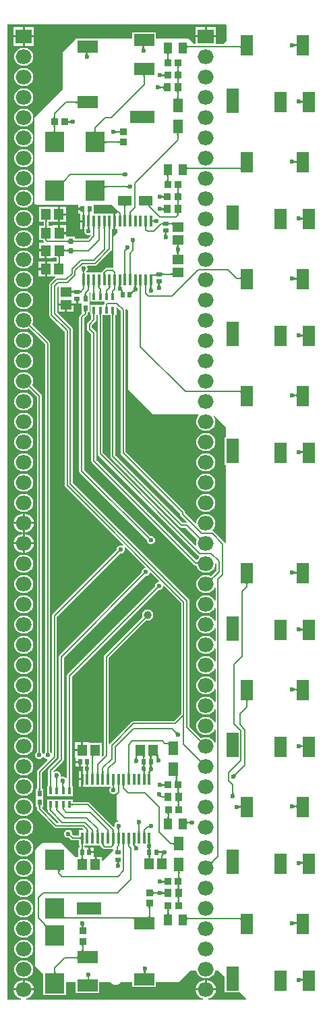
<source format=gtl>
G04*
G04 #@! TF.GenerationSoftware,Altium Limited,Altium Designer,21.8.1 (53)*
G04*
G04 Layer_Physical_Order=1*
G04 Layer_Color=255*
%FSLAX25Y25*%
%MOIN*%
G70*
G04*
G04 #@! TF.SameCoordinates,F5C5D764-6AA7-4F14-928A-87DEF657E23D*
G04*
G04*
G04 #@! TF.FilePolarity,Positive*
G04*
G01*
G75*
%ADD23R,0.06000X0.10000*%
%ADD24R,0.06000X0.12000*%
%ADD25R,0.10000X0.06000*%
%ADD26R,0.12000X0.06000*%
%ADD27R,0.03347X0.03740*%
%ADD28R,0.03543X0.03937*%
%ADD29R,0.04000X0.05500*%
%ADD30R,0.04842X0.07087*%
%ADD31R,0.09646X0.10039*%
%ADD32R,0.02520X0.02362*%
%ADD33R,0.05118X0.05512*%
%ADD34R,0.02362X0.02520*%
%ADD35R,0.02362X0.02953*%
%ADD36R,0.04724X0.05512*%
%ADD37R,0.01400X0.05800*%
%ADD38R,0.05512X0.05118*%
%ADD39R,0.07087X0.04842*%
%ADD40R,0.03740X0.03347*%
%ADD41R,0.01772X0.03543*%
%ADD65C,0.00800*%
%ADD66O,0.07874X0.07087*%
%ADD67R,0.07874X0.07087*%
%ADD68C,0.03937*%
%ADD69C,0.02362*%
G36*
X408984Y673737D02*
Y665979D01*
X407299Y664294D01*
X403751D01*
Y667573D01*
X398814D01*
X393877D01*
Y664294D01*
X393001D01*
X390648Y666648D01*
X390351Y666846D01*
X390000Y666916D01*
X374076D01*
Y670144D01*
X362476D01*
Y666916D01*
X346124D01*
Y666994D01*
X334524D01*
Y666695D01*
X334452Y666648D01*
X328352Y660548D01*
X328154Y660251D01*
X328084Y659900D01*
Y641879D01*
X314452Y628248D01*
X314254Y627951D01*
X314184Y627600D01*
Y586100D01*
X314254Y585749D01*
X314452Y585452D01*
X314749Y585254D01*
X315100Y585184D01*
X335687D01*
Y583600D01*
X336682D01*
X336691Y583624D01*
X336699Y583700D01*
Y583600D01*
X337868D01*
Y582600D01*
X336699D01*
Y582100D01*
X336691Y582176D01*
X336667Y582244D01*
X336627Y582304D01*
X336571Y582356D01*
X336499Y582400D01*
X336411Y582436D01*
X336307Y582464D01*
X336187Y582484D01*
X336086Y582493D01*
X336002Y582483D01*
X335898Y582462D01*
X335796Y582432D01*
X335697Y582393D01*
X335687Y582388D01*
Y580840D01*
X336700D01*
Y577554D01*
X336701Y577554D01*
X336797Y577507D01*
X336814Y577500D01*
X337521D01*
D01*
X337594Y577544D01*
X337651Y577596D01*
X337691Y577656D01*
X337716Y577724D01*
X337724Y577800D01*
Y577500D01*
X338400D01*
Y577000D01*
X338900D01*
Y572830D01*
X338998Y572684D01*
X338919Y572494D01*
Y571706D01*
X339220Y570978D01*
X339778Y570421D01*
X340506Y570119D01*
X341294D01*
X341776Y570319D01*
X341791Y570312D01*
X342068Y569898D01*
X340493Y568324D01*
X334081D01*
Y569240D01*
X330119D01*
X329743Y569540D01*
Y570731D01*
X329531D01*
Y570507D01*
X329377Y570503D01*
X329239Y570491D01*
X329117Y570471D01*
X329011Y570443D01*
X328922Y570407D01*
X328849Y570363D01*
X328792Y570311D01*
X328751Y570251D01*
X328727Y570183D01*
X328719Y570107D01*
Y570731D01*
X326381D01*
Y571231D01*
X325881D01*
Y574987D01*
X323019D01*
Y574987D01*
X322850Y574787D01*
X321124D01*
Y576844D01*
X322640D01*
Y576644D01*
X325699D01*
Y580400D01*
Y584156D01*
X322640D01*
Y583956D01*
X316541D01*
Y576844D01*
X318676D01*
Y574787D01*
X316526D01*
Y567675D01*
X318472D01*
X318557Y567244D01*
X318823Y566847D01*
X318882Y566787D01*
X318691Y566326D01*
X316326D01*
Y563070D01*
X316538D01*
Y563293D01*
X316692Y563297D01*
X316830Y563309D01*
X316952Y563329D01*
X317057Y563357D01*
X317147Y563393D01*
X317220Y563437D01*
X317277Y563489D01*
X317317Y563549D01*
X317341Y563617D01*
X317350Y563693D01*
Y563070D01*
X319688D01*
Y562570D01*
X320188D01*
Y558814D01*
X323050D01*
Y558814D01*
X323219Y559014D01*
X325157D01*
Y556956D01*
X323360D01*
Y557156D01*
X320301D01*
Y553400D01*
Y549644D01*
X323360D01*
Y549844D01*
X324339D01*
X324490Y549344D01*
X324372Y549265D01*
X321635Y546528D01*
X321370Y546131D01*
X321276Y545663D01*
Y530737D01*
X321370Y530269D01*
X321635Y529872D01*
X329077Y522431D01*
Y446837D01*
X329170Y446369D01*
X329435Y445972D01*
X357961Y417446D01*
X357678Y417022D01*
X357294Y417181D01*
X356506D01*
X355778Y416880D01*
X355221Y416322D01*
X354919Y415594D01*
Y414949D01*
X323135Y383165D01*
X322870Y382768D01*
X322777Y382300D01*
Y314979D01*
X322755Y314965D01*
X322276Y314825D01*
X321923Y315178D01*
Y516581D01*
X321830Y517049D01*
X321565Y517446D01*
X313038Y525973D01*
X313439Y526940D01*
X313588Y528074D01*
X313439Y529207D01*
X313001Y530264D01*
X312305Y531171D01*
X311398Y531867D01*
X310341Y532305D01*
X309207Y532454D01*
X308420D01*
X307286Y532305D01*
X306229Y531867D01*
X305322Y531171D01*
X304626Y530264D01*
X304188Y529207D01*
X304039Y528074D01*
X304188Y526940D01*
X304626Y525883D01*
X305322Y524976D01*
X306229Y524280D01*
X307286Y523842D01*
X308420Y523693D01*
X309207D01*
X310341Y523842D01*
X311308Y524242D01*
X319477Y516074D01*
Y315178D01*
X319021Y314722D01*
X318891Y314410D01*
X318350D01*
X318179Y314822D01*
X317723Y315278D01*
Y490781D01*
X317630Y491249D01*
X317365Y491646D01*
X313038Y495973D01*
X313439Y496940D01*
X313588Y498073D01*
X313439Y499207D01*
X313001Y500264D01*
X312305Y501171D01*
X311398Y501867D01*
X310341Y502305D01*
X309207Y502454D01*
X308420D01*
X307286Y502305D01*
X306229Y501867D01*
X305322Y501171D01*
X304626Y500264D01*
X304188Y499207D01*
X304039Y498073D01*
X304188Y496940D01*
X304626Y495883D01*
X305322Y494976D01*
X306229Y494280D01*
X307286Y493842D01*
X308420Y493693D01*
X309207D01*
X310341Y493842D01*
X311308Y494242D01*
X315277Y490274D01*
Y315278D01*
X314821Y314822D01*
X314519Y314094D01*
Y313306D01*
X314821Y312578D01*
X315378Y312020D01*
X316106Y311719D01*
X316894D01*
X317622Y312020D01*
X318179Y312578D01*
X318309Y312890D01*
X318850D01*
X319021Y312478D01*
X319578Y311920D01*
X320306Y311619D01*
X320335D01*
X320527Y311157D01*
X315735Y306365D01*
X315470Y305968D01*
X315376Y305500D01*
Y297140D01*
X314619D01*
Y292587D01*
Y288060D01*
X315376D01*
Y287100D01*
X315470Y286632D01*
X315735Y286235D01*
X323935Y278035D01*
X324332Y277770D01*
X324800Y277677D01*
X337893D01*
X338508Y277062D01*
X338316Y276600D01*
X336200D01*
Y274024D01*
X333507D01*
X332881Y274649D01*
Y275294D01*
X332579Y276022D01*
X332022Y276579D01*
X331294Y276881D01*
X330506D01*
X329778Y276579D01*
X329221Y276022D01*
X328919Y275294D01*
Y274506D01*
X329221Y273778D01*
X329778Y273220D01*
X330506Y272919D01*
X331151D01*
X332135Y271935D01*
X332532Y271670D01*
X333000Y271576D01*
X336200D01*
Y270030D01*
X336196Y270012D01*
X336200Y269994D01*
Y269200D01*
X336476D01*
Y267960D01*
X335719D01*
Y263840D01*
X335719D01*
X335681Y263356D01*
X334540D01*
X327748Y270148D01*
X327451Y270346D01*
X327100Y270416D01*
X318400D01*
X318049Y270346D01*
X317752Y270148D01*
X314852Y267248D01*
X314654Y266951D01*
X314584Y266600D01*
Y209900D01*
X314654Y209549D01*
X314852Y209252D01*
X318577Y205527D01*
Y195261D01*
X329823D01*
Y201784D01*
X334524D01*
Y196256D01*
X346124D01*
Y201784D01*
X351596D01*
X352120Y201259D01*
X352930Y200792D01*
X353833Y200550D01*
X354767D01*
X355670Y200792D01*
X356480Y201259D01*
X357004Y201784D01*
X362476D01*
Y199406D01*
X374076D01*
Y201784D01*
X385200D01*
X385551Y201854D01*
X385848Y202052D01*
X391079Y207284D01*
X394143D01*
X394188Y206940D01*
X394626Y205883D01*
X395322Y204976D01*
X396230Y204280D01*
X397286Y203842D01*
X398420Y203693D01*
X399207D01*
X400341Y203842D01*
X401398Y204280D01*
X402305Y204976D01*
X403001Y205883D01*
X403439Y206940D01*
X403484Y207284D01*
X405121D01*
X408200Y204205D01*
Y196608D01*
X415797D01*
X418843Y193562D01*
X418651Y193100D01*
X400068D01*
X400035Y193600D01*
X400393Y193647D01*
X401499Y194105D01*
X402448Y194833D01*
X403176Y195782D01*
X403634Y196887D01*
X403724Y197573D01*
X398814D01*
X393903D01*
X393993Y196887D01*
X394451Y195782D01*
X395180Y194833D01*
X396129Y194105D01*
X397234Y193647D01*
X397592Y193600D01*
X397559Y193100D01*
X310068D01*
X310035Y193600D01*
X310393Y193647D01*
X311499Y194105D01*
X312448Y194833D01*
X313176Y195782D01*
X313634Y196887D01*
X313724Y197573D01*
X308814D01*
X303903D01*
X303994Y196887D01*
X304451Y195782D01*
X305180Y194833D01*
X306129Y194105D01*
X307234Y193647D01*
X307592Y193600D01*
X307559Y193100D01*
X300900D01*
Y674007D01*
X300925Y674068D01*
X408630Y674090D01*
X408984Y673737D01*
D02*
G37*
G36*
X442451Y664646D02*
X442538Y664573D01*
X442629Y664509D01*
X442723Y664454D01*
X442819Y664407D01*
X442918Y664368D01*
X443020Y664338D01*
X443124Y664317D01*
X443170Y664312D01*
X443221Y664316D01*
X443343Y664336D01*
X443448Y664364D01*
X443538Y664400D01*
X443611Y664444D01*
X443668Y664496D01*
X443708Y664556D01*
X443732Y664624D01*
X443741Y664700D01*
Y663100D01*
X443732Y663176D01*
X443708Y663244D01*
X443668Y663304D01*
X443611Y663356D01*
X443538Y663400D01*
X443448Y663436D01*
X443343Y663464D01*
X443221Y663484D01*
X443170Y663488D01*
X443124Y663483D01*
X443020Y663462D01*
X442918Y663432D01*
X442819Y663393D01*
X442723Y663346D01*
X442629Y663291D01*
X442538Y663227D01*
X442451Y663154D01*
X442366Y663073D01*
Y664727D01*
X442451Y664646D01*
D02*
G37*
G36*
X416182Y662271D02*
X416173Y662347D01*
X416149Y662415D01*
X416108Y662475D01*
X416052Y662527D01*
X415978Y662571D01*
X415889Y662607D01*
X415784Y662635D01*
X415662Y662655D01*
X415524Y662667D01*
X415370Y662671D01*
Y663471D01*
X415524Y663475D01*
X415662Y663487D01*
X415784Y663507D01*
X415889Y663535D01*
X415978Y663571D01*
X416052Y663615D01*
X416108Y663667D01*
X416149Y663727D01*
X416173Y663795D01*
X416182Y663871D01*
Y662271D01*
D02*
G37*
G36*
X389484Y663795D02*
X389509Y663727D01*
X389549Y663667D01*
X389606Y663615D01*
X389679Y663571D01*
X389768Y663535D01*
X389874Y663507D01*
X389996Y663487D01*
X390134Y663475D01*
X390288Y663471D01*
Y662671D01*
X390134Y662667D01*
X389996Y662655D01*
X389874Y662635D01*
X389768Y662607D01*
X389679Y662571D01*
X389606Y662527D01*
X389549Y662475D01*
X389509Y662415D01*
X389484Y662347D01*
X389476Y662271D01*
Y663871D01*
X389484Y663795D01*
D02*
G37*
G36*
X368724Y663360D02*
X368656Y663336D01*
X368596Y663295D01*
X368544Y663238D01*
X368500Y663165D01*
X368464Y663076D01*
X368436Y662970D01*
X368416Y662848D01*
X368404Y662712D01*
X368404Y662710D01*
X368417Y662602D01*
X368438Y662498D01*
X368468Y662396D01*
X368507Y662297D01*
X368554Y662200D01*
X368609Y662107D01*
X368673Y662016D01*
X368746Y661929D01*
X368827Y661843D01*
X367173D01*
X367254Y661929D01*
X367327Y662016D01*
X367391Y662107D01*
X367446Y662200D01*
X367493Y662297D01*
X367532Y662396D01*
X367562Y662498D01*
X367583Y662602D01*
X367596Y662710D01*
X367596Y662712D01*
X367584Y662848D01*
X367564Y662970D01*
X367536Y663076D01*
X367500Y663165D01*
X367456Y663238D01*
X367404Y663295D01*
X367344Y663336D01*
X367276Y663360D01*
X367200Y663368D01*
X368800D01*
X368724Y663360D01*
D02*
G37*
G36*
X380824Y659754D02*
X380756Y659730D01*
X380696Y659690D01*
X380644Y659634D01*
X380600Y659562D01*
X380564Y659474D01*
X380536Y659370D01*
X380516Y659250D01*
X380504Y659114D01*
X380500Y658962D01*
X379700D01*
X379696Y659114D01*
X379684Y659250D01*
X379664Y659370D01*
X379636Y659474D01*
X379600Y659562D01*
X379556Y659634D01*
X379504Y659690D01*
X379444Y659730D01*
X379376Y659754D01*
X379300Y659762D01*
X380900D01*
X380824Y659754D01*
D02*
G37*
G36*
X340724Y660210D02*
X340656Y660186D01*
X340596Y660145D01*
X340544Y660089D01*
X340500Y660015D01*
X340464Y659926D01*
X340436Y659821D01*
X340416Y659699D01*
X340412Y659648D01*
X340417Y659602D01*
X340438Y659498D01*
X340468Y659396D01*
X340507Y659297D01*
X340554Y659200D01*
X340609Y659107D01*
X340673Y659016D01*
X340746Y658928D01*
X340827Y658844D01*
X339173D01*
X339254Y658928D01*
X339327Y659016D01*
X339391Y659107D01*
X339446Y659200D01*
X339493Y659297D01*
X339532Y659396D01*
X339562Y659498D01*
X339583Y659602D01*
X339588Y659648D01*
X339584Y659699D01*
X339564Y659821D01*
X339536Y659926D01*
X339500Y660015D01*
X339456Y660089D01*
X339404Y660145D01*
X339344Y660186D01*
X339276Y660210D01*
X339200Y660218D01*
X340800D01*
X340724Y660210D01*
D02*
G37*
G36*
X380504Y657504D02*
X380516Y657366D01*
X380536Y657244D01*
X380564Y657138D01*
X380600Y657049D01*
X380644Y656976D01*
X380696Y656919D01*
X380756Y656879D01*
X380824Y656854D01*
X380900Y656846D01*
X379300D01*
X379376Y656854D01*
X379444Y656879D01*
X379504Y656919D01*
X379556Y656976D01*
X379600Y657049D01*
X379636Y657138D01*
X379664Y657244D01*
X379684Y657366D01*
X379696Y657504D01*
X379700Y657658D01*
X380500D01*
X380504Y657504D01*
D02*
G37*
G36*
X385842Y653146D02*
X385774Y653121D01*
X385714Y653081D01*
X385662Y653024D01*
X385618Y652951D01*
X385582Y652862D01*
X385554Y652756D01*
X385534Y652634D01*
X385522Y652496D01*
X385518Y652342D01*
X384718D01*
X384714Y652496D01*
X384702Y652634D01*
X384682Y652756D01*
X384654Y652862D01*
X384618Y652951D01*
X384574Y653024D01*
X384522Y653081D01*
X384462Y653121D01*
X384394Y653146D01*
X384318Y653154D01*
X385918D01*
X385842Y653146D01*
D02*
G37*
G36*
X385522Y651504D02*
X385534Y651366D01*
X385554Y651244D01*
X385582Y651138D01*
X385618Y651049D01*
X385662Y650976D01*
X385714Y650919D01*
X385774Y650879D01*
X385842Y650854D01*
X385918Y650846D01*
X384318D01*
X384394Y650854D01*
X384462Y650879D01*
X384522Y650919D01*
X384574Y650976D01*
X384618Y651049D01*
X384654Y651138D01*
X384682Y651244D01*
X384702Y651366D01*
X384714Y651504D01*
X384718Y651658D01*
X385518D01*
X385522Y651504D01*
D02*
G37*
G36*
X369000Y649187D02*
X368932Y649162D01*
X368872Y649122D01*
X368820Y649065D01*
X368776Y648992D01*
X368740Y648903D01*
X368712Y648797D01*
X368692Y648675D01*
X368680Y648537D01*
X368676Y648383D01*
X367876D01*
X367872Y648537D01*
X367860Y648675D01*
X367840Y648797D01*
X367812Y648903D01*
X367776Y648992D01*
X367732Y649065D01*
X367680Y649122D01*
X367620Y649162D01*
X367552Y649187D01*
X367476Y649195D01*
X369076D01*
X369000Y649187D01*
D02*
G37*
G36*
X376928Y649746D02*
X377016Y649673D01*
X377107Y649609D01*
X377201Y649554D01*
X377297Y649507D01*
X377396Y649468D01*
X377498Y649438D01*
X377602Y649417D01*
X377704Y649405D01*
X377831Y649416D01*
X377953Y649436D01*
X378058Y649464D01*
X378148Y649500D01*
X378221Y649544D01*
X378278Y649596D01*
X378318Y649656D01*
X378343Y649724D01*
X378351Y649800D01*
Y648200D01*
X378343Y648276D01*
X378318Y648344D01*
X378278Y648404D01*
X378221Y648456D01*
X378148Y648500D01*
X378058Y648536D01*
X377953Y648564D01*
X377831Y648584D01*
X377704Y648595D01*
X377602Y648583D01*
X377498Y648562D01*
X377396Y648532D01*
X377297Y648493D01*
X377201Y648446D01*
X377107Y648391D01*
X377016Y648327D01*
X376928Y648254D01*
X376844Y648173D01*
Y649827D01*
X376928Y649746D01*
D02*
G37*
G36*
X385842Y647146D02*
X385774Y647121D01*
X385714Y647081D01*
X385662Y647024D01*
X385618Y646951D01*
X385582Y646862D01*
X385554Y646756D01*
X385534Y646634D01*
X385522Y646496D01*
X385518Y646342D01*
X384718D01*
X384714Y646496D01*
X384702Y646634D01*
X384682Y646756D01*
X384654Y646862D01*
X384618Y646951D01*
X384574Y647024D01*
X384522Y647081D01*
X384462Y647121D01*
X384394Y647146D01*
X384318Y647154D01*
X385918D01*
X385842Y647146D01*
D02*
G37*
G36*
X385522Y645602D02*
X385534Y645464D01*
X385554Y645342D01*
X385582Y645237D01*
X385618Y645148D01*
X385662Y645074D01*
X385714Y645018D01*
X385774Y644977D01*
X385842Y644953D01*
X385918Y644944D01*
X384318D01*
X384394Y644953D01*
X384462Y644977D01*
X384522Y645018D01*
X384574Y645074D01*
X384618Y645148D01*
X384654Y645237D01*
X384682Y645342D01*
X384702Y645464D01*
X384714Y645602D01*
X384718Y645756D01*
X385518D01*
X385522Y645602D01*
D02*
G37*
G36*
X377937Y642200D02*
X377929Y642276D01*
X377905Y642344D01*
X377864Y642404D01*
X377807Y642456D01*
X377734Y642500D01*
X377645Y642536D01*
X377539Y642564D01*
X377418Y642584D01*
X377280Y642596D01*
X377125Y642600D01*
Y643400D01*
X377280Y643404D01*
X377418Y643416D01*
X377539Y643436D01*
X377645Y643464D01*
X377734Y643500D01*
X377807Y643544D01*
X377864Y643596D01*
X377905Y643656D01*
X377929Y643724D01*
X377937Y643800D01*
Y642200D01*
D02*
G37*
G36*
X375928Y643746D02*
X376016Y643673D01*
X376107Y643609D01*
X376201Y643554D01*
X376297Y643507D01*
X376396Y643468D01*
X376498Y643438D01*
X376602Y643417D01*
X376710Y643404D01*
X376820Y643400D01*
Y642600D01*
X376710Y642596D01*
X376602Y642583D01*
X376498Y642562D01*
X376396Y642532D01*
X376297Y642493D01*
X376201Y642446D01*
X376107Y642391D01*
X376016Y642327D01*
X375928Y642254D01*
X375844Y642173D01*
Y643827D01*
X375928Y643746D01*
D02*
G37*
G36*
X385724Y641047D02*
X385656Y641023D01*
X385596Y640982D01*
X385544Y640926D01*
X385500Y640852D01*
X385464Y640763D01*
X385436Y640658D01*
X385416Y640536D01*
X385404Y640398D01*
X385400Y640243D01*
X384600D01*
X384596Y640398D01*
X384584Y640536D01*
X384564Y640658D01*
X384536Y640763D01*
X384500Y640852D01*
X384456Y640926D01*
X384404Y640982D01*
X384344Y641023D01*
X384276Y641047D01*
X384200Y641055D01*
X385800D01*
X385724Y641047D01*
D02*
G37*
G36*
X385404Y638177D02*
X385416Y638039D01*
X385436Y637917D01*
X385464Y637812D01*
X385500Y637722D01*
X385544Y637649D01*
X385596Y637592D01*
X385656Y637552D01*
X385724Y637527D01*
X385800Y637519D01*
X384200D01*
X384276Y637527D01*
X384344Y637552D01*
X384404Y637592D01*
X384456Y637649D01*
X384500Y637722D01*
X384536Y637812D01*
X384564Y637917D01*
X384584Y638039D01*
X384596Y638177D01*
X384600Y638331D01*
X385400D01*
X385404Y638177D01*
D02*
G37*
G36*
X445600Y636693D02*
X445688Y636620D01*
X445779Y636556D01*
X445872Y636501D01*
X445968Y636454D01*
X446067Y636415D01*
X446169Y636386D01*
X446274Y636364D01*
X446320Y636359D01*
X446371Y636363D01*
X446492Y636383D01*
X446598Y636411D01*
X446687Y636447D01*
X446760Y636491D01*
X446817Y636543D01*
X446858Y636603D01*
X446882Y636671D01*
X446890Y636747D01*
Y635147D01*
X446882Y635223D01*
X446858Y635291D01*
X446817Y635351D01*
X446760Y635403D01*
X446687Y635447D01*
X446598Y635483D01*
X446492Y635511D01*
X446371Y635531D01*
X446320Y635536D01*
X446274Y635530D01*
X446169Y635509D01*
X446067Y635479D01*
X445968Y635440D01*
X445872Y635394D01*
X445779Y635338D01*
X445688Y635274D01*
X445600Y635202D01*
X445515Y635120D01*
Y636774D01*
X445600Y636693D01*
D02*
G37*
G36*
X335336Y634835D02*
X335328Y634911D01*
X335304Y634979D01*
X335264Y635039D01*
X335208Y635091D01*
X335136Y635135D01*
X335048Y635171D01*
X334944Y635199D01*
X334824Y635219D01*
X334688Y635231D01*
X334536Y635235D01*
Y636035D01*
X334688Y636039D01*
X334824Y636051D01*
X334944Y636071D01*
X335048Y636099D01*
X335136Y636135D01*
X335208Y636179D01*
X335264Y636231D01*
X335304Y636291D01*
X335328Y636359D01*
X335336Y636435D01*
Y634835D01*
D02*
G37*
G36*
X324404Y628504D02*
X324416Y628366D01*
X324436Y628244D01*
X324464Y628138D01*
X324500Y628049D01*
X324544Y627976D01*
X324596Y627919D01*
X324656Y627879D01*
X324724Y627854D01*
X324800Y627846D01*
X323200D01*
X323276Y627854D01*
X323344Y627879D01*
X323404Y627919D01*
X323456Y627976D01*
X323500Y628049D01*
X323536Y628138D01*
X323564Y628244D01*
X323584Y628366D01*
X323596Y628504D01*
X323600Y628658D01*
X324400D01*
X324404Y628504D01*
D02*
G37*
G36*
X332156Y625173D02*
X332071Y625254D01*
X331984Y625327D01*
X331893Y625391D01*
X331800Y625446D01*
X331703Y625493D01*
X331604Y625532D01*
X331502Y625562D01*
X331398Y625583D01*
X331347Y625589D01*
X331291Y625584D01*
X331171Y625564D01*
X331067Y625536D01*
X330979Y625500D01*
X330907Y625456D01*
X330851Y625404D01*
X330811Y625344D01*
X330787Y625276D01*
X330779Y625200D01*
Y626800D01*
X330787Y626724D01*
X330811Y626656D01*
X330851Y626596D01*
X330907Y626544D01*
X330979Y626500D01*
X331067Y626464D01*
X331171Y626436D01*
X331291Y626416D01*
X331347Y626411D01*
X331398Y626417D01*
X331502Y626438D01*
X331604Y626468D01*
X331703Y626507D01*
X331800Y626554D01*
X331893Y626609D01*
X331984Y626673D01*
X332071Y626746D01*
X332156Y626827D01*
Y625173D01*
D02*
G37*
G36*
X324724Y624146D02*
X324656Y624121D01*
X324596Y624081D01*
X324544Y624024D01*
X324500Y623951D01*
X324464Y623862D01*
X324436Y623756D01*
X324416Y623634D01*
X324404Y623496D01*
X324400Y623342D01*
X323600D01*
X323596Y623496D01*
X323584Y623634D01*
X323564Y623756D01*
X323536Y623862D01*
X323500Y623951D01*
X323456Y624024D01*
X323404Y624081D01*
X323344Y624121D01*
X323276Y624146D01*
X323200Y624154D01*
X324800D01*
X324724Y624146D01*
D02*
G37*
G36*
X344404Y621565D02*
X344416Y621429D01*
X344436Y621309D01*
X344464Y621205D01*
X344500Y621117D01*
X344544Y621045D01*
X344596Y620989D01*
X344656Y620949D01*
X344724Y620925D01*
X344800Y620917D01*
X343200D01*
X343276Y620925D01*
X343344Y620949D01*
X343404Y620989D01*
X343456Y621045D01*
X343500Y621117D01*
X343536Y621205D01*
X343564Y621309D01*
X343584Y621429D01*
X343596Y621565D01*
X343600Y621717D01*
X344400D01*
X344404Y621565D01*
D02*
G37*
G36*
X324404D02*
X324416Y621429D01*
X324436Y621309D01*
X324464Y621205D01*
X324500Y621117D01*
X324544Y621045D01*
X324596Y620989D01*
X324656Y620949D01*
X324724Y620925D01*
X324800Y620917D01*
X323200D01*
X323276Y620925D01*
X323344Y620949D01*
X323404Y620989D01*
X323456Y621045D01*
X323500Y621117D01*
X323536Y621205D01*
X323564Y621309D01*
X323584Y621429D01*
X323596Y621565D01*
X323600Y621717D01*
X324400D01*
X324404Y621565D01*
D02*
G37*
G36*
X356154Y620200D02*
X356146Y620276D01*
X356121Y620344D01*
X356081Y620404D01*
X356024Y620456D01*
X355951Y620500D01*
X355862Y620536D01*
X355756Y620564D01*
X355634Y620584D01*
X355496Y620596D01*
X355342Y620600D01*
Y621400D01*
X355496Y621404D01*
X355634Y621416D01*
X355756Y621436D01*
X355862Y621464D01*
X355951Y621500D01*
X356024Y621544D01*
X356081Y621596D01*
X356121Y621656D01*
X356146Y621724D01*
X356154Y621800D01*
Y620200D01*
D02*
G37*
G36*
X353928Y621746D02*
X354016Y621673D01*
X354107Y621609D01*
X354201Y621554D01*
X354297Y621507D01*
X354396Y621468D01*
X354498Y621438D01*
X354602Y621417D01*
X354710Y621404D01*
X354820Y621400D01*
Y620600D01*
X354710Y620596D01*
X354602Y620583D01*
X354498Y620562D01*
X354396Y620532D01*
X354297Y620493D01*
X354201Y620446D01*
X354107Y620391D01*
X354016Y620327D01*
X353928Y620254D01*
X353843Y620173D01*
Y621827D01*
X353928Y621746D01*
D02*
G37*
G36*
X385724Y620158D02*
X385656Y620133D01*
X385596Y620093D01*
X385544Y620036D01*
X385500Y619963D01*
X385464Y619873D01*
X385436Y619768D01*
X385416Y619646D01*
X385404Y619508D01*
X385400Y619354D01*
X384600D01*
X384596Y619508D01*
X384584Y619646D01*
X384564Y619768D01*
X384536Y619873D01*
X384500Y619963D01*
X384456Y620036D01*
X384404Y620093D01*
X384344Y620133D01*
X384276Y620158D01*
X384200Y620166D01*
X385800D01*
X385724Y620158D01*
D02*
G37*
G36*
X356154Y615109D02*
X356146Y615185D01*
X356121Y615253D01*
X356081Y615313D01*
X356024Y615365D01*
X355951Y615410D01*
X355862Y615445D01*
X355756Y615473D01*
X355634Y615493D01*
X355496Y615506D01*
X355342Y615510D01*
Y616309D01*
X355496Y616314D01*
X355634Y616326D01*
X355756Y616345D01*
X355862Y616373D01*
X355951Y616409D01*
X356024Y616453D01*
X356081Y616505D01*
X356121Y616565D01*
X356146Y616633D01*
X356154Y616710D01*
Y615109D01*
D02*
G37*
G36*
X348807Y616633D02*
X348831Y616565D01*
X348872Y616505D01*
X348929Y616453D01*
X349002Y616409D01*
X349091Y616373D01*
X349197Y616345D01*
X349319Y616326D01*
X349457Y616314D01*
X349611Y616309D01*
Y615510D01*
X349457Y615506D01*
X349319Y615493D01*
X349197Y615473D01*
X349091Y615445D01*
X349002Y615410D01*
X348929Y615365D01*
X348872Y615313D01*
X348831Y615253D01*
X348807Y615185D01*
X348799Y615109D01*
Y616710D01*
X348807Y616633D01*
D02*
G37*
G36*
X442451Y607038D02*
X442538Y606966D01*
X442629Y606902D01*
X442723Y606846D01*
X442819Y606799D01*
X442918Y606761D01*
X443020Y606731D01*
X443124Y606710D01*
X443170Y606704D01*
X443221Y606709D01*
X443343Y606729D01*
X443448Y606757D01*
X443538Y606793D01*
X443611Y606837D01*
X443668Y606889D01*
X443708Y606949D01*
X443732Y607017D01*
X443741Y607093D01*
Y605493D01*
X443732Y605569D01*
X443708Y605637D01*
X443668Y605697D01*
X443611Y605749D01*
X443538Y605793D01*
X443448Y605829D01*
X443343Y605857D01*
X443221Y605877D01*
X443170Y605881D01*
X443124Y605876D01*
X443020Y605854D01*
X442918Y605824D01*
X442819Y605786D01*
X442723Y605739D01*
X442629Y605684D01*
X442538Y605619D01*
X442451Y605547D01*
X442366Y605466D01*
Y607119D01*
X442451Y607038D01*
D02*
G37*
G36*
X416182Y602271D02*
X416173Y602347D01*
X416149Y602415D01*
X416108Y602475D01*
X416052Y602527D01*
X415978Y602571D01*
X415889Y602607D01*
X415784Y602635D01*
X415662Y602655D01*
X415524Y602667D01*
X415370Y602671D01*
Y603471D01*
X415524Y603475D01*
X415662Y603487D01*
X415784Y603507D01*
X415889Y603535D01*
X415978Y603571D01*
X416052Y603615D01*
X416108Y603667D01*
X416149Y603727D01*
X416173Y603795D01*
X416182Y603871D01*
Y602271D01*
D02*
G37*
G36*
X389484Y603795D02*
X389509Y603727D01*
X389549Y603667D01*
X389606Y603615D01*
X389679Y603571D01*
X389768Y603535D01*
X389874Y603507D01*
X389996Y603487D01*
X390134Y603475D01*
X390288Y603471D01*
Y602671D01*
X390134Y602667D01*
X389996Y602655D01*
X389874Y602635D01*
X389768Y602607D01*
X389679Y602571D01*
X389606Y602527D01*
X389549Y602475D01*
X389509Y602415D01*
X389484Y602347D01*
X389476Y602271D01*
Y603871D01*
X389484Y603795D01*
D02*
G37*
G36*
X358156Y599173D02*
X358071Y599254D01*
X357984Y599327D01*
X357893Y599391D01*
X357800Y599446D01*
X357703Y599493D01*
X357604Y599532D01*
X357502Y599562D01*
X357398Y599583D01*
X357290Y599596D01*
X357180Y599600D01*
Y600400D01*
X357290Y600404D01*
X357398Y600417D01*
X357502Y600438D01*
X357604Y600468D01*
X357703Y600507D01*
X357800Y600554D01*
X357893Y600609D01*
X357984Y600673D01*
X358071Y600746D01*
X358156Y600827D01*
Y599173D01*
D02*
G37*
G36*
X380724Y599754D02*
X380656Y599730D01*
X380596Y599690D01*
X380544Y599634D01*
X380500Y599562D01*
X380464Y599474D01*
X380436Y599370D01*
X380416Y599250D01*
X380404Y599114D01*
X380400Y598962D01*
X379600D01*
X379596Y599114D01*
X379584Y599250D01*
X379564Y599370D01*
X379536Y599474D01*
X379500Y599562D01*
X379456Y599634D01*
X379404Y599690D01*
X379344Y599730D01*
X379276Y599754D01*
X379200Y599762D01*
X380800D01*
X380724Y599754D01*
D02*
G37*
G36*
X329659Y597184D02*
X329455Y596974D01*
X328999Y596435D01*
X328900Y596286D01*
X328827Y596152D01*
X328781Y596034D01*
X328760Y595931D01*
X328766Y595843D01*
X328799Y595770D01*
X327876Y597086D01*
X327929Y597033D01*
X327995Y597005D01*
X328074Y597002D01*
X328167Y597022D01*
X328273Y597068D01*
X328393Y597138D01*
X328526Y597233D01*
X328673Y597352D01*
X329008Y597664D01*
X329659Y597184D01*
D02*
G37*
G36*
X380404Y597504D02*
X380416Y597366D01*
X380436Y597244D01*
X380464Y597138D01*
X380500Y597049D01*
X380544Y596976D01*
X380596Y596919D01*
X380656Y596879D01*
X380724Y596854D01*
X380800Y596846D01*
X379200D01*
X379276Y596854D01*
X379344Y596879D01*
X379404Y596919D01*
X379456Y596976D01*
X379500Y597049D01*
X379536Y597138D01*
X379564Y597244D01*
X379584Y597366D01*
X379596Y597504D01*
X379600Y597658D01*
X380400D01*
X380404Y597504D01*
D02*
G37*
G36*
X348807Y594724D02*
X348831Y594656D01*
X348872Y594596D01*
X348929Y594544D01*
X349002Y594500D01*
X349091Y594464D01*
X349197Y594436D01*
X349319Y594416D01*
X349457Y594404D01*
X349611Y594400D01*
Y593600D01*
X349457Y593596D01*
X349319Y593584D01*
X349197Y593564D01*
X349091Y593536D01*
X349002Y593500D01*
X348929Y593456D01*
X348872Y593404D01*
X348831Y593344D01*
X348807Y593276D01*
X348799Y593200D01*
Y594800D01*
X348807Y594724D01*
D02*
G37*
G36*
X360538Y593173D02*
X360453Y593254D01*
X360365Y593327D01*
X360274Y593391D01*
X360181Y593446D01*
X360084Y593493D01*
X359985Y593532D01*
X359883Y593562D01*
X359779Y593583D01*
X359671Y593596D01*
X359561Y593600D01*
Y594400D01*
X359671Y594404D01*
X359779Y594417D01*
X359883Y594438D01*
X359985Y594468D01*
X360084Y594507D01*
X360181Y594554D01*
X360274Y594609D01*
X360365Y594673D01*
X360453Y594746D01*
X360538Y594827D01*
Y593173D01*
D02*
G37*
G36*
X385842Y593146D02*
X385774Y593121D01*
X385714Y593081D01*
X385662Y593024D01*
X385618Y592951D01*
X385582Y592862D01*
X385554Y592756D01*
X385534Y592634D01*
X385522Y592496D01*
X385518Y592342D01*
X384718D01*
X384714Y592496D01*
X384702Y592634D01*
X384682Y592756D01*
X384654Y592862D01*
X384618Y592951D01*
X384574Y593024D01*
X384522Y593081D01*
X384462Y593121D01*
X384394Y593146D01*
X384318Y593154D01*
X385918D01*
X385842Y593146D01*
D02*
G37*
G36*
X385522Y591504D02*
X385534Y591366D01*
X385554Y591244D01*
X385582Y591138D01*
X385618Y591049D01*
X385662Y590976D01*
X385714Y590919D01*
X385774Y590879D01*
X385842Y590854D01*
X385918Y590846D01*
X384318D01*
X384394Y590854D01*
X384462Y590879D01*
X384522Y590919D01*
X384574Y590976D01*
X384618Y591049D01*
X384654Y591138D01*
X384682Y591244D01*
X384702Y591366D01*
X384714Y591504D01*
X384718Y591658D01*
X385518D01*
X385522Y591504D01*
D02*
G37*
G36*
X377125Y589746D02*
X377213Y589673D01*
X377304Y589609D01*
X377397Y589554D01*
X377494Y589507D01*
X377593Y589468D01*
X377695Y589438D01*
X377764Y589424D01*
X377835Y589436D01*
X377940Y589464D01*
X378030Y589500D01*
X378103Y589544D01*
X378160Y589596D01*
X378200Y589656D01*
X378224Y589724D01*
X378233Y589800D01*
Y588200D01*
X378224Y588276D01*
X378200Y588344D01*
X378160Y588404D01*
X378103Y588456D01*
X378030Y588500D01*
X377940Y588536D01*
X377835Y588564D01*
X377764Y588576D01*
X377695Y588562D01*
X377593Y588532D01*
X377494Y588493D01*
X377397Y588446D01*
X377304Y588391D01*
X377213Y588327D01*
X377125Y588254D01*
X377040Y588173D01*
Y589827D01*
X377125Y589746D01*
D02*
G37*
G36*
X385842Y587146D02*
X385774Y587121D01*
X385714Y587081D01*
X385662Y587024D01*
X385618Y586951D01*
X385582Y586862D01*
X385554Y586756D01*
X385534Y586634D01*
X385522Y586496D01*
X385518Y586342D01*
X384718D01*
X384714Y586496D01*
X384702Y586634D01*
X384682Y586756D01*
X384654Y586862D01*
X384618Y586951D01*
X384574Y587024D01*
X384522Y587081D01*
X384462Y587121D01*
X384394Y587146D01*
X384318Y587154D01*
X385918D01*
X385842Y587146D01*
D02*
G37*
G36*
X385522Y585602D02*
X385534Y585464D01*
X385554Y585342D01*
X385582Y585237D01*
X385618Y585147D01*
X385662Y585074D01*
X385714Y585018D01*
X385774Y584977D01*
X385842Y584953D01*
X385918Y584944D01*
X384318D01*
X384394Y584953D01*
X384462Y584977D01*
X384522Y585018D01*
X384574Y585074D01*
X384618Y585147D01*
X384654Y585237D01*
X384682Y585342D01*
X384702Y585464D01*
X384714Y585602D01*
X384718Y585756D01*
X385518D01*
X385522Y585602D01*
D02*
G37*
G36*
X371554Y584597D02*
X371522Y584579D01*
X371494Y584549D01*
X371469Y584506D01*
X371448Y584452D01*
X371430Y584386D01*
X371417Y584307D01*
X371408Y584217D01*
X371400Y584000D01*
X370600D01*
X370598Y584115D01*
X370583Y584307D01*
X370569Y584386D01*
X370552Y584452D01*
X370531Y584506D01*
X370507Y584549D01*
X370478Y584579D01*
X370445Y584597D01*
X370409Y584603D01*
X371591D01*
X371554Y584597D01*
D02*
G37*
G36*
X359524Y584595D02*
X359456Y584570D01*
X359396Y584530D01*
X359344Y584473D01*
X359300Y584400D01*
X359264Y584310D01*
X359236Y584205D01*
X359216Y584083D01*
X359204Y583945D01*
X359200Y583791D01*
X358400D01*
X358396Y583945D01*
X358384Y584083D01*
X358364Y584205D01*
X358336Y584310D01*
X358300Y584400D01*
X358256Y584473D01*
X358204Y584530D01*
X358144Y584570D01*
X358076Y584595D01*
X358000Y584603D01*
X359600D01*
X359524Y584595D01*
D02*
G37*
G36*
X376928Y583746D02*
X377016Y583673D01*
X377107Y583609D01*
X377201Y583554D01*
X377297Y583507D01*
X377396Y583468D01*
X377498Y583438D01*
X377523Y583433D01*
X377539Y583436D01*
X377645Y583464D01*
X377734Y583500D01*
X377807Y583544D01*
X377864Y583596D01*
X377905Y583656D01*
X377929Y583724D01*
X377937Y583800D01*
Y582200D01*
X377929Y582276D01*
X377905Y582344D01*
X377864Y582404D01*
X377807Y582456D01*
X377734Y582500D01*
X377645Y582536D01*
X377539Y582564D01*
X377523Y582567D01*
X377498Y582562D01*
X377396Y582532D01*
X377297Y582493D01*
X377201Y582446D01*
X377107Y582391D01*
X377016Y582327D01*
X376928Y582254D01*
X376844Y582173D01*
Y583827D01*
X376928Y583746D01*
D02*
G37*
G36*
X341774Y581856D02*
X341706Y581832D01*
X341646Y581791D01*
X341594Y581734D01*
X341550Y581661D01*
X341514Y581572D01*
X341486Y581466D01*
X341466Y581345D01*
X341454Y581206D01*
X341450Y581052D01*
X340650D01*
X340646Y581206D01*
X340634Y581345D01*
X340614Y581466D01*
X340586Y581572D01*
X340550Y581661D01*
X340506Y581734D01*
X340454Y581791D01*
X340394Y581832D01*
X340326Y581856D01*
X340250Y581864D01*
X341850D01*
X341774Y581856D01*
D02*
G37*
G36*
X339037Y581852D02*
X338992Y581844D01*
X338952Y581820D01*
X338916Y581780D01*
X338885Y581724D01*
X338859Y581652D01*
X338838Y581564D01*
X338821Y581460D01*
X338809Y581340D01*
X338800Y581052D01*
X338000D01*
X337996Y581206D01*
X337984Y581343D01*
X337964Y581465D01*
X337936Y581570D01*
X337900Y581660D01*
X337856Y581733D01*
X337804Y581790D01*
X337744Y581831D01*
X337676Y581855D01*
X337600Y581864D01*
X339037Y581852D01*
D02*
G37*
G36*
X385724Y581047D02*
X385656Y581023D01*
X385596Y580982D01*
X385544Y580926D01*
X385500Y580853D01*
X385464Y580763D01*
X385436Y580658D01*
X385416Y580536D01*
X385404Y580398D01*
X385400Y580243D01*
X384600D01*
X384596Y580398D01*
X384584Y580536D01*
X384564Y580658D01*
X384536Y580763D01*
X384500Y580853D01*
X384456Y580926D01*
X384404Y580982D01*
X384344Y581023D01*
X384276Y581047D01*
X384200Y581055D01*
X385800D01*
X385724Y581047D01*
D02*
G37*
G36*
X361803Y580536D02*
X361826Y580280D01*
X361846Y580176D01*
X361872Y580088D01*
X361904Y580016D01*
X361941Y579960D01*
X361984Y579920D01*
X362033Y579896D01*
X362088Y579888D01*
X360712D01*
X360767Y579896D01*
X360816Y579920D01*
X360859Y579960D01*
X360896Y580016D01*
X360928Y580088D01*
X360954Y580176D01*
X360974Y580280D01*
X360988Y580400D01*
X360997Y580536D01*
X361000Y580688D01*
X361800D01*
X361803Y580536D01*
D02*
G37*
G36*
X359203D02*
X359226Y580280D01*
X359246Y580176D01*
X359272Y580088D01*
X359304Y580016D01*
X359341Y579960D01*
X359384Y579920D01*
X359433Y579896D01*
X359488Y579888D01*
X358112D01*
X358167Y579896D01*
X358216Y579920D01*
X358259Y579960D01*
X358296Y580016D01*
X358328Y580088D01*
X358354Y580176D01*
X358374Y580280D01*
X358388Y580400D01*
X358397Y580536D01*
X358400Y580688D01*
X359200D01*
X359203Y580536D01*
D02*
G37*
G36*
X338803D02*
X338826Y580280D01*
X338846Y580176D01*
X338872Y580088D01*
X338904Y580016D01*
X338941Y579960D01*
X338984Y579920D01*
X339033Y579896D01*
X339088Y579888D01*
X337712D01*
X337767Y579896D01*
X337816Y579920D01*
X337859Y579960D01*
X337896Y580016D01*
X337928Y580088D01*
X337954Y580176D01*
X337974Y580280D01*
X337988Y580400D01*
X337997Y580536D01*
X338000Y580688D01*
X338800D01*
X338803Y580536D01*
D02*
G37*
G36*
X341451D02*
X341484Y580088D01*
X341500Y580016D01*
X341518Y579960D01*
X341538Y579920D01*
X341562Y579896D01*
X341588Y579888D01*
X340250Y579876D01*
X340326Y579885D01*
X340394Y579910D01*
X340454Y579951D01*
X340506Y580008D01*
X340550Y580081D01*
X340586Y580170D01*
X340614Y580275D01*
X340634Y580397D01*
X340646Y580534D01*
X340650Y580688D01*
X341450D01*
X341451Y580536D01*
D02*
G37*
G36*
X445600Y579086D02*
X445688Y579013D01*
X445779Y578949D01*
X445872Y578894D01*
X445968Y578847D01*
X446067Y578808D01*
X446169Y578778D01*
X446274Y578757D01*
X446320Y578752D01*
X446371Y578756D01*
X446492Y578776D01*
X446598Y578804D01*
X446687Y578840D01*
X446760Y578884D01*
X446817Y578936D01*
X446858Y578996D01*
X446882Y579064D01*
X446890Y579140D01*
Y577540D01*
X446882Y577616D01*
X446858Y577684D01*
X446817Y577744D01*
X446760Y577796D01*
X446687Y577840D01*
X446598Y577876D01*
X446492Y577904D01*
X446371Y577924D01*
X446320Y577928D01*
X446274Y577923D01*
X446169Y577902D01*
X446067Y577872D01*
X445968Y577833D01*
X445872Y577786D01*
X445779Y577731D01*
X445688Y577667D01*
X445600Y577594D01*
X445515Y577513D01*
Y579167D01*
X445600Y579086D01*
D02*
G37*
G36*
X373511Y576226D02*
X373426Y576307D01*
X373338Y576380D01*
X373248Y576444D01*
X373154Y576499D01*
X373058Y576546D01*
X372959Y576584D01*
X372857Y576614D01*
X372771Y576632D01*
X372680Y576617D01*
X372576Y576589D01*
X372488Y576553D01*
X372416Y576509D01*
X372360Y576457D01*
X372320Y576397D01*
X372296Y576329D01*
X372288Y576253D01*
Y577853D01*
X372296Y577777D01*
X372320Y577709D01*
X372360Y577649D01*
X372416Y577597D01*
X372488Y577553D01*
X372576Y577517D01*
X372680Y577489D01*
X372771Y577473D01*
X372857Y577491D01*
X372959Y577521D01*
X373058Y577559D01*
X373154Y577606D01*
X373248Y577662D01*
X373338Y577726D01*
X373426Y577798D01*
X373511Y577879D01*
Y576226D01*
D02*
G37*
G36*
X320624Y577660D02*
X320556Y577636D01*
X320496Y577595D01*
X320444Y577538D01*
X320400Y577465D01*
X320364Y577376D01*
X320336Y577270D01*
X320316Y577148D01*
X320304Y577010D01*
X320300Y576856D01*
X319500D01*
X319496Y577010D01*
X319484Y577148D01*
X319464Y577270D01*
X319436Y577376D01*
X319400Y577465D01*
X319356Y577538D01*
X319304Y577595D01*
X319244Y577636D01*
X319176Y577660D01*
X319100Y577668D01*
X320700D01*
X320624Y577660D01*
D02*
G37*
G36*
X382268Y574932D02*
X382260Y575008D01*
X382236Y575076D01*
X382195Y575136D01*
X382138Y575188D01*
X382065Y575232D01*
X381976Y575268D01*
X381870Y575296D01*
X381748Y575316D01*
X381610Y575328D01*
X381456Y575332D01*
Y576132D01*
X381610Y576136D01*
X381748Y576148D01*
X381870Y576168D01*
X381976Y576196D01*
X382065Y576232D01*
X382138Y576276D01*
X382195Y576328D01*
X382236Y576388D01*
X382260Y576456D01*
X382268Y576532D01*
Y574932D01*
D02*
G37*
G36*
X380244Y576456D02*
X380268Y576388D01*
X380309Y576328D01*
X380366Y576276D01*
X380439Y576232D01*
X380528Y576196D01*
X380634Y576168D01*
X380755Y576148D01*
X380894Y576136D01*
X381048Y576132D01*
Y575332D01*
X380894Y575328D01*
X380755Y575316D01*
X380634Y575296D01*
X380528Y575268D01*
X380439Y575232D01*
X380366Y575188D01*
X380309Y575136D01*
X380268Y575076D01*
X380244Y575008D01*
X380236Y574932D01*
Y576532D01*
X380244Y576456D01*
D02*
G37*
G36*
X377764Y574932D02*
X377756Y575008D01*
X377732Y575076D01*
X377691Y575136D01*
X377634Y575188D01*
X377561Y575232D01*
X377472Y575268D01*
X377366Y575296D01*
X377244Y575316D01*
X377106Y575328D01*
X376952Y575332D01*
Y576132D01*
X377106Y576136D01*
X377244Y576148D01*
X377366Y576168D01*
X377472Y576196D01*
X377561Y576232D01*
X377634Y576276D01*
X377691Y576328D01*
X377732Y576388D01*
X377756Y576456D01*
X377764Y576532D01*
Y574932D01*
D02*
G37*
G36*
X320304Y574623D02*
X320316Y574487D01*
X320336Y574367D01*
X320364Y574263D01*
X320400Y574175D01*
X320444Y574103D01*
X320496Y574047D01*
X320556Y574007D01*
X320624Y573983D01*
X320700Y573975D01*
X319100D01*
X319176Y573983D01*
X319244Y574007D01*
X319304Y574047D01*
X319356Y574103D01*
X319400Y574175D01*
X319436Y574263D01*
X319464Y574367D01*
X319484Y574487D01*
X319496Y574623D01*
X319500Y574775D01*
X320300D01*
X320304Y574623D01*
D02*
G37*
G36*
X369733Y574104D02*
X369684Y574080D01*
X369641Y574040D01*
X369604Y573984D01*
X369572Y573912D01*
X369546Y573824D01*
X369526Y573720D01*
X369512Y573600D01*
X369503Y573464D01*
X369500Y573312D01*
X368700D01*
X368697Y573464D01*
X368674Y573720D01*
X368654Y573824D01*
X368628Y573912D01*
X368596Y573984D01*
X368559Y574040D01*
X368516Y574080D01*
X368467Y574104D01*
X368412Y574112D01*
X369788D01*
X369733Y574104D01*
D02*
G37*
G36*
X351833D02*
X351784Y574080D01*
X351741Y574040D01*
X351704Y573984D01*
X351672Y573912D01*
X351646Y573824D01*
X351626Y573720D01*
X351611Y573600D01*
X351603Y573464D01*
X351600Y573312D01*
X350800D01*
X350797Y573464D01*
X350774Y573720D01*
X350754Y573824D01*
X350728Y573912D01*
X350696Y573984D01*
X350659Y574040D01*
X350616Y574080D01*
X350567Y574104D01*
X350512Y574112D01*
X351888D01*
X351833Y574104D01*
D02*
G37*
G36*
X349233D02*
X349184Y574080D01*
X349141Y574040D01*
X349104Y573984D01*
X349072Y573912D01*
X349046Y573824D01*
X349026Y573720D01*
X349011Y573600D01*
X349003Y573464D01*
X349000Y573312D01*
X348200D01*
X348197Y573464D01*
X348174Y573720D01*
X348154Y573824D01*
X348128Y573912D01*
X348096Y573984D01*
X348059Y574040D01*
X348016Y574080D01*
X347967Y574104D01*
X347912Y574112D01*
X349288D01*
X349233Y574104D01*
D02*
G37*
G36*
X346633D02*
X346584Y574080D01*
X346541Y574040D01*
X346504Y573984D01*
X346472Y573912D01*
X346446Y573824D01*
X346426Y573720D01*
X346411Y573600D01*
X346403Y573464D01*
X346400Y573312D01*
X345600D01*
X345597Y573464D01*
X345574Y573720D01*
X345554Y573824D01*
X345528Y573912D01*
X345496Y573984D01*
X345459Y574040D01*
X345416Y574080D01*
X345367Y574104D01*
X345312Y574112D01*
X346688D01*
X346633Y574104D01*
D02*
G37*
G36*
X344133D02*
X344084Y574080D01*
X344041Y574040D01*
X344004Y573984D01*
X343972Y573912D01*
X343946Y573824D01*
X343926Y573720D01*
X343912Y573600D01*
X343903Y573464D01*
X343900Y573312D01*
X343100D01*
X343097Y573464D01*
X343074Y573720D01*
X343054Y573824D01*
X343028Y573912D01*
X342996Y573984D01*
X342959Y574040D01*
X342916Y574080D01*
X342867Y574104D01*
X342812Y574112D01*
X344188D01*
X344133Y574104D01*
D02*
G37*
G36*
X341533D02*
X341484Y574080D01*
X341441Y574040D01*
X341404Y573984D01*
X341372Y573912D01*
X341346Y573824D01*
X341326Y573720D01*
X341321Y573681D01*
X341338Y573598D01*
X341368Y573496D01*
X341407Y573397D01*
X341454Y573301D01*
X341509Y573207D01*
X341573Y573116D01*
X341646Y573029D01*
X341727Y572943D01*
X340073D01*
X340154Y573029D01*
X340227Y573116D01*
X340291Y573207D01*
X340346Y573301D01*
X340393Y573397D01*
X340432Y573496D01*
X340462Y573598D01*
X340478Y573678D01*
X340474Y573720D01*
X340454Y573824D01*
X340428Y573912D01*
X340396Y573984D01*
X340359Y574040D01*
X340316Y574080D01*
X340267Y574104D01*
X340212Y574112D01*
X341588D01*
X341533Y574104D01*
D02*
G37*
G36*
X379724Y571091D02*
X379656Y571067D01*
X379596Y571027D01*
X379544Y570971D01*
X379500Y570899D01*
X379464Y570811D01*
X379436Y570707D01*
X379418Y570598D01*
X379438Y570498D01*
X379468Y570396D01*
X379507Y570297D01*
X379554Y570200D01*
X379609Y570107D01*
X379673Y570016D01*
X379746Y569929D01*
X379827Y569843D01*
X378173D01*
X378254Y569929D01*
X378327Y570016D01*
X378391Y570107D01*
X378446Y570200D01*
X378493Y570297D01*
X378532Y570396D01*
X378562Y570498D01*
X378582Y570598D01*
X378564Y570707D01*
X378536Y570811D01*
X378500Y570899D01*
X378456Y570971D01*
X378404Y571027D01*
X378344Y571067D01*
X378276Y571091D01*
X378200Y571099D01*
X379800D01*
X379724Y571091D01*
D02*
G37*
G36*
X320392Y568491D02*
X320328Y568468D01*
X320271Y568428D01*
X320223Y568373D01*
X320181Y568302D01*
X320148Y568216D01*
X320122Y568114D01*
X320103Y567996D01*
X320092Y567862D01*
X320088Y567712D01*
X319288D01*
X319284Y567862D01*
X319273Y567996D01*
X319254Y568114D01*
X319228Y568216D01*
X319194Y568302D01*
X319153Y568373D01*
X319104Y568428D01*
X319048Y568468D01*
X318984Y568491D01*
X318913Y568499D01*
X320463D01*
X320392Y568491D01*
D02*
G37*
G36*
X333265Y567824D02*
X333290Y567756D01*
X333330Y567696D01*
X333387Y567644D01*
X333460Y567600D01*
X333549Y567564D01*
X333655Y567536D01*
X333777Y567516D01*
X333915Y567504D01*
X334069Y567500D01*
Y566700D01*
X333915Y566696D01*
X333777Y566684D01*
X333655Y566664D01*
X333549Y566636D01*
X333460Y566600D01*
X333387Y566556D01*
X333330Y566504D01*
X333290Y566444D01*
X333265Y566376D01*
X333257Y566300D01*
Y567900D01*
X333265Y567824D01*
D02*
G37*
G36*
X330943Y566200D02*
X330935Y566276D01*
X330910Y566344D01*
X330870Y566404D01*
X330813Y566456D01*
X330740Y566500D01*
X330651Y566536D01*
X330545Y566564D01*
X330423Y566584D01*
X330285Y566596D01*
X330131Y566600D01*
Y567400D01*
X330285Y567404D01*
X330423Y567416D01*
X330545Y567436D01*
X330651Y567464D01*
X330740Y567500D01*
X330813Y567544D01*
X330870Y567596D01*
X330910Y567656D01*
X330935Y567724D01*
X330943Y567800D01*
Y566200D01*
D02*
G37*
G36*
X363546Y566971D02*
X363473Y566884D01*
X363409Y566793D01*
X363354Y566700D01*
X363307Y566603D01*
X363268Y566504D01*
X363238Y566402D01*
X363217Y566298D01*
X363204Y566190D01*
X363200Y566080D01*
X362400D01*
X362396Y566190D01*
X362383Y566298D01*
X362362Y566402D01*
X362332Y566504D01*
X362293Y566603D01*
X362246Y566700D01*
X362191Y566793D01*
X362127Y566884D01*
X362054Y566971D01*
X361973Y567057D01*
X363627D01*
X363546Y566971D01*
D02*
G37*
G36*
X385724Y565146D02*
X385656Y565122D01*
X385596Y565082D01*
X385544Y565026D01*
X385500Y564954D01*
X385464Y564866D01*
X385436Y564762D01*
X385416Y564642D01*
X385414Y564624D01*
X385417Y564602D01*
X385438Y564498D01*
X385468Y564396D01*
X385507Y564297D01*
X385554Y564200D01*
X385609Y564107D01*
X385673Y564016D01*
X385746Y563929D01*
X385827Y563843D01*
X384173D01*
X384254Y563929D01*
X384327Y564016D01*
X384391Y564107D01*
X384446Y564200D01*
X384493Y564297D01*
X384532Y564396D01*
X384562Y564498D01*
X384583Y564602D01*
X384586Y564624D01*
X384584Y564642D01*
X384564Y564762D01*
X384536Y564866D01*
X384500Y564954D01*
X384456Y565026D01*
X384404Y565082D01*
X384344Y565122D01*
X384276Y565146D01*
X384200Y565154D01*
X385800D01*
X385724Y565146D01*
D02*
G37*
G36*
X360488Y563054D02*
X360371Y563022D01*
X360151Y562945D01*
X360048Y562899D01*
X359949Y562849D01*
X359854Y562795D01*
X359764Y562736D01*
X359678Y562672D01*
X359597Y562604D01*
X359520Y562532D01*
X358795Y562938D01*
X358872Y563022D01*
X358938Y563108D01*
X358992Y563197D01*
X359035Y563288D01*
X359068Y563382D01*
X359088Y563479D01*
X359098Y563578D01*
X359097Y563679D01*
X359084Y563783D01*
X359060Y563890D01*
X360488Y563054D01*
D02*
G37*
G36*
X330943Y561770D02*
X330935Y561846D01*
X330910Y561914D01*
X330870Y561974D01*
X330813Y562026D01*
X330740Y562070D01*
X330651Y562106D01*
X330545Y562134D01*
X330423Y562154D01*
X330285Y562166D01*
X330131Y562170D01*
Y562970D01*
X330285Y562974D01*
X330423Y562986D01*
X330545Y563006D01*
X330651Y563034D01*
X330740Y563070D01*
X330813Y563114D01*
X330870Y563166D01*
X330910Y563226D01*
X330935Y563294D01*
X330943Y563370D01*
Y561770D01*
D02*
G37*
G36*
X328727Y563294D02*
X328751Y563226D01*
X328792Y563166D01*
X328849Y563114D01*
X328922Y563070D01*
X329011Y563034D01*
X329117Y563006D01*
X329239Y562986D01*
X329377Y562974D01*
X329531Y562970D01*
Y562170D01*
X329377Y562166D01*
X329239Y562154D01*
X329117Y562134D01*
X329011Y562106D01*
X328922Y562070D01*
X328849Y562026D01*
X328792Y561974D01*
X328751Y561914D01*
X328727Y561846D01*
X328719Y561770D01*
Y563370D01*
X328727Y563294D01*
D02*
G37*
G36*
X333265Y563124D02*
X333290Y563056D01*
X333330Y562996D01*
X333387Y562944D01*
X333460Y562900D01*
X333549Y562864D01*
X333655Y562836D01*
X333777Y562816D01*
X333915Y562804D01*
X334069Y562800D01*
Y562000D01*
X333915Y561996D01*
X333777Y561984D01*
X333655Y561964D01*
X333549Y561936D01*
X333460Y561900D01*
X333387Y561856D01*
X333330Y561804D01*
X333290Y561744D01*
X333265Y561676D01*
X333257Y561600D01*
Y563200D01*
X333265Y563124D01*
D02*
G37*
G36*
X385746Y562072D02*
X385673Y561984D01*
X385609Y561893D01*
X385554Y561799D01*
X385507Y561703D01*
X385468Y561604D01*
X385438Y561502D01*
X385417Y561398D01*
X385404Y561290D01*
X385404Y561290D01*
X385416Y561155D01*
X385436Y561033D01*
X385464Y560927D01*
X385500Y560838D01*
X385544Y560765D01*
X385596Y560708D01*
X385656Y560668D01*
X385724Y560643D01*
X385800Y560635D01*
X384200D01*
X384276Y560643D01*
X384344Y560668D01*
X384404Y560708D01*
X384456Y560765D01*
X384500Y560838D01*
X384536Y560927D01*
X384564Y561033D01*
X384584Y561155D01*
X384596Y561290D01*
X384596Y561290D01*
X384583Y561398D01*
X384562Y561502D01*
X384532Y561604D01*
X384493Y561703D01*
X384446Y561799D01*
X384391Y561893D01*
X384327Y561984D01*
X384254Y562072D01*
X384173Y562156D01*
X385827D01*
X385746Y562072D01*
D02*
G37*
G36*
X327105Y559830D02*
X327037Y559805D01*
X326977Y559765D01*
X326925Y559708D01*
X326881Y559635D01*
X326845Y559545D01*
X326817Y559440D01*
X326797Y559318D01*
X326785Y559180D01*
X326781Y559026D01*
X325981D01*
X325977Y559180D01*
X325965Y559318D01*
X325945Y559440D01*
X325917Y559545D01*
X325881Y559635D01*
X325837Y559708D01*
X325785Y559765D01*
X325725Y559805D01*
X325657Y559830D01*
X325581Y559838D01*
X327181D01*
X327105Y559830D01*
D02*
G37*
G36*
X326785Y556790D02*
X326797Y556652D01*
X326817Y556530D01*
X326845Y556424D01*
X326881Y556335D01*
X326925Y556262D01*
X326977Y556205D01*
X327037Y556164D01*
X327105Y556140D01*
X327181Y556132D01*
X325581D01*
X325657Y556140D01*
X325725Y556164D01*
X325785Y556205D01*
X325837Y556262D01*
X325881Y556335D01*
X325917Y556424D01*
X325945Y556530D01*
X325965Y556652D01*
X325977Y556790D01*
X325981Y556944D01*
X326781D01*
X326785Y556790D01*
D02*
G37*
G36*
X339146Y552671D02*
X339073Y552584D01*
X339009Y552493D01*
X338954Y552399D01*
X338907Y552303D01*
X338868Y552204D01*
X338838Y552102D01*
X338817Y551998D01*
X338804Y551890D01*
X338800Y551780D01*
X338000D01*
X337996Y551890D01*
X337983Y551998D01*
X337962Y552102D01*
X337932Y552204D01*
X337893Y552303D01*
X337846Y552399D01*
X337791Y552493D01*
X337727Y552584D01*
X337654Y552671D01*
X337573Y552757D01*
X339227D01*
X339146Y552671D01*
D02*
G37*
G36*
X355184Y582321D02*
Y580900D01*
X354200D01*
Y577000D01*
Y574112D01*
X354388D01*
X354333Y574104D01*
X354284Y574080D01*
X354241Y574040D01*
X354204Y573984D01*
X354200Y573976D01*
Y573414D01*
X354207Y573397D01*
X354254Y573301D01*
X354309Y573207D01*
X354373Y573116D01*
X354387Y573100D01*
X355184D01*
Y571379D01*
X353352Y569548D01*
X353154Y569251D01*
X353084Y568900D01*
Y554537D01*
X352600Y554123D01*
X349800D01*
X349332Y554030D01*
X348935Y553765D01*
X347735Y552565D01*
X347470Y552168D01*
X347376Y551700D01*
X340066D01*
X340023Y551720D01*
X340008Y551729D01*
X339993Y551740D01*
X339971Y551758D01*
X339940Y551790D01*
X339906Y551837D01*
X339889Y551871D01*
X339817Y552194D01*
X339855Y552253D01*
X340079Y552478D01*
X340381Y553206D01*
Y553994D01*
X340181Y554476D01*
X340478Y554977D01*
X344063D01*
X344531Y555070D01*
X344928Y555335D01*
X352065Y562472D01*
X352330Y562869D01*
X352424Y563337D01*
Y573100D01*
X353013D01*
X353027Y573116D01*
X353091Y573207D01*
X353146Y573301D01*
X353193Y573397D01*
X353200Y573414D01*
Y573976D01*
X353196Y573984D01*
X353159Y574040D01*
X353116Y574080D01*
X353067Y574104D01*
X353012Y574112D01*
X353200D01*
Y577000D01*
Y580900D01*
X352000D01*
Y580700D01*
X343672D01*
X343313Y581040D01*
Y585160D01*
X343803Y585184D01*
X352321D01*
X355184Y582321D01*
D02*
G37*
G36*
X361803Y551536D02*
X361826Y551280D01*
X361846Y551176D01*
X361872Y551088D01*
X361904Y551016D01*
X361941Y550960D01*
X361984Y550920D01*
X362033Y550896D01*
X362088Y550888D01*
X360712D01*
X360767Y550896D01*
X360816Y550920D01*
X360859Y550960D01*
X360896Y551016D01*
X360928Y551088D01*
X360954Y551176D01*
X360974Y551280D01*
X360988Y551400D01*
X360997Y551536D01*
X361000Y551688D01*
X361800D01*
X361803Y551536D01*
D02*
G37*
G36*
X359203D02*
X359226Y551280D01*
X359246Y551176D01*
X359272Y551088D01*
X359304Y551016D01*
X359341Y550960D01*
X359384Y550920D01*
X359433Y550896D01*
X359488Y550888D01*
X358112D01*
X358167Y550896D01*
X358216Y550920D01*
X358259Y550960D01*
X358296Y551016D01*
X358328Y551088D01*
X358354Y551176D01*
X358374Y551280D01*
X358388Y551400D01*
X358397Y551536D01*
X358400Y551688D01*
X359200D01*
X359203Y551536D01*
D02*
G37*
G36*
X349003D02*
X349026Y551280D01*
X349046Y551176D01*
X349072Y551088D01*
X349104Y551016D01*
X349141Y550960D01*
X349184Y550920D01*
X349233Y550896D01*
X349288Y550888D01*
X347912D01*
X347967Y550896D01*
X348016Y550920D01*
X348059Y550960D01*
X348096Y551016D01*
X348128Y551088D01*
X348154Y551176D01*
X348174Y551280D01*
X348188Y551400D01*
X348197Y551536D01*
X348200Y551688D01*
X349000D01*
X349003Y551536D01*
D02*
G37*
G36*
X338803D02*
X338826Y551280D01*
X338846Y551176D01*
X338872Y551088D01*
X338904Y551016D01*
X338941Y550960D01*
X338984Y550920D01*
X339033Y550896D01*
X339088Y550888D01*
X337712D01*
X337767Y550896D01*
X337816Y550920D01*
X337859Y550960D01*
X337896Y551016D01*
X337928Y551088D01*
X337954Y551176D01*
X337974Y551280D01*
X337988Y551400D01*
X337997Y551536D01*
X338000Y551688D01*
X338800D01*
X338803Y551536D01*
D02*
G37*
G36*
X382368Y550100D02*
X382360Y550176D01*
X382336Y550244D01*
X382295Y550304D01*
X382238Y550356D01*
X382165Y550400D01*
X382076Y550436D01*
X381970Y550464D01*
X381848Y550484D01*
X381710Y550496D01*
X381556Y550500D01*
Y551300D01*
X381710Y551304D01*
X381848Y551316D01*
X381970Y551336D01*
X382076Y551364D01*
X382165Y551400D01*
X382238Y551444D01*
X382295Y551496D01*
X382336Y551556D01*
X382360Y551624D01*
X382368Y551700D01*
Y550100D01*
D02*
G37*
G36*
X376944Y551624D02*
X376968Y551556D01*
X377009Y551496D01*
X377066Y551444D01*
X377139Y551400D01*
X377228Y551364D01*
X377334Y551336D01*
X377455Y551316D01*
X377594Y551304D01*
X377748Y551300D01*
Y550500D01*
X377594Y550496D01*
X377455Y550484D01*
X377334Y550464D01*
X377228Y550436D01*
X377139Y550400D01*
X377066Y550356D01*
X377009Y550304D01*
X376968Y550244D01*
X376944Y550176D01*
X376936Y550100D01*
Y551700D01*
X376944Y551624D01*
D02*
G37*
G36*
X374452Y549731D02*
X374444Y549801D01*
X374420Y549864D01*
X374380Y549919D01*
X374324Y549967D01*
X374252Y550008D01*
X374164Y550041D01*
X374060Y550067D01*
X373940Y550085D01*
X373804Y550096D01*
X373652Y550100D01*
Y550900D01*
X373806Y550904D01*
X373943Y550916D01*
X374065Y550936D01*
X374170Y550964D01*
X374260Y551000D01*
X374333Y551044D01*
X374390Y551096D01*
X374431Y551156D01*
X374455Y551224D01*
X374464Y551300D01*
X374452Y549731D01*
D02*
G37*
G36*
X373088Y550100D02*
X372936Y550096D01*
X372800Y550084D01*
X372680Y550064D01*
X372576Y550036D01*
X372488Y550000D01*
X372416Y549956D01*
X372360Y549904D01*
X372320Y549844D01*
X372296Y549776D01*
X372288Y549700D01*
Y550888D01*
X372296Y550890D01*
X372320Y550892D01*
X372488Y550897D01*
X373088Y550900D01*
Y550100D01*
D02*
G37*
G36*
X416182Y548000D02*
X416173Y548076D01*
X416149Y548144D01*
X416108Y548204D01*
X416052Y548256D01*
X415978Y548300D01*
X415889Y548336D01*
X415784Y548364D01*
X415662Y548384D01*
X415524Y548396D01*
X415370Y548400D01*
Y549200D01*
X415524Y549204D01*
X415662Y549216D01*
X415784Y549236D01*
X415889Y549264D01*
X415978Y549300D01*
X416052Y549344D01*
X416108Y549396D01*
X416149Y549456D01*
X416173Y549524D01*
X416182Y549600D01*
Y548000D01*
D02*
G37*
G36*
X442451Y549431D02*
X442538Y549358D01*
X442629Y549294D01*
X442723Y549239D01*
X442819Y549192D01*
X442918Y549154D01*
X443020Y549124D01*
X443124Y549102D01*
X443170Y549097D01*
X443221Y549101D01*
X443343Y549121D01*
X443448Y549149D01*
X443538Y549185D01*
X443611Y549229D01*
X443668Y549281D01*
X443708Y549341D01*
X443732Y549409D01*
X443741Y549485D01*
Y547885D01*
X443732Y547961D01*
X443708Y548029D01*
X443668Y548089D01*
X443611Y548141D01*
X443538Y548185D01*
X443448Y548221D01*
X443343Y548249D01*
X443221Y548269D01*
X443170Y548274D01*
X443124Y548268D01*
X443020Y548247D01*
X442918Y548217D01*
X442819Y548179D01*
X442723Y548132D01*
X442629Y548076D01*
X442538Y548012D01*
X442451Y547940D01*
X442366Y547858D01*
Y549512D01*
X442451Y549431D01*
D02*
G37*
G36*
X376424Y546270D02*
X376356Y546246D01*
X376296Y546205D01*
X376244Y546148D01*
X376200Y546075D01*
X376164Y545986D01*
X376136Y545881D01*
X376120Y545786D01*
X376138Y545698D01*
X376168Y545596D01*
X376207Y545497D01*
X376254Y545400D01*
X376309Y545307D01*
X376373Y545216D01*
X376446Y545128D01*
X376527Y545044D01*
X374873D01*
X374954Y545128D01*
X375027Y545216D01*
X375091Y545307D01*
X375146Y545400D01*
X375193Y545497D01*
X375232Y545596D01*
X375262Y545698D01*
X375280Y545786D01*
X375264Y545881D01*
X375236Y545986D01*
X375200Y546075D01*
X375156Y546148D01*
X375104Y546205D01*
X375044Y546246D01*
X374976Y546270D01*
X374900Y546278D01*
X376500D01*
X376424Y546270D01*
D02*
G37*
G36*
X369733Y545104D02*
X369684Y545080D01*
X369641Y545040D01*
X369604Y544984D01*
X369572Y544912D01*
X369546Y544824D01*
X369526Y544720D01*
X369512Y544600D01*
X369503Y544464D01*
X369500Y544312D01*
X368700D01*
X368697Y544464D01*
X368674Y544720D01*
X368654Y544824D01*
X368628Y544912D01*
X368596Y544984D01*
X368559Y545040D01*
X368516Y545080D01*
X368467Y545104D01*
X368412Y545112D01*
X369788D01*
X369733Y545104D01*
D02*
G37*
G36*
X367133D02*
X367084Y545080D01*
X367041Y545040D01*
X367004Y544984D01*
X366972Y544912D01*
X366946Y544824D01*
X366926Y544720D01*
X366912Y544600D01*
X366903Y544464D01*
X366900Y544312D01*
X366100D01*
X366097Y544464D01*
X366074Y544720D01*
X366054Y544824D01*
X366028Y544912D01*
X365996Y544984D01*
X365959Y545040D01*
X365916Y545080D01*
X365867Y545104D01*
X365812Y545112D01*
X367188D01*
X367133Y545104D01*
D02*
G37*
G36*
X356704Y545510D02*
X356717Y545402D01*
X356738Y545298D01*
X356768Y545196D01*
X356801Y545112D01*
X356988D01*
X356933Y545104D01*
X356884Y545080D01*
X356841Y545040D01*
X356837Y545034D01*
X356854Y545001D01*
X356909Y544907D01*
X356973Y544816D01*
X357046Y544729D01*
X357127Y544643D01*
X356717D01*
X356712Y544600D01*
X356703Y544464D01*
X356700Y544312D01*
X355900D01*
X355897Y544464D01*
X355881Y544643D01*
X355473D01*
X355554Y544729D01*
X355627Y544816D01*
X355691Y544907D01*
X355746Y545001D01*
X355763Y545034D01*
X355759Y545040D01*
X355716Y545080D01*
X355667Y545104D01*
X355612Y545112D01*
X355799D01*
X355832Y545196D01*
X355862Y545298D01*
X355883Y545402D01*
X355896Y545510D01*
X355900Y545620D01*
X356700D01*
X356704Y545510D01*
D02*
G37*
G36*
X351833Y545104D02*
X351784Y545080D01*
X351741Y545040D01*
X351704Y544984D01*
X351672Y544912D01*
X351646Y544824D01*
X351626Y544720D01*
X351611Y544600D01*
X351603Y544464D01*
X351600Y544312D01*
X350800D01*
X350797Y544464D01*
X350774Y544720D01*
X350754Y544824D01*
X350728Y544912D01*
X350696Y544984D01*
X350659Y545040D01*
X350616Y545080D01*
X350567Y545104D01*
X350512Y545112D01*
X351888D01*
X351833Y545104D01*
D02*
G37*
G36*
X346633D02*
X346584Y545080D01*
X346541Y545040D01*
X346504Y544984D01*
X346472Y544912D01*
X346446Y544824D01*
X346426Y544720D01*
X346411Y544600D01*
X346403Y544464D01*
X346400Y544312D01*
X345600D01*
X345597Y544464D01*
X345574Y544720D01*
X345554Y544824D01*
X345528Y544912D01*
X345496Y544984D01*
X345459Y545040D01*
X345416Y545080D01*
X345367Y545104D01*
X345312Y545112D01*
X346688D01*
X346633Y545104D01*
D02*
G37*
G36*
X344131D02*
X344080Y545080D01*
X344035Y545040D01*
X343996Y544984D01*
X343963Y544912D01*
X343936Y544824D01*
X343915Y544720D01*
X343900Y544600D01*
X343891Y544464D01*
X343888Y544312D01*
X343088D01*
X343085Y544464D01*
X343063Y544720D01*
X343044Y544824D01*
X343019Y544912D01*
X342988Y544984D01*
X342953Y545040D01*
X342911Y545080D01*
X342864Y545104D01*
X342812Y545112D01*
X344188D01*
X344131Y545104D01*
D02*
G37*
G36*
X341533D02*
X341484Y545080D01*
X341441Y545040D01*
X341404Y544984D01*
X341372Y544912D01*
X341346Y544824D01*
X341326Y544720D01*
X341312Y544600D01*
X341303Y544464D01*
X341300Y544312D01*
X340500D01*
X340497Y544464D01*
X340474Y544720D01*
X340454Y544824D01*
X340428Y544912D01*
X340396Y544984D01*
X340359Y545040D01*
X340316Y545080D01*
X340267Y545104D01*
X340212Y545112D01*
X341588D01*
X341533Y545104D01*
D02*
G37*
G36*
X339033D02*
X338984Y545080D01*
X338941Y545040D01*
X338904Y544984D01*
X338872Y544912D01*
X338846Y544824D01*
X338826Y544720D01*
X338811Y544600D01*
X338803Y544464D01*
X338800Y544312D01*
X338000D01*
X337997Y544464D01*
X337974Y544720D01*
X337954Y544824D01*
X337928Y544912D01*
X337896Y544984D01*
X337859Y545040D01*
X337816Y545080D01*
X337767Y545104D01*
X337712Y545112D01*
X339088D01*
X339033Y545104D01*
D02*
G37*
G36*
X364400Y545112D02*
X364688D01*
X364633Y545104D01*
X364584Y545080D01*
X364541Y545040D01*
X364504Y544984D01*
X364472Y544912D01*
X364446Y544824D01*
X364440Y544792D01*
X364468Y544696D01*
X364507Y544597D01*
X364554Y544500D01*
X364609Y544407D01*
X364673Y544316D01*
X364746Y544229D01*
X364827Y544143D01*
X363173D01*
X363254Y544229D01*
X363327Y544316D01*
X363391Y544407D01*
X363446Y544500D01*
X363493Y544597D01*
X363532Y544696D01*
X363560Y544792D01*
X363554Y544824D01*
X363528Y544912D01*
X363496Y544984D01*
X363459Y545040D01*
X363416Y545080D01*
X363367Y545104D01*
X363312Y545112D01*
X363600D01*
X363600Y545120D01*
X364400D01*
X364400Y545112D01*
D02*
G37*
G36*
X372233Y545104D02*
X372184Y545080D01*
X372141Y545040D01*
X372104Y544984D01*
X372072Y544912D01*
X372046Y544824D01*
X372026Y544720D01*
X372011Y544600D01*
X372003Y544464D01*
X372003Y544452D01*
X372004Y544410D01*
X372017Y544302D01*
X372038Y544198D01*
X372068Y544096D01*
X372107Y543997D01*
X372154Y543900D01*
X372209Y543807D01*
X372273Y543716D01*
X372346Y543629D01*
X372427Y543543D01*
X370773D01*
X370854Y543629D01*
X370927Y543716D01*
X370991Y543807D01*
X371046Y543900D01*
X371093Y543997D01*
X371132Y544096D01*
X371162Y544198D01*
X371183Y544302D01*
X371196Y544410D01*
X371197Y544452D01*
X371197Y544464D01*
X371174Y544720D01*
X371154Y544824D01*
X371128Y544912D01*
X371096Y544984D01*
X371059Y545040D01*
X371016Y545080D01*
X370967Y545104D01*
X370912Y545112D01*
X372288D01*
X372233Y545104D01*
D02*
G37*
G36*
X333964Y541400D02*
X333956Y541476D01*
X333932Y541544D01*
X333891Y541604D01*
X333834Y541656D01*
X333761Y541700D01*
X333672Y541736D01*
X333566Y541764D01*
X333444Y541784D01*
X333306Y541796D01*
X333198Y541799D01*
X333090Y541796D01*
X332952Y541784D01*
X332830Y541764D01*
X332724Y541736D01*
X332635Y541700D01*
X332562Y541656D01*
X332505Y541604D01*
X332464Y541544D01*
X332440Y541476D01*
X332432Y541400D01*
Y543000D01*
X332440Y542924D01*
X332464Y542856D01*
X332505Y542796D01*
X332562Y542744D01*
X332635Y542700D01*
X332724Y542664D01*
X332830Y542636D01*
X332952Y542616D01*
X333090Y542604D01*
X333198Y542601D01*
X333306Y542604D01*
X333444Y542616D01*
X333566Y542636D01*
X333672Y542664D01*
X333761Y542700D01*
X333834Y542744D01*
X333891Y542796D01*
X333932Y542856D01*
X333956Y542924D01*
X333964Y543000D01*
Y541400D01*
D02*
G37*
G36*
X363766Y542142D02*
X363656Y542160D01*
X363548Y542167D01*
X363444Y542163D01*
X363343Y542149D01*
X363245Y542125D01*
X363149Y542090D01*
X363057Y542045D01*
X362968Y541990D01*
X362882Y541924D01*
X362799Y541848D01*
X362640Y541683D01*
X362388Y541387D01*
X362297Y541257D01*
X362228Y541138D01*
X362181Y541030D01*
X362157Y540935D01*
X362156Y540850D01*
X362178Y540778D01*
X362222Y540717D01*
X361102Y541836D01*
X361163Y541792D01*
X361236Y541770D01*
X361320Y541772D01*
X361416Y541795D01*
X361524Y541842D01*
X361643Y541911D01*
X361773Y542003D01*
X361915Y542117D01*
X362234Y542414D01*
X362798Y541850D01*
X362349Y542529D01*
X362422Y542607D01*
X362490Y542690D01*
X362552Y542777D01*
X362610Y542868D01*
X362661Y542964D01*
X362707Y543065D01*
X362748Y543169D01*
X362783Y543279D01*
X362813Y543392D01*
X362838Y543511D01*
X363766Y542142D01*
D02*
G37*
G36*
X357441Y543473D02*
X357443Y543419D01*
X357454Y543361D01*
X357475Y543301D01*
X357504Y543238D01*
X357543Y543171D01*
X357592Y543102D01*
X357649Y543029D01*
X357716Y542953D01*
X357792Y542874D01*
X357509Y542591D01*
X357909D01*
X357912Y542448D01*
X357923Y542319D01*
X357940Y542206D01*
X357964Y542108D01*
X357995Y542025D01*
X358032Y541957D01*
X358077Y541904D01*
X358128Y541866D01*
X358187Y541843D01*
X358252Y541836D01*
X356765D01*
X356831Y541843D01*
X356889Y541866D01*
X356941Y541904D01*
X356985Y541957D01*
X357023Y542025D01*
X357054Y542108D01*
X357078Y542206D01*
X357095Y542319D01*
X357103Y542421D01*
X356998Y542508D01*
X356929Y542557D01*
X356862Y542596D01*
X356799Y542625D01*
X356739Y542646D01*
X356681Y542657D01*
X356627Y542659D01*
X356576Y542652D01*
X357448Y543524D01*
X357441Y543473D01*
D02*
G37*
G36*
X336441Y542723D02*
X336458Y542697D01*
X336487Y542675D01*
X336526Y542655D01*
X336577Y542638D01*
X336639Y542624D01*
X336712Y542614D01*
X336797Y542606D01*
X337000Y542600D01*
Y541800D01*
X336893Y541798D01*
X336712Y541786D01*
X336639Y541776D01*
X336577Y541762D01*
X336526Y541745D01*
X336487Y541725D01*
X336458Y541703D01*
X336441Y541677D01*
X336436Y541648D01*
Y542752D01*
X336441Y542723D01*
D02*
G37*
G36*
X350179Y542254D02*
X350191Y542118D01*
X350211Y541998D01*
X350239Y541894D01*
X350275Y541806D01*
X350319Y541734D01*
X350371Y541678D01*
X350431Y541638D01*
X350499Y541614D01*
X350575Y541606D01*
X348975D01*
X349051Y541614D01*
X349119Y541638D01*
X349179Y541678D01*
X349231Y541734D01*
X349275Y541806D01*
X349311Y541894D01*
X349339Y541998D01*
X349359Y542118D01*
X349371Y542254D01*
X349375Y542406D01*
X350175D01*
X350179Y542254D01*
D02*
G37*
G36*
X347029D02*
X347041Y542118D01*
X347061Y541998D01*
X347089Y541894D01*
X347125Y541806D01*
X347169Y541734D01*
X347221Y541678D01*
X347281Y541638D01*
X347349Y541614D01*
X347425Y541606D01*
X345825D01*
X345901Y541614D01*
X345969Y541638D01*
X346029Y541678D01*
X346081Y541734D01*
X346125Y541806D01*
X346161Y541894D01*
X346189Y541998D01*
X346209Y542118D01*
X346221Y542254D01*
X346225Y542406D01*
X347025D01*
X347029Y542254D01*
D02*
G37*
G36*
X343892D02*
X343904Y542118D01*
X343924Y541998D01*
X343952Y541894D01*
X343988Y541806D01*
X344032Y541734D01*
X344084Y541678D01*
X344144Y541638D01*
X344212Y541614D01*
X344288Y541606D01*
X342688D01*
X342764Y541614D01*
X342832Y541638D01*
X342892Y541678D01*
X342944Y541734D01*
X342988Y541806D01*
X343024Y541894D01*
X343052Y541998D01*
X343072Y542118D01*
X343084Y542254D01*
X343088Y542406D01*
X343888D01*
X343892Y542254D01*
D02*
G37*
G36*
X339704Y540874D02*
X339716Y540736D01*
X339736Y540614D01*
X339764Y540509D01*
X339800Y540419D01*
X339844Y540346D01*
X339896Y540289D01*
X339956Y540249D01*
X340024Y540224D01*
X340100Y540216D01*
X338500D01*
X338576Y540224D01*
X338644Y540249D01*
X338704Y540289D01*
X338756Y540346D01*
X338800Y540419D01*
X338836Y540509D01*
X338864Y540614D01*
X338884Y540736D01*
X338896Y540874D01*
X338900Y541028D01*
X339700D01*
X339704Y540874D01*
D02*
G37*
G36*
X350179Y535561D02*
X350191Y535425D01*
X350211Y535305D01*
X350239Y535201D01*
X350275Y535113D01*
X350319Y535041D01*
X350371Y534985D01*
X350431Y534945D01*
X350499Y534921D01*
X350575Y534913D01*
X348975D01*
X349051Y534921D01*
X349119Y534945D01*
X349179Y534985D01*
X349231Y535041D01*
X349275Y535113D01*
X349311Y535201D01*
X349339Y535305D01*
X349359Y535425D01*
X349371Y535561D01*
X349375Y535713D01*
X350175D01*
X350179Y535561D01*
D02*
G37*
G36*
X340024Y532764D02*
X339956Y532740D01*
X339896Y532700D01*
X339844Y532644D01*
X339800Y532572D01*
X339764Y532484D01*
X339736Y532380D01*
X339716Y532260D01*
X339704Y532124D01*
X339700Y531972D01*
X338900D01*
X338896Y532124D01*
X338884Y532260D01*
X338864Y532380D01*
X338836Y532484D01*
X338800Y532572D01*
X338756Y532644D01*
X338704Y532700D01*
X338644Y532740D01*
X338576Y532764D01*
X338500Y532772D01*
X340100D01*
X340024Y532764D01*
D02*
G37*
G36*
X353648Y531398D02*
X353580Y531373D01*
X353520Y531333D01*
X353468Y531276D01*
X353424Y531203D01*
X353388Y531114D01*
X353360Y531008D01*
X353340Y530886D01*
X353328Y530748D01*
X353324Y530594D01*
X352524D01*
X352520Y530748D01*
X352508Y530886D01*
X352488Y531008D01*
X352460Y531114D01*
X352424Y531203D01*
X352380Y531276D01*
X352328Y531333D01*
X352268Y531373D01*
X352200Y531398D01*
X352124Y531406D01*
X353724D01*
X353648Y531398D01*
D02*
G37*
G36*
X347349D02*
X347281Y531373D01*
X347221Y531333D01*
X347169Y531276D01*
X347125Y531203D01*
X347089Y531114D01*
X347061Y531008D01*
X347041Y530886D01*
X347029Y530748D01*
X347025Y530594D01*
X346225D01*
X346221Y530748D01*
X346209Y530886D01*
X346189Y531008D01*
X346161Y531114D01*
X346125Y531203D01*
X346081Y531276D01*
X346029Y531333D01*
X345969Y531373D01*
X345901Y531398D01*
X345825Y531406D01*
X347425D01*
X347349Y531398D01*
D02*
G37*
G36*
X344200D02*
X344132Y531373D01*
X344072Y531333D01*
X344020Y531276D01*
X343976Y531203D01*
X343940Y531114D01*
X343912Y531008D01*
X343892Y530886D01*
X343880Y530748D01*
X343876Y530594D01*
X343076D01*
X343072Y530748D01*
X343060Y530886D01*
X343040Y531008D01*
X343012Y531114D01*
X342976Y531203D01*
X342932Y531276D01*
X342880Y531333D01*
X342820Y531373D01*
X342752Y531398D01*
X342676Y531406D01*
X344276D01*
X344200Y531398D01*
D02*
G37*
G36*
X312153Y526148D02*
X312124Y526081D01*
X312113Y526009D01*
X312120Y525929D01*
X312144Y525842D01*
X312187Y525749D01*
X312247Y525649D01*
X312326Y525543D01*
X312423Y525429D01*
X312537Y525309D01*
X311971Y524744D01*
X311851Y524858D01*
X311738Y524955D01*
X311631Y525033D01*
X311531Y525094D01*
X311438Y525137D01*
X311352Y525161D01*
X311272Y525168D01*
X311199Y525157D01*
X311133Y525128D01*
X311074Y525081D01*
X312200Y526207D01*
X312153Y526148D01*
D02*
G37*
G36*
X445600Y521478D02*
X445688Y521406D01*
X445779Y521342D01*
X445872Y521286D01*
X445968Y521239D01*
X446067Y521201D01*
X446169Y521171D01*
X446274Y521150D01*
X446320Y521144D01*
X446371Y521148D01*
X446492Y521169D01*
X446598Y521197D01*
X446687Y521233D01*
X446760Y521277D01*
X446817Y521328D01*
X446858Y521388D01*
X446882Y521456D01*
X446890Y521532D01*
Y519933D01*
X446882Y520009D01*
X446858Y520077D01*
X446817Y520136D01*
X446760Y520189D01*
X446687Y520232D01*
X446598Y520268D01*
X446492Y520296D01*
X446371Y520317D01*
X446320Y520321D01*
X446274Y520316D01*
X446169Y520294D01*
X446067Y520264D01*
X445968Y520226D01*
X445872Y520179D01*
X445779Y520123D01*
X445688Y520059D01*
X445600Y519987D01*
X445515Y519906D01*
Y521559D01*
X445600Y521478D01*
D02*
G37*
G36*
X312153Y496148D02*
X312124Y496081D01*
X312113Y496008D01*
X312120Y495929D01*
X312144Y495842D01*
X312187Y495749D01*
X312247Y495649D01*
X312326Y495543D01*
X312423Y495430D01*
X312537Y495309D01*
X311971Y494744D01*
X311851Y494858D01*
X311738Y494955D01*
X311631Y495033D01*
X311531Y495094D01*
X311438Y495137D01*
X311352Y495161D01*
X311272Y495168D01*
X311199Y495157D01*
X311133Y495128D01*
X311074Y495081D01*
X312200Y496207D01*
X312153Y496148D01*
D02*
G37*
G36*
X416182Y492271D02*
X416173Y492347D01*
X416149Y492415D01*
X416108Y492475D01*
X416052Y492527D01*
X415978Y492571D01*
X415889Y492607D01*
X415784Y492635D01*
X415662Y492655D01*
X415524Y492667D01*
X415370Y492671D01*
Y493471D01*
X415524Y493475D01*
X415662Y493487D01*
X415784Y493507D01*
X415889Y493535D01*
X415978Y493571D01*
X416052Y493615D01*
X416108Y493667D01*
X416149Y493727D01*
X416173Y493795D01*
X416182Y493871D01*
Y492271D01*
D02*
G37*
G36*
X442451Y491824D02*
X442538Y491751D01*
X442629Y491687D01*
X442723Y491632D01*
X442819Y491585D01*
X442918Y491546D01*
X443020Y491516D01*
X443124Y491495D01*
X443170Y491490D01*
X443221Y491494D01*
X443343Y491514D01*
X443448Y491542D01*
X443538Y491578D01*
X443611Y491622D01*
X443668Y491674D01*
X443708Y491734D01*
X443732Y491802D01*
X443741Y491878D01*
Y490278D01*
X443732Y490354D01*
X443708Y490422D01*
X443668Y490482D01*
X443611Y490534D01*
X443538Y490578D01*
X443448Y490614D01*
X443343Y490642D01*
X443221Y490662D01*
X443170Y490666D01*
X443124Y490661D01*
X443020Y490639D01*
X442918Y490610D01*
X442819Y490571D01*
X442723Y490524D01*
X442629Y490469D01*
X442538Y490405D01*
X442451Y490332D01*
X442366Y490251D01*
Y491905D01*
X442451Y491824D01*
D02*
G37*
G36*
X445600Y463871D02*
X445688Y463798D01*
X445779Y463734D01*
X445872Y463679D01*
X445968Y463632D01*
X446067Y463593D01*
X446169Y463564D01*
X446274Y463542D01*
X446320Y463537D01*
X446371Y463541D01*
X446492Y463561D01*
X446598Y463589D01*
X446687Y463625D01*
X446760Y463669D01*
X446817Y463721D01*
X446858Y463781D01*
X446882Y463849D01*
X446890Y463925D01*
Y462325D01*
X446882Y462401D01*
X446858Y462469D01*
X446817Y462529D01*
X446760Y462581D01*
X446687Y462625D01*
X446598Y462661D01*
X446492Y462689D01*
X446371Y462709D01*
X446320Y462714D01*
X446274Y462708D01*
X446169Y462687D01*
X446067Y462657D01*
X445968Y462618D01*
X445872Y462572D01*
X445779Y462516D01*
X445688Y462452D01*
X445600Y462380D01*
X445515Y462298D01*
Y463952D01*
X445600Y463871D01*
D02*
G37*
G36*
X356758Y532812D02*
Y462686D01*
X356851Y462218D01*
X357116Y461821D01*
X386058Y432879D01*
Y432504D01*
X386151Y432036D01*
X386416Y431639D01*
X389274Y428781D01*
X389067Y428281D01*
X387382D01*
X354148Y461515D01*
Y530582D01*
X354610D01*
Y534306D01*
X355072Y534497D01*
X356758Y532812D01*
D02*
G37*
G36*
X395776Y421289D02*
X395889Y421192D01*
X395996Y421114D01*
X396096Y421053D01*
X396189Y421010D01*
X396275Y420986D01*
X396355Y420979D01*
X396428Y420990D01*
X396494Y421019D01*
X396553Y421066D01*
X395427Y419940D01*
X395474Y419999D01*
X395503Y420065D01*
X395514Y420138D01*
X395508Y420218D01*
X395483Y420304D01*
X395440Y420398D01*
X395380Y420498D01*
X395301Y420604D01*
X395205Y420717D01*
X395090Y420837D01*
X395656Y421403D01*
X395776Y421289D01*
D02*
G37*
G36*
X360384Y533021D02*
Y494400D01*
X360454Y494049D01*
X360652Y493752D01*
X372552Y481852D01*
X372849Y481654D01*
X373200Y481584D01*
X395113D01*
X395255Y481084D01*
X394626Y480264D01*
X394188Y479207D01*
X394039Y478074D01*
X394188Y476940D01*
X394626Y475883D01*
X395322Y474976D01*
X396230Y474280D01*
X397286Y473842D01*
X398420Y473693D01*
X399207D01*
X400341Y473842D01*
X401398Y474280D01*
X402305Y474976D01*
X403001Y475883D01*
X403439Y476940D01*
X403588Y478074D01*
X403439Y479207D01*
X403001Y480264D01*
X402564Y480833D01*
X402941Y481163D01*
X408784Y475321D01*
Y470444D01*
X408200D01*
Y456844D01*
X408784D01*
Y418521D01*
X408567Y418448D01*
X408284Y418438D01*
X408065Y418765D01*
X402865Y423965D01*
X402468Y424230D01*
X402219Y424280D01*
X402093Y424813D01*
X402305Y424976D01*
X403001Y425883D01*
X403439Y426940D01*
X403588Y428074D01*
X403439Y429207D01*
X403001Y430264D01*
X402305Y431171D01*
X401398Y431867D01*
X400341Y432305D01*
X399207Y432454D01*
X398420D01*
X397286Y432305D01*
X396230Y431867D01*
X395322Y431171D01*
X394626Y430264D01*
X394188Y429207D01*
X394052Y428171D01*
X393604Y427911D01*
X388505Y433011D01*
Y433386D01*
X388411Y433854D01*
X388146Y434251D01*
X359205Y463193D01*
Y533319D01*
X359161Y533536D01*
X359622Y533782D01*
X360384Y533021D01*
D02*
G37*
G36*
X351701Y461008D02*
X351794Y460540D01*
X352059Y460143D01*
X386010Y426192D01*
X386407Y425927D01*
X386875Y425834D01*
X388929D01*
X394589Y420174D01*
X394188Y419207D01*
X394039Y418074D01*
X394146Y417258D01*
X393673Y417025D01*
X347849Y462849D01*
Y530582D01*
X351701D01*
Y461008D01*
D02*
G37*
G36*
X345402Y462342D02*
X345495Y461874D01*
X345760Y461477D01*
X395054Y412183D01*
X395451Y411918D01*
X395469Y411914D01*
X395594Y411379D01*
X395322Y411171D01*
X394626Y410264D01*
X394532Y410038D01*
X393942Y409920D01*
X344699Y459164D01*
Y521724D01*
X344606Y522193D01*
X344341Y522589D01*
X342524Y524407D01*
Y525693D01*
X344341Y527510D01*
X344606Y527907D01*
X344699Y528376D01*
Y530582D01*
X345402D01*
Y462342D01*
D02*
G37*
G36*
X394925Y407657D02*
X394924Y407733D01*
X394904Y407801D01*
X394866Y407861D01*
X394809Y407912D01*
X394734Y407956D01*
X394639Y407992D01*
X394526Y408020D01*
X394394Y408040D01*
X394243Y408052D01*
X394073Y408056D01*
X394167Y408856D01*
X394337Y408860D01*
X394489Y408872D01*
X394624Y408892D01*
X394743Y408919D01*
X394845Y408955D01*
X394930Y408999D01*
X394998Y409050D01*
X395049Y409110D01*
X395083Y409177D01*
X395100Y409253D01*
X394925Y407657D01*
D02*
G37*
G36*
X442451Y404410D02*
X442538Y404337D01*
X442629Y404273D01*
X442723Y404217D01*
X442819Y404171D01*
X442918Y404132D01*
X443020Y404102D01*
X443124Y404081D01*
X443170Y404075D01*
X443221Y404080D01*
X443343Y404100D01*
X443448Y404128D01*
X443538Y404164D01*
X443611Y404208D01*
X443668Y404260D01*
X443708Y404320D01*
X443732Y404388D01*
X443741Y404464D01*
Y402864D01*
X443732Y402940D01*
X443708Y403008D01*
X443668Y403068D01*
X443611Y403120D01*
X443538Y403164D01*
X443448Y403200D01*
X443343Y403228D01*
X443221Y403248D01*
X443170Y403252D01*
X443124Y403247D01*
X443020Y403225D01*
X442918Y403195D01*
X442819Y403157D01*
X442723Y403110D01*
X442629Y403055D01*
X442538Y402991D01*
X442451Y402918D01*
X442366Y402837D01*
Y404491D01*
X442451Y404410D01*
D02*
G37*
G36*
X326144Y544661D02*
Y539460D01*
X325944D01*
Y536401D01*
X329700D01*
X333456D01*
Y536554D01*
X334673D01*
X334693Y536597D01*
X334700Y536614D01*
Y537375D01*
D01*
X334656Y537448D01*
X334604Y537505D01*
X334544Y537546D01*
X334476Y537570D01*
X334400Y537578D01*
X334700D01*
Y538735D01*
X335700D01*
Y537578D01*
X336000D01*
X335924Y537570D01*
X335856Y537546D01*
X335796Y537505D01*
X335744Y537448D01*
X335700Y537375D01*
Y536614D01*
X335707Y536597D01*
X335727Y536554D01*
X337319D01*
Y531960D01*
X337346D01*
X337538Y531498D01*
X336535Y530495D01*
X336270Y530098D01*
X336176Y529630D01*
Y453900D01*
X336270Y453432D01*
X336535Y453035D01*
X369719Y419851D01*
Y419206D01*
X370021Y418478D01*
X370578Y417920D01*
X371306Y417619D01*
X372094D01*
X372822Y417920D01*
X373379Y418478D01*
X373681Y419206D01*
Y419994D01*
X373379Y420722D01*
X372822Y421279D01*
X372094Y421581D01*
X371449D01*
X338623Y454407D01*
Y529123D01*
X340165Y530665D01*
X340430Y531062D01*
X340524Y531530D01*
Y531960D01*
X341281D01*
Y536487D01*
Y541040D01*
X341178D01*
X340981Y541515D01*
X341315Y541849D01*
X341790Y541652D01*
Y537275D01*
X348644D01*
X348828Y536775D01*
X348644Y536500D01*
X348551Y536031D01*
Y535725D01*
X341790D01*
Y530582D01*
X342252D01*
Y528882D01*
X340435Y527065D01*
X340170Y526668D01*
X340076Y526200D01*
Y523900D01*
X340170Y523432D01*
X340435Y523035D01*
X342252Y521218D01*
Y458657D01*
X342345Y458189D01*
X342611Y457792D01*
X392811Y407591D01*
X393208Y407326D01*
X393677Y407233D01*
X394150D01*
X394188Y406940D01*
X394626Y405883D01*
X395322Y404976D01*
X396230Y404280D01*
X397286Y403842D01*
X398420Y403693D01*
X399207D01*
X400341Y403842D01*
X401398Y404280D01*
X402305Y404976D01*
X403001Y405883D01*
X403439Y406940D01*
X403577Y407985D01*
X404076Y407952D01*
Y404673D01*
X401308Y401904D01*
X400341Y402305D01*
X399207Y402454D01*
X398420D01*
X397286Y402305D01*
X396230Y401867D01*
X395322Y401171D01*
X394626Y400264D01*
X394188Y399207D01*
X394039Y398074D01*
X394188Y396940D01*
X394626Y395883D01*
X395322Y394976D01*
X396230Y394280D01*
X397286Y393842D01*
X398420Y393693D01*
X399207D01*
X400341Y393842D01*
X401398Y394280D01*
X402305Y394976D01*
X403001Y395883D01*
X403176Y396306D01*
X403677Y396207D01*
Y389940D01*
X403176Y389841D01*
X403001Y390264D01*
X402305Y391171D01*
X401398Y391867D01*
X400341Y392305D01*
X399207Y392454D01*
X398420D01*
X397286Y392305D01*
X396230Y391867D01*
X395322Y391171D01*
X394626Y390264D01*
X394188Y389207D01*
X394039Y388073D01*
X394188Y386940D01*
X394626Y385883D01*
X395322Y384976D01*
X396230Y384280D01*
X397286Y383842D01*
X398420Y383693D01*
X399207D01*
X400341Y383842D01*
X401398Y384280D01*
X402305Y384976D01*
X403001Y385883D01*
X403176Y386306D01*
X403677Y386207D01*
Y379940D01*
X403176Y379841D01*
X403001Y380264D01*
X402305Y381171D01*
X401398Y381867D01*
X400341Y382305D01*
X399207Y382454D01*
X398420D01*
X397286Y382305D01*
X396230Y381867D01*
X395322Y381171D01*
X394626Y380264D01*
X394188Y379207D01*
X394039Y378074D01*
X394188Y376940D01*
X394626Y375883D01*
X395322Y374976D01*
X396230Y374280D01*
X397286Y373842D01*
X398420Y373693D01*
X399207D01*
X400341Y373842D01*
X401398Y374280D01*
X402305Y374976D01*
X403001Y375883D01*
X403176Y376306D01*
X403677Y376207D01*
Y369940D01*
X403176Y369841D01*
X403001Y370264D01*
X402305Y371171D01*
X401398Y371867D01*
X400341Y372305D01*
X399207Y372454D01*
X398420D01*
X397286Y372305D01*
X396230Y371867D01*
X395322Y371171D01*
X394626Y370264D01*
X394188Y369207D01*
X394039Y368074D01*
X394188Y366940D01*
X394626Y365883D01*
X395322Y364976D01*
X396230Y364280D01*
X397286Y363842D01*
X398420Y363693D01*
X399207D01*
X400341Y363842D01*
X401398Y364280D01*
X402305Y364976D01*
X403001Y365883D01*
X403176Y366306D01*
X403677Y366207D01*
Y359940D01*
X403176Y359841D01*
X403001Y360264D01*
X402305Y361171D01*
X401398Y361867D01*
X400341Y362305D01*
X399207Y362454D01*
X398420D01*
X397286Y362305D01*
X396230Y361867D01*
X395322Y361171D01*
X394626Y360264D01*
X394188Y359207D01*
X394039Y358073D01*
X394188Y356940D01*
X394626Y355883D01*
X395322Y354976D01*
X396230Y354280D01*
X397286Y353842D01*
X398420Y353693D01*
X399207D01*
X400341Y353842D01*
X401398Y354280D01*
X402305Y354976D01*
X403001Y355883D01*
X403176Y356306D01*
X403677Y356207D01*
Y349940D01*
X403176Y349841D01*
X403001Y350264D01*
X402305Y351171D01*
X401398Y351867D01*
X400341Y352305D01*
X399207Y352454D01*
X398420D01*
X397286Y352305D01*
X396230Y351867D01*
X395322Y351171D01*
X394626Y350264D01*
X394188Y349207D01*
X394039Y348074D01*
X394188Y346940D01*
X394626Y345883D01*
X395322Y344976D01*
X396230Y344280D01*
X397286Y343842D01*
X398420Y343693D01*
X399207D01*
X400341Y343842D01*
X401398Y344280D01*
X402305Y344976D01*
X403001Y345883D01*
X403176Y346306D01*
X403677Y346207D01*
Y339940D01*
X403176Y339841D01*
X403001Y340264D01*
X402305Y341171D01*
X401398Y341867D01*
X400341Y342305D01*
X399207Y342454D01*
X398420D01*
X397286Y342305D01*
X396230Y341867D01*
X395322Y341171D01*
X394626Y340264D01*
X394188Y339207D01*
X394039Y338073D01*
X394188Y336940D01*
X394626Y335883D01*
X395322Y334976D01*
X396230Y334280D01*
X397286Y333842D01*
X398420Y333693D01*
X399207D01*
X400341Y333842D01*
X401398Y334280D01*
X402305Y334976D01*
X403001Y335883D01*
X403176Y336306D01*
X403677Y336207D01*
Y329940D01*
X403176Y329841D01*
X403001Y330264D01*
X402305Y331171D01*
X401398Y331867D01*
X400341Y332305D01*
X399207Y332454D01*
X398420D01*
X397286Y332305D01*
X396230Y331867D01*
X395322Y331171D01*
X394626Y330264D01*
X394188Y329207D01*
X394039Y328074D01*
X394188Y326940D01*
X394626Y325883D01*
X395322Y324976D01*
X396230Y324280D01*
X397286Y323842D01*
X398420Y323693D01*
X399207D01*
X400341Y323842D01*
X401398Y324280D01*
X402305Y324976D01*
X403001Y325883D01*
X403176Y326306D01*
X403677Y326207D01*
Y319940D01*
X403176Y319841D01*
X403001Y320264D01*
X402305Y321171D01*
X401398Y321867D01*
X400341Y322305D01*
X399207Y322454D01*
X398420D01*
X397286Y322305D01*
X396599Y322020D01*
X396588Y322029D01*
X390723Y327894D01*
Y389900D01*
X390630Y390368D01*
X390365Y390765D01*
X333123Y448007D01*
Y523600D01*
X333030Y524068D01*
X332765Y524465D01*
X325324Y531907D01*
Y544493D01*
X325682Y544852D01*
X326144Y544661D01*
D02*
G37*
G36*
X402537Y400838D02*
X402423Y400717D01*
X402326Y400604D01*
X402247Y400497D01*
X402187Y400398D01*
X402144Y400305D01*
X402119Y400218D01*
X402113Y400138D01*
X402124Y400066D01*
X402153Y399999D01*
X402200Y399940D01*
X401074Y401066D01*
X401133Y401019D01*
X401199Y400990D01*
X401272Y400979D01*
X401352Y400986D01*
X401438Y401010D01*
X401532Y401053D01*
X401631Y401114D01*
X401738Y401192D01*
X401851Y401289D01*
X401971Y401403D01*
X402537Y400838D01*
D02*
G37*
G36*
X419881Y398356D02*
X419813Y398332D01*
X419754Y398291D01*
X419701Y398234D01*
X419658Y398161D01*
X419622Y398072D01*
X419593Y397966D01*
X419573Y397845D01*
X419561Y397707D01*
X419558Y397552D01*
X418757D01*
X418753Y397707D01*
X418742Y397845D01*
X418721Y397966D01*
X418693Y398072D01*
X418657Y398161D01*
X418613Y398234D01*
X418562Y398291D01*
X418502Y398332D01*
X418434Y398356D01*
X418358Y398364D01*
X419957D01*
X419881Y398356D01*
D02*
G37*
G36*
X370230Y381626D02*
X370111Y381610D01*
X369997Y381587D01*
X369887Y381557D01*
X369781Y381522D01*
X369680Y381480D01*
X369583Y381431D01*
X369491Y381376D01*
X369402Y381315D01*
X369319Y381248D01*
X369239Y381174D01*
X368601Y381667D01*
X368677Y381749D01*
X368743Y381835D01*
X368800Y381924D01*
X368847Y382017D01*
X368885Y382113D01*
X368913Y382213D01*
X368931Y382316D01*
X368940Y382423D01*
X368939Y382533D01*
X368929Y382647D01*
X370230Y381626D01*
D02*
G37*
G36*
X368964Y406443D02*
X368744Y405956D01*
X368078Y405680D01*
X367520Y405122D01*
X367219Y404394D01*
Y403712D01*
X326535Y363028D01*
X326270Y362631D01*
X326177Y362163D01*
Y311931D01*
X321110Y306865D01*
X320845Y306468D01*
X320752Y306000D01*
Y298518D01*
X320290D01*
Y293375D01*
X333110D01*
Y298518D01*
X332648D01*
Y352318D01*
X375549Y395219D01*
X376094D01*
X376822Y395520D01*
X377379Y396078D01*
X377681Y396806D01*
Y397019D01*
X378181Y397226D01*
X386677Y388731D01*
Y334007D01*
X383193Y330523D01*
X363200D01*
X362732Y330430D01*
X362335Y330165D01*
X351535Y319365D01*
X351424Y319198D01*
X350923Y319350D01*
Y361693D01*
X369362Y380132D01*
X369736Y380031D01*
X370464D01*
X371169Y380220D01*
X371800Y380585D01*
X372315Y381100D01*
X372680Y381731D01*
X372868Y382435D01*
Y383165D01*
X372680Y383869D01*
X372315Y384500D01*
X371800Y385015D01*
X371169Y385380D01*
X370464Y385568D01*
X369736D01*
X369031Y385380D01*
X368400Y385015D01*
X367885Y384500D01*
X367520Y383869D01*
X367332Y383165D01*
Y382435D01*
X367516Y381746D01*
X348835Y363065D01*
X348570Y362668D01*
X348477Y362200D01*
Y313807D01*
X347821Y313151D01*
X347359Y313343D01*
Y319756D01*
X341260D01*
Y319956D01*
X338201D01*
Y319002D01*
X338256Y318964D01*
X338324Y318940D01*
X338400Y318932D01*
X338201D01*
Y316200D01*
X337701D01*
Y315700D01*
X334142D01*
Y312444D01*
X334454D01*
Y310800D01*
X336635D01*
Y310300D01*
X337135D01*
Y309064D01*
X337368D01*
X337292Y309056D01*
X337224Y309032D01*
X337164Y308991D01*
X337135Y308960D01*
Y308129D01*
X337167Y308072D01*
X337187Y308040D01*
X338036D01*
X338314Y307624D01*
X338219Y307394D01*
Y306606D01*
X338346Y306300D01*
X338200Y306082D01*
Y304794D01*
X338224Y304785D01*
X338300Y304776D01*
X338200Y304777D01*
Y301900D01*
Y298000D01*
X339400D01*
Y298200D01*
X351402D01*
X351435Y298189D01*
X351459Y298178D01*
X351484Y298163D01*
X351518Y298137D01*
X351556Y298099D01*
X351594Y298046D01*
X351625Y297981D01*
X351684Y297700D01*
X351671Y297684D01*
X351659Y297660D01*
X351520Y297522D01*
X351219Y296794D01*
Y296006D01*
X351520Y295278D01*
X352078Y294721D01*
X352806Y294419D01*
X353594D01*
X354184Y294663D01*
X354684Y294429D01*
Y282500D01*
X354754Y282149D01*
X354952Y281852D01*
X355462Y281343D01*
X355270Y280881D01*
X355206D01*
X354478Y280579D01*
X353921Y280022D01*
X353619Y279294D01*
Y278519D01*
X353583Y278484D01*
X353186Y278244D01*
X341312Y290119D01*
X340915Y290384D01*
X340446Y290477D01*
X333110D01*
Y291825D01*
X320290D01*
Y286682D01*
X320752D01*
Y286324D01*
X320845Y285856D01*
X321110Y285459D01*
X325984Y280585D01*
X325793Y280123D01*
X325307D01*
X317870Y287560D01*
X317937Y288060D01*
X318581D01*
Y292587D01*
Y297140D01*
X317824D01*
Y304993D01*
X324865Y312035D01*
X325130Y312432D01*
X325223Y312900D01*
Y381793D01*
X356649Y413219D01*
X357294D01*
X358022Y413520D01*
X358579Y414078D01*
X358881Y414806D01*
Y415594D01*
X358722Y415978D01*
X359146Y416261D01*
X368964Y406443D01*
D02*
G37*
G36*
X445600Y376457D02*
X445688Y376384D01*
X445779Y376320D01*
X445872Y376265D01*
X445968Y376218D01*
X446067Y376179D01*
X446169Y376150D01*
X446274Y376128D01*
X446320Y376123D01*
X446371Y376127D01*
X446492Y376147D01*
X446598Y376175D01*
X446687Y376211D01*
X446760Y376255D01*
X446817Y376307D01*
X446858Y376367D01*
X446882Y376435D01*
X446890Y376511D01*
Y374911D01*
X446882Y374987D01*
X446858Y375055D01*
X446817Y375115D01*
X446760Y375167D01*
X446687Y375211D01*
X446598Y375247D01*
X446492Y375275D01*
X446371Y375295D01*
X446320Y375300D01*
X446274Y375294D01*
X446169Y375273D01*
X446067Y375243D01*
X445968Y375204D01*
X445872Y375157D01*
X445779Y375102D01*
X445688Y375038D01*
X445600Y374965D01*
X445515Y374884D01*
Y376538D01*
X445600Y376457D01*
D02*
G37*
G36*
X442451Y346802D02*
X442538Y346730D01*
X442629Y346666D01*
X442723Y346610D01*
X442819Y346563D01*
X442918Y346525D01*
X443020Y346495D01*
X443124Y346474D01*
X443170Y346468D01*
X443221Y346473D01*
X443343Y346493D01*
X443448Y346520D01*
X443538Y346556D01*
X443611Y346601D01*
X443668Y346653D01*
X443708Y346712D01*
X443732Y346780D01*
X443741Y346856D01*
Y345256D01*
X443732Y345333D01*
X443708Y345401D01*
X443668Y345461D01*
X443611Y345513D01*
X443538Y345556D01*
X443448Y345592D01*
X443343Y345620D01*
X443221Y345640D01*
X443170Y345645D01*
X443124Y345639D01*
X443020Y345618D01*
X442918Y345588D01*
X442819Y345550D01*
X442723Y345503D01*
X442629Y345447D01*
X442538Y345383D01*
X442451Y345311D01*
X442366Y345230D01*
Y346883D01*
X442451Y346802D01*
D02*
G37*
G36*
X419881Y340749D02*
X419813Y340724D01*
X419754Y340684D01*
X419701Y340627D01*
X419658Y340554D01*
X419622Y340464D01*
X419593Y340359D01*
X419573Y340237D01*
X419561Y340099D01*
X419558Y339945D01*
X418757D01*
X418753Y340099D01*
X418742Y340237D01*
X418721Y340359D01*
X418693Y340464D01*
X418657Y340554D01*
X418613Y340627D01*
X418562Y340684D01*
X418502Y340724D01*
X418434Y340749D01*
X418358Y340757D01*
X419957D01*
X419881Y340749D01*
D02*
G37*
G36*
X384177Y325295D02*
X384262Y325228D01*
X384351Y325169D01*
X384444Y325118D01*
X384541Y325075D01*
X384643Y325040D01*
X384748Y325013D01*
X384857Y324995D01*
X384971Y324984D01*
X385088Y324981D01*
X383919Y323812D01*
X383916Y323929D01*
X383905Y324043D01*
X383887Y324152D01*
X383860Y324257D01*
X383825Y324359D01*
X383782Y324456D01*
X383731Y324549D01*
X383672Y324638D01*
X383605Y324723D01*
X383530Y324804D01*
X384096Y325370D01*
X384177Y325295D01*
D02*
G37*
G36*
X395996Y321463D02*
X396112Y321363D01*
X396223Y321280D01*
X396326Y321216D01*
X396424Y321169D01*
X396514Y321141D01*
X396598Y321129D01*
X396675Y321136D01*
X396746Y321161D01*
X396810Y321203D01*
X395588Y320170D01*
X395639Y320225D01*
X395673Y320288D01*
X395687Y320358D01*
X395683Y320435D01*
X395660Y320520D01*
X395619Y320612D01*
X395559Y320711D01*
X395481Y320818D01*
X395383Y320932D01*
X395268Y321054D01*
X395872Y321581D01*
X395996Y321463D01*
D02*
G37*
G36*
X380503Y318600D02*
X380495Y318676D01*
X380470Y318744D01*
X380430Y318804D01*
X380373Y318856D01*
X380300Y318900D01*
X380210Y318936D01*
X380105Y318964D01*
X379983Y318984D01*
X379845Y318996D01*
X379691Y319000D01*
Y319800D01*
X379845Y319804D01*
X379983Y319816D01*
X380105Y319836D01*
X380210Y319864D01*
X380300Y319900D01*
X380373Y319944D01*
X380430Y319996D01*
X380470Y320056D01*
X380495Y320124D01*
X380503Y320200D01*
Y318600D01*
D02*
G37*
G36*
X445600Y318849D02*
X445688Y318777D01*
X445779Y318713D01*
X445872Y318657D01*
X445968Y318610D01*
X446067Y318572D01*
X446169Y318542D01*
X446274Y318521D01*
X446320Y318515D01*
X446371Y318520D01*
X446492Y318540D01*
X446598Y318568D01*
X446687Y318604D01*
X446760Y318648D01*
X446817Y318700D01*
X446858Y318760D01*
X446882Y318828D01*
X446890Y318904D01*
Y317304D01*
X446882Y317380D01*
X446858Y317448D01*
X446817Y317508D01*
X446760Y317560D01*
X446687Y317604D01*
X446598Y317640D01*
X446492Y317668D01*
X446371Y317688D01*
X446320Y317692D01*
X446274Y317687D01*
X446169Y317665D01*
X446067Y317635D01*
X445968Y317597D01*
X445872Y317550D01*
X445779Y317495D01*
X445688Y317431D01*
X445600Y317358D01*
X445515Y317277D01*
Y318931D01*
X445600Y318849D01*
D02*
G37*
G36*
X343524Y313460D02*
X343456Y313436D01*
X343396Y313395D01*
X343344Y313338D01*
X343300Y313265D01*
X343264Y313176D01*
X343236Y313070D01*
X343216Y312948D01*
X343204Y312810D01*
X343200Y312656D01*
X342400D01*
X342396Y312810D01*
X342384Y312948D01*
X342364Y313070D01*
X342336Y313176D01*
X342300Y313265D01*
X342256Y313338D01*
X342204Y313395D01*
X342144Y313436D01*
X342076Y313460D01*
X342000Y313468D01*
X343600D01*
X343524Y313460D01*
D02*
G37*
G36*
X372324Y313260D02*
X372256Y313236D01*
X372196Y313195D01*
X372144Y313138D01*
X372100Y313065D01*
X372064Y312976D01*
X372036Y312870D01*
X372016Y312748D01*
X372004Y312610D01*
X372000Y312456D01*
X371200D01*
X371196Y312610D01*
X371184Y312748D01*
X371164Y312870D01*
X371136Y312976D01*
X371100Y313065D01*
X371056Y313138D01*
X371004Y313195D01*
X370944Y313236D01*
X370876Y313260D01*
X370800Y313268D01*
X372400D01*
X372324Y313260D01*
D02*
G37*
G36*
X368859D02*
X368791Y313236D01*
X368731Y313195D01*
X368679Y313138D01*
X368635Y313065D01*
X368599Y312976D01*
X368571Y312870D01*
X368551Y312748D01*
X368539Y312610D01*
X368535Y312456D01*
X367735D01*
X367731Y312610D01*
X367719Y312748D01*
X367699Y312870D01*
X367671Y312976D01*
X367635Y313065D01*
X367591Y313138D01*
X367539Y313195D01*
X367479Y313236D01*
X367411Y313260D01*
X367335Y313268D01*
X368935D01*
X368859Y313260D01*
D02*
G37*
G36*
X375346Y313256D02*
X375349Y313085D01*
X375358Y313088D01*
X375363Y312974D01*
X375378Y312867D01*
X375402Y312767D01*
X375436Y312672D01*
X375481Y312585D01*
X375534Y312504D01*
X375598Y312430D01*
X375671Y312362D01*
X375754Y312301D01*
X375847Y312247D01*
X374265Y311768D01*
X374320Y311875D01*
X374414Y312088D01*
X374452Y312195D01*
X374511Y312407D01*
X374532Y312512D01*
X374547Y312618D01*
X374550Y312659D01*
X374542Y312747D01*
X374522Y312868D01*
X374494Y312974D01*
X374458Y313063D01*
X374414Y313136D01*
X374362Y313193D01*
X374302Y313234D01*
X374234Y313259D01*
X374158Y313268D01*
X375346Y313256D01*
D02*
G37*
G36*
X365124Y313259D02*
X365056Y313234D01*
X364996Y313193D01*
X364944Y313136D01*
X364900Y313063D01*
X364864Y312974D01*
X364836Y312869D01*
X364816Y312747D01*
X364804Y312610D01*
X364803Y312554D01*
X364804Y312510D01*
X364817Y312402D01*
X364838Y312298D01*
X364868Y312196D01*
X364907Y312097D01*
X364954Y312000D01*
X365009Y311907D01*
X365073Y311816D01*
X365146Y311729D01*
X365227Y311644D01*
X363573D01*
X363654Y311729D01*
X363727Y311816D01*
X363791Y311907D01*
X363846Y312000D01*
X363893Y312097D01*
X363932Y312196D01*
X363962Y312298D01*
X363983Y312402D01*
X363996Y312510D01*
X364000Y312608D01*
Y312608D01*
X363962Y313248D01*
X363953Y313256D01*
X365200Y313268D01*
X365124Y313259D01*
D02*
G37*
G36*
X372004Y312194D02*
X372016Y312055D01*
X372036Y311934D01*
X372064Y311828D01*
X372100Y311739D01*
X372144Y311666D01*
X372196Y311609D01*
X372256Y311568D01*
X372324Y311544D01*
X372400Y311536D01*
X370800D01*
X370876Y311544D01*
X370944Y311568D01*
X371004Y311609D01*
X371056Y311666D01*
X371100Y311739D01*
X371136Y311828D01*
X371164Y311934D01*
X371184Y312055D01*
X371196Y312194D01*
X371200Y312348D01*
X372000D01*
X372004Y312194D01*
D02*
G37*
G36*
X368539D02*
X368551Y312055D01*
X368571Y311934D01*
X368599Y311828D01*
X368635Y311739D01*
X368679Y311666D01*
X368731Y311609D01*
X368791Y311568D01*
X368859Y311544D01*
X368935Y311536D01*
X367335D01*
X367411Y311544D01*
X367479Y311568D01*
X367539Y311609D01*
X367591Y311666D01*
X367635Y311739D01*
X367671Y311828D01*
X367699Y311934D01*
X367719Y312055D01*
X367731Y312194D01*
X367735Y312348D01*
X368535D01*
X368539Y312194D01*
D02*
G37*
G36*
X395996Y311463D02*
X396112Y311363D01*
X396223Y311280D01*
X396326Y311216D01*
X396424Y311169D01*
X396514Y311140D01*
X396598Y311129D01*
X396675Y311136D01*
X396746Y311161D01*
X396810Y311204D01*
X395588Y310170D01*
X395639Y310225D01*
X395673Y310288D01*
X395687Y310358D01*
X395683Y310435D01*
X395660Y310520D01*
X395619Y310612D01*
X395559Y310712D01*
X395481Y310818D01*
X395383Y310932D01*
X395268Y311054D01*
X395872Y311581D01*
X395996Y311463D01*
D02*
G37*
G36*
X368892Y309056D02*
X368824Y309032D01*
X368764Y308991D01*
X368712Y308934D01*
X368668Y308861D01*
X368632Y308772D01*
X368604Y308666D01*
X368591Y308587D01*
X368607Y308509D01*
X368637Y308407D01*
X368677Y308309D01*
X368725Y308214D01*
X368781Y308122D01*
X368847Y308034D01*
X368921Y307948D01*
X369003Y307866D01*
X367351Y307821D01*
X367430Y307908D01*
X367501Y307998D01*
X367563Y308091D01*
X367618Y308186D01*
X367663Y308283D01*
X367701Y308383D01*
X367730Y308486D01*
X367747Y308572D01*
X367732Y308666D01*
X367704Y308772D01*
X367668Y308861D01*
X367624Y308934D01*
X367572Y308991D01*
X367512Y309032D01*
X367444Y309056D01*
X367368Y309064D01*
X368968D01*
X368892Y309056D01*
D02*
G37*
G36*
X340874D02*
X340806Y309032D01*
X340746Y308991D01*
X340694Y308934D01*
X340650Y308861D01*
X340614Y308772D01*
X340586Y308666D01*
X340574Y308590D01*
X340590Y308514D01*
X340620Y308413D01*
X340660Y308316D01*
X340708Y308222D01*
X340766Y308131D01*
X340832Y308043D01*
X340907Y307959D01*
X340990Y307878D01*
X339338Y307808D01*
X339417Y307897D01*
X339487Y307988D01*
X339548Y308082D01*
X339602Y308177D01*
X339647Y308276D01*
X339684Y308376D01*
X339713Y308479D01*
X339730Y308567D01*
X339714Y308666D01*
X339686Y308772D01*
X339650Y308861D01*
X339606Y308934D01*
X339554Y308991D01*
X339494Y309032D01*
X339426Y309056D01*
X339350Y309064D01*
X340950D01*
X340874Y309056D01*
D02*
G37*
G36*
X372374D02*
X372306Y309032D01*
X372246Y308991D01*
X372194Y308934D01*
X372150Y308861D01*
X372114Y308772D01*
X372086Y308666D01*
X372066Y308544D01*
X372060Y308478D01*
X372068Y308418D01*
X372090Y308314D01*
X372120Y308213D01*
X372160Y308116D01*
X372208Y308021D01*
X372266Y307930D01*
X372332Y307843D01*
X372407Y307759D01*
X372490Y307678D01*
X370838Y307608D01*
X370917Y307697D01*
X370987Y307788D01*
X371048Y307882D01*
X371102Y307977D01*
X371147Y308076D01*
X371184Y308176D01*
X371213Y308279D01*
X371234Y308384D01*
X371242Y308455D01*
X371234Y308544D01*
X371214Y308666D01*
X371186Y308772D01*
X371150Y308861D01*
X371106Y308934D01*
X371054Y308991D01*
X370994Y309032D01*
X370926Y309056D01*
X370850Y309064D01*
X372450D01*
X372374Y309056D01*
D02*
G37*
G36*
X371303Y305436D02*
X371326Y305180D01*
X371346Y305076D01*
X371372Y304988D01*
X371404Y304916D01*
X371441Y304860D01*
X371484Y304820D01*
X371533Y304796D01*
X371588Y304788D01*
X370212D01*
X370267Y304796D01*
X370316Y304820D01*
X370359Y304860D01*
X370396Y304916D01*
X370428Y304988D01*
X370454Y305076D01*
X370474Y305180D01*
X370489Y305300D01*
X370497Y305436D01*
X370500Y305588D01*
X371300D01*
X371303Y305436D01*
D02*
G37*
G36*
X369090Y306209D02*
X369029Y306109D01*
X368975Y306008D01*
X368929Y305905D01*
X368889Y305802D01*
X368857Y305698D01*
X368832Y305594D01*
X368814Y305488D01*
X368806Y305403D01*
X368826Y305180D01*
X368846Y305076D01*
X368872Y304988D01*
X368904Y304916D01*
X368941Y304860D01*
X368984Y304820D01*
X369033Y304796D01*
X369088Y304788D01*
X367712D01*
X367767Y304796D01*
X367816Y304820D01*
X367859Y304860D01*
X367896Y304916D01*
X367928Y304988D01*
X367954Y305076D01*
X367974Y305180D01*
X367988Y305295D01*
X367981Y305347D01*
X367957Y305450D01*
X367924Y305547D01*
X367882Y305640D01*
X367830Y305728D01*
X367769Y305810D01*
X367698Y305888D01*
X367618Y305961D01*
X367528Y306029D01*
X369158Y306309D01*
X369090Y306209D01*
D02*
G37*
G36*
X361103Y305436D02*
X361126Y305180D01*
X361146Y305076D01*
X361172Y304988D01*
X361204Y304916D01*
X361241Y304860D01*
X361284Y304820D01*
X361333Y304796D01*
X361388Y304788D01*
X360012D01*
X360067Y304796D01*
X360116Y304820D01*
X360159Y304860D01*
X360196Y304916D01*
X360228Y304988D01*
X360254Y305076D01*
X360274Y305180D01*
X360289Y305300D01*
X360297Y305436D01*
X360300Y305588D01*
X361100D01*
X361103Y305436D01*
D02*
G37*
G36*
X350903D02*
X350926Y305180D01*
X350946Y305076D01*
X350972Y304988D01*
X351004Y304916D01*
X351041Y304860D01*
X351084Y304820D01*
X351133Y304796D01*
X351188Y304788D01*
X349812D01*
X349867Y304796D01*
X349916Y304820D01*
X349959Y304860D01*
X349996Y304916D01*
X350028Y304988D01*
X350054Y305076D01*
X350074Y305180D01*
X350089Y305300D01*
X350097Y305436D01*
X350100Y305588D01*
X350900D01*
X350903Y305436D01*
D02*
G37*
G36*
X348303D02*
X348326Y305180D01*
X348346Y305076D01*
X348372Y304988D01*
X348404Y304916D01*
X348441Y304860D01*
X348484Y304820D01*
X348533Y304796D01*
X348588Y304788D01*
X347212D01*
X347267Y304796D01*
X347316Y304820D01*
X347359Y304860D01*
X347396Y304916D01*
X347428Y304988D01*
X347454Y305076D01*
X347474Y305180D01*
X347488Y305300D01*
X347497Y305436D01*
X347500Y305588D01*
X348300D01*
X348303Y305436D01*
D02*
G37*
G36*
X345776D02*
X345793Y305180D01*
X345808Y305076D01*
X345827Y304988D01*
X345851Y304916D01*
X345879Y304860D01*
X345911Y304820D01*
X345947Y304796D01*
X345988Y304788D01*
X344612D01*
X344681Y304796D01*
X344742Y304820D01*
X344796Y304860D01*
X344843Y304916D01*
X344883Y304988D01*
X344916Y305076D01*
X344941Y305180D01*
X344959Y305300D01*
X344970Y305436D01*
X344973Y305588D01*
X345774D01*
X345776Y305436D01*
D02*
G37*
G36*
X343203D02*
X343226Y305180D01*
X343246Y305076D01*
X343272Y304988D01*
X343304Y304916D01*
X343341Y304860D01*
X343384Y304820D01*
X343433Y304796D01*
X343488Y304788D01*
X342112D01*
X342167Y304796D01*
X342216Y304820D01*
X342259Y304860D01*
X342296Y304916D01*
X342328Y304988D01*
X342354Y305076D01*
X342374Y305180D01*
X342389Y305300D01*
X342397Y305436D01*
X342400Y305588D01*
X343200D01*
X343203Y305436D01*
D02*
G37*
G36*
X340946Y306071D02*
X340873Y305984D01*
X340809Y305893D01*
X340754Y305800D01*
X340707Y305703D01*
X340668Y305604D01*
X340638Y305502D01*
X340617Y305398D01*
X340611Y305346D01*
X340626Y305180D01*
X340646Y305076D01*
X340672Y304988D01*
X340704Y304916D01*
X340741Y304860D01*
X340784Y304820D01*
X340833Y304796D01*
X340888Y304788D01*
X339512D01*
X339567Y304796D01*
X339616Y304820D01*
X339659Y304860D01*
X339696Y304916D01*
X339728Y304988D01*
X339754Y305076D01*
X339774Y305180D01*
X339789Y305300D01*
X339791Y305333D01*
X339783Y305398D01*
X339762Y305502D01*
X339732Y305604D01*
X339693Y305703D01*
X339646Y305800D01*
X339591Y305893D01*
X339527Y305984D01*
X339454Y306071D01*
X339373Y306156D01*
X341027D01*
X340946Y306071D01*
D02*
G37*
G36*
X414071Y304105D02*
X413996Y304024D01*
X413929Y303939D01*
X413870Y303850D01*
X413819Y303757D01*
X413776Y303660D01*
X413741Y303558D01*
X413715Y303453D01*
X413696Y303344D01*
X413685Y303230D01*
X413682Y303113D01*
X412513Y304282D01*
X412630Y304285D01*
X412744Y304296D01*
X412853Y304315D01*
X412958Y304342D01*
X413060Y304376D01*
X413157Y304419D01*
X413250Y304470D01*
X413339Y304529D01*
X413424Y304596D01*
X413505Y304671D01*
X414071Y304105D01*
D02*
G37*
G36*
X375726Y399681D02*
X375519Y399181D01*
X375306D01*
X374578Y398880D01*
X374021Y398322D01*
X373719Y397594D01*
Y396849D01*
X330559Y353690D01*
X330294Y353293D01*
X330201Y352824D01*
Y302608D01*
X329701Y302401D01*
X329322Y302780D01*
X328594Y303081D01*
X327806D01*
X327593Y302993D01*
X327361Y303169D01*
X327181Y303363D01*
Y304094D01*
X326880Y304822D01*
X326322Y305380D01*
X325594Y305681D01*
X324806D01*
X324078Y305380D01*
X323943Y305244D01*
X323412Y305421D01*
X323376Y305670D01*
X328265Y310559D01*
X328530Y310956D01*
X328624Y311424D01*
Y361656D01*
X368987Y402019D01*
X369594D01*
X370322Y402320D01*
X370880Y402878D01*
X371156Y403544D01*
X371643Y403764D01*
X375726Y399681D01*
D02*
G37*
G36*
X385024Y303073D02*
X384956Y303048D01*
X384896Y303008D01*
X384844Y302951D01*
X384800Y302878D01*
X384764Y302788D01*
X384736Y302683D01*
X384716Y302561D01*
X384704Y302423D01*
X384700Y302269D01*
X383900D01*
X383896Y302423D01*
X383884Y302561D01*
X383864Y302683D01*
X383836Y302788D01*
X383800Y302878D01*
X383756Y302951D01*
X383704Y303008D01*
X383644Y303048D01*
X383576Y303073D01*
X383500Y303081D01*
X385100D01*
X385024Y303073D01*
D02*
G37*
G36*
X325972Y302806D02*
X325887Y302727D01*
X325811Y302644D01*
X325744Y302558D01*
X325686Y302469D01*
X325637Y302376D01*
X325597Y302279D01*
X325565Y302179D01*
X325543Y302075D01*
X325530Y301967D01*
X325525Y301856D01*
X324725Y301910D01*
X324721Y302019D01*
X324709Y302126D01*
X324689Y302232D01*
X324661Y302335D01*
X324624Y302436D01*
X324580Y302535D01*
X324527Y302632D01*
X324467Y302727D01*
X324398Y302820D01*
X324322Y302911D01*
X325972Y302806D01*
D02*
G37*
G36*
X384704Y301504D02*
X384716Y301367D01*
X384736Y301245D01*
X384764Y301140D01*
X384800Y301051D01*
X384844Y300977D01*
X384896Y300920D01*
X384956Y300880D01*
X385024Y300855D01*
X385100Y300846D01*
X383539Y300858D01*
X383607Y300866D01*
X383669Y300890D01*
X383723Y300930D01*
X383770Y300986D01*
X383810Y301058D01*
X383842Y301146D01*
X383868Y301250D01*
X383886Y301370D01*
X383896Y301506D01*
X383900Y301658D01*
X384700D01*
X384704Y301504D01*
D02*
G37*
G36*
X328974Y300195D02*
X328903Y300105D01*
X328841Y300012D01*
X328787Y299917D01*
X328741Y299819D01*
X328704Y299719D01*
X328675Y299616D01*
X328654Y299511D01*
X328642Y299404D01*
X328637Y299294D01*
X327837Y299267D01*
X327833Y299378D01*
X327820Y299485D01*
X327798Y299590D01*
X327767Y299691D01*
X327728Y299789D01*
X327680Y299884D01*
X327623Y299975D01*
X327558Y300064D01*
X327483Y300149D01*
X327400Y300231D01*
X329053Y300283D01*
X328974Y300195D01*
D02*
G37*
G36*
X358733Y299004D02*
X358684Y298980D01*
X358641Y298940D01*
X358604Y298884D01*
X358572Y298812D01*
X358546Y298724D01*
X358526Y298620D01*
X358511Y298500D01*
X358503Y298364D01*
X358500Y298212D01*
X357700D01*
X357697Y298364D01*
X357674Y298620D01*
X357654Y298724D01*
X357628Y298812D01*
X357596Y298884D01*
X357559Y298940D01*
X357516Y298980D01*
X357467Y299004D01*
X357412Y299012D01*
X358788D01*
X358733Y299004D01*
D02*
G37*
G36*
X377010Y299746D02*
X377098Y299673D01*
X377189Y299609D01*
X377282Y299554D01*
X377379Y299507D01*
X377478Y299468D01*
X377579Y299438D01*
X377684Y299417D01*
X377786Y299405D01*
X377913Y299416D01*
X378035Y299436D01*
X378140Y299464D01*
X378230Y299500D01*
X378303Y299544D01*
X378360Y299596D01*
X378400Y299656D01*
X378425Y299724D01*
X378433Y299800D01*
Y298200D01*
X378425Y298276D01*
X378400Y298344D01*
X378360Y298404D01*
X378303Y298456D01*
X378230Y298500D01*
X378140Y298536D01*
X378035Y298564D01*
X377913Y298584D01*
X377786Y298595D01*
X377684Y298583D01*
X377579Y298562D01*
X377478Y298532D01*
X377379Y298493D01*
X377282Y298446D01*
X377189Y298391D01*
X377098Y298327D01*
X377010Y298254D01*
X376925Y298173D01*
Y299827D01*
X377010Y299746D01*
D02*
G37*
G36*
X331828Y298352D02*
X331840Y298214D01*
X331860Y298092D01*
X331888Y297986D01*
X331924Y297897D01*
X331968Y297824D01*
X332020Y297767D01*
X332080Y297727D01*
X332148Y297702D01*
X332224Y297694D01*
X330624D01*
X330700Y297702D01*
X330768Y297727D01*
X330828Y297767D01*
X330880Y297824D01*
X330924Y297897D01*
X330960Y297986D01*
X330988Y298092D01*
X331008Y298214D01*
X331020Y298352D01*
X331024Y298506D01*
X331824D01*
X331828Y298352D01*
D02*
G37*
G36*
X328641D02*
X328653Y298214D01*
X328673Y298092D01*
X328701Y297986D01*
X328737Y297897D01*
X328781Y297824D01*
X328833Y297767D01*
X328893Y297727D01*
X328961Y297702D01*
X329037Y297694D01*
X327437D01*
X327513Y297702D01*
X327581Y297727D01*
X327641Y297767D01*
X327693Y297824D01*
X327737Y297897D01*
X327773Y297986D01*
X327801Y298092D01*
X327821Y298214D01*
X327833Y298352D01*
X327837Y298506D01*
X328637D01*
X328641Y298352D01*
D02*
G37*
G36*
X325529D02*
X325541Y298214D01*
X325561Y298092D01*
X325589Y297986D01*
X325625Y297897D01*
X325669Y297824D01*
X325721Y297767D01*
X325781Y297727D01*
X325849Y297702D01*
X325925Y297694D01*
X324325D01*
X324401Y297702D01*
X324469Y297727D01*
X324529Y297767D01*
X324581Y297824D01*
X324625Y297897D01*
X324661Y297986D01*
X324689Y298092D01*
X324709Y298214D01*
X324721Y298352D01*
X324725Y298506D01*
X325525D01*
X325529Y298352D01*
D02*
G37*
G36*
X322380D02*
X322392Y298214D01*
X322412Y298092D01*
X322440Y297986D01*
X322476Y297897D01*
X322520Y297824D01*
X322572Y297767D01*
X322632Y297727D01*
X322700Y297702D01*
X322776Y297694D01*
X321176D01*
X321252Y297702D01*
X321320Y297727D01*
X321380Y297767D01*
X321432Y297824D01*
X321476Y297897D01*
X321512Y297986D01*
X321540Y298092D01*
X321560Y298214D01*
X321572Y298352D01*
X321576Y298506D01*
X322376D01*
X322380Y298352D01*
D02*
G37*
G36*
X353652Y299004D02*
X353620Y298980D01*
X353592Y298940D01*
X353568Y298884D01*
X353547Y298812D01*
X353530Y298724D01*
X353517Y298620D01*
X353502Y298364D01*
X353500Y298242D01*
X353504Y298140D01*
X353518Y298032D01*
X353541Y297928D01*
X353572Y297829D01*
X353613Y297732D01*
X353663Y297640D01*
X353722Y297552D01*
X353789Y297468D01*
X353866Y297387D01*
X353952Y297310D01*
X352305Y297170D01*
X352380Y297263D01*
X352447Y297358D01*
X352506Y297454D01*
X352558Y297552D01*
X352601Y297652D01*
X352637Y297754D01*
X352664Y297857D01*
X352684Y297963D01*
X352696Y298070D01*
X352700Y298179D01*
X353068Y298212D01*
X352700D01*
X352696Y298364D01*
X352684Y298500D01*
X352665Y298620D01*
X352638Y298724D01*
X352603Y298812D01*
X352560Y298884D01*
X352510Y298940D01*
X352452Y298980D01*
X352386Y299004D01*
X352312Y299012D01*
X353688D01*
X353652Y299004D01*
D02*
G37*
G36*
X385924Y297146D02*
X385856Y297121D01*
X385796Y297081D01*
X385744Y297024D01*
X385700Y296951D01*
X385664Y296862D01*
X385636Y296756D01*
X385616Y296634D01*
X385604Y296496D01*
X385600Y296342D01*
X384800D01*
X384796Y296496D01*
X384784Y296634D01*
X384764Y296756D01*
X384736Y296862D01*
X384700Y296951D01*
X384656Y297024D01*
X384604Y297081D01*
X384544Y297121D01*
X384476Y297146D01*
X384400Y297154D01*
X386000D01*
X385924Y297146D01*
D02*
G37*
G36*
X317004Y296976D02*
X317016Y296840D01*
X317036Y296720D01*
X317064Y296616D01*
X317100Y296528D01*
X317144Y296456D01*
X317196Y296400D01*
X317256Y296360D01*
X317324Y296336D01*
X317400Y296328D01*
X315800D01*
X315876Y296336D01*
X315944Y296360D01*
X316004Y296400D01*
X316056Y296456D01*
X316100Y296528D01*
X316136Y296616D01*
X316164Y296720D01*
X316184Y296840D01*
X316196Y296976D01*
X316200Y297128D01*
X317000D01*
X317004Y296976D01*
D02*
G37*
G36*
X385604Y295702D02*
X385616Y295564D01*
X385636Y295442D01*
X385664Y295337D01*
X385700Y295248D01*
X385744Y295174D01*
X385796Y295118D01*
X385856Y295077D01*
X385924Y295053D01*
X386000Y295044D01*
X384400D01*
X384476Y295053D01*
X384544Y295077D01*
X384604Y295118D01*
X384656Y295174D01*
X384700Y295248D01*
X384736Y295337D01*
X384764Y295442D01*
X384784Y295564D01*
X384796Y295702D01*
X384800Y295856D01*
X385600D01*
X385604Y295702D01*
D02*
G37*
G36*
X412604Y295010D02*
X412617Y294902D01*
X412638Y294798D01*
X412668Y294696D01*
X412707Y294597D01*
X412754Y294500D01*
X412809Y294407D01*
X412873Y294316D01*
X412946Y294229D01*
X413027Y294144D01*
X411373D01*
X411454Y294229D01*
X411527Y294316D01*
X411591Y294407D01*
X411646Y294500D01*
X411693Y294597D01*
X411732Y294696D01*
X411762Y294798D01*
X411783Y294902D01*
X411796Y295010D01*
X411800Y295120D01*
X412600D01*
X412604Y295010D01*
D02*
G37*
G36*
X376878Y294232D02*
X376886Y294134D01*
X376902Y294037D01*
X376928Y293942D01*
X376963Y293849D01*
X377007Y293757D01*
X377060Y293667D01*
X377122Y293578D01*
X377194Y293491D01*
X377274Y293405D01*
X376713Y292835D01*
X376627Y292915D01*
X376540Y292986D01*
X376451Y293048D01*
X376361Y293101D01*
X376269Y293144D01*
X376176Y293178D01*
X376081Y293203D01*
X375985Y293219D01*
X375887Y293225D01*
X375788Y293222D01*
X376879Y294331D01*
X376878Y294232D01*
D02*
G37*
G36*
X378237Y292300D02*
X378229Y292376D01*
X378205Y292444D01*
X378164Y292504D01*
X378108Y292556D01*
X378034Y292600D01*
X377945Y292636D01*
X377839Y292664D01*
X377718Y292684D01*
X377580Y292696D01*
X377425Y292700D01*
Y293500D01*
X377580Y293504D01*
X377718Y293516D01*
X377839Y293536D01*
X377945Y293564D01*
X378034Y293600D01*
X378108Y293644D01*
X378164Y293696D01*
X378205Y293756D01*
X378229Y293824D01*
X378237Y293900D01*
Y292300D01*
D02*
G37*
G36*
X386024Y291147D02*
X385956Y291123D01*
X385896Y291082D01*
X385844Y291026D01*
X385800Y290952D01*
X385764Y290863D01*
X385736Y290758D01*
X385716Y290636D01*
X385704Y290498D01*
X385700Y290343D01*
X384900D01*
X384896Y290498D01*
X384884Y290636D01*
X384864Y290758D01*
X384836Y290863D01*
X384800Y290952D01*
X384756Y291026D01*
X384704Y291082D01*
X384644Y291123D01*
X384576Y291147D01*
X384500Y291156D01*
X386100D01*
X386024Y291147D01*
D02*
G37*
G36*
X385704Y289404D02*
X385716Y289266D01*
X385736Y289144D01*
X385764Y289038D01*
X385800Y288949D01*
X385844Y288876D01*
X385896Y288819D01*
X385956Y288779D01*
X386024Y288754D01*
X386100Y288746D01*
X384500D01*
X384576Y288754D01*
X384644Y288779D01*
X384704Y288819D01*
X384756Y288876D01*
X384800Y288949D01*
X384836Y289038D01*
X384864Y289144D01*
X384884Y289266D01*
X384896Y289404D01*
X384900Y289558D01*
X385700D01*
X385704Y289404D01*
D02*
G37*
G36*
X332294Y289978D02*
X332319Y289910D01*
X332359Y289849D01*
X332416Y289797D01*
X332489Y289754D01*
X332578Y289718D01*
X332684Y289689D01*
X332806Y289669D01*
X332944Y289657D01*
X333098Y289653D01*
Y288854D01*
X332944Y288849D01*
X332806Y288838D01*
X332684Y288818D01*
X332578Y288790D01*
X332489Y288754D01*
X332416Y288709D01*
X332359Y288657D01*
X332319Y288597D01*
X332294Y288529D01*
X332286Y288454D01*
Y290054D01*
X332294Y289978D01*
D02*
G37*
G36*
X317324Y288876D02*
X317256Y288851D01*
X317196Y288811D01*
X317144Y288754D01*
X317100Y288681D01*
X317064Y288592D01*
X317036Y288486D01*
X317016Y288364D01*
X317004Y288226D01*
X317000Y288072D01*
X316200D01*
X316196Y288226D01*
X316184Y288364D01*
X316164Y288486D01*
X316136Y288592D01*
X316100Y288681D01*
X316056Y288754D01*
X316004Y288811D01*
X315944Y288851D01*
X315876Y288876D01*
X315800Y288884D01*
X317400D01*
X317324Y288876D01*
D02*
G37*
G36*
X442451Y289195D02*
X442538Y289122D01*
X442629Y289058D01*
X442723Y289003D01*
X442819Y288956D01*
X442918Y288917D01*
X443020Y288888D01*
X443124Y288866D01*
X443170Y288861D01*
X443221Y288865D01*
X443343Y288885D01*
X443448Y288913D01*
X443538Y288949D01*
X443611Y288993D01*
X443668Y289045D01*
X443708Y289105D01*
X443732Y289173D01*
X443741Y289249D01*
Y287649D01*
X443732Y287725D01*
X443708Y287793D01*
X443668Y287853D01*
X443611Y287905D01*
X443538Y287949D01*
X443448Y287985D01*
X443343Y288013D01*
X443221Y288033D01*
X443170Y288037D01*
X443124Y288032D01*
X443020Y288011D01*
X442918Y287981D01*
X442819Y287942D01*
X442723Y287895D01*
X442629Y287840D01*
X442538Y287776D01*
X442451Y287703D01*
X442366Y287622D01*
Y289276D01*
X442451Y289195D01*
D02*
G37*
G36*
X415054Y288871D02*
X415142Y288799D01*
X415233Y288735D01*
X415326Y288679D01*
X415422Y288632D01*
X415521Y288594D01*
X415623Y288564D01*
X415701Y288548D01*
X415784Y288562D01*
X415889Y288590D01*
X415978Y288626D01*
X416052Y288669D01*
X416108Y288721D01*
X416149Y288781D01*
X416173Y288849D01*
X416182Y288926D01*
Y287326D01*
X416173Y287402D01*
X416149Y287470D01*
X416108Y287529D01*
X416052Y287581D01*
X415978Y287626D01*
X415889Y287662D01*
X415784Y287689D01*
X415701Y287703D01*
X415623Y287687D01*
X415521Y287657D01*
X415422Y287619D01*
X415326Y287572D01*
X415233Y287516D01*
X415142Y287452D01*
X415054Y287380D01*
X414969Y287299D01*
Y288952D01*
X415054Y288871D01*
D02*
G37*
G36*
X328776Y287489D02*
X328755Y287473D01*
X328736Y287447D01*
X328720Y287410D01*
X328706Y287363D01*
X328695Y287305D01*
X328686Y287236D01*
X328676Y287068D01*
X328675Y286969D01*
X327875D01*
X327873Y287068D01*
X327855Y287305D01*
X327843Y287363D01*
X327830Y287410D01*
X327813Y287447D01*
X327795Y287473D01*
X327773Y287489D01*
X327749Y287494D01*
X328800D01*
X328776Y287489D01*
D02*
G37*
G36*
X325828Y287487D02*
X325769Y287464D01*
X325718Y287427D01*
X325673Y287375D01*
X325635Y287308D01*
X325604Y287226D01*
X325580Y287130D01*
X325563Y287018D01*
X325553Y286892D01*
X325550Y286751D01*
X324749D01*
X324746Y286892D01*
X324736Y287018D01*
X324719Y287130D01*
X324694Y287226D01*
X324664Y287308D01*
X324626Y287375D01*
X324581Y287427D01*
X324530Y287464D01*
X324471Y287487D01*
X324406Y287494D01*
X325893D01*
X325828Y287487D01*
D02*
G37*
G36*
X322700Y287486D02*
X322632Y287462D01*
X322572Y287422D01*
X322520Y287366D01*
X322476Y287294D01*
X322440Y287206D01*
X322412Y287102D01*
X322392Y286982D01*
X322380Y286846D01*
X322376Y286694D01*
X321576D01*
X321572Y286846D01*
X321560Y286982D01*
X321540Y287102D01*
X321512Y287206D01*
X321476Y287294D01*
X321432Y287366D01*
X321380Y287422D01*
X321320Y287462D01*
X321252Y287486D01*
X321176Y287494D01*
X322776D01*
X322700Y287486D01*
D02*
G37*
G36*
X381024Y285046D02*
X380956Y285021D01*
X380896Y284981D01*
X380844Y284924D01*
X380800Y284851D01*
X380764Y284762D01*
X380736Y284656D01*
X380716Y284534D01*
X380704Y284396D01*
X380700Y284242D01*
X379900D01*
X379896Y284396D01*
X379884Y284534D01*
X379864Y284656D01*
X379836Y284762D01*
X379800Y284851D01*
X379756Y284924D01*
X379704Y284981D01*
X379644Y285021D01*
X379576Y285046D01*
X379500Y285054D01*
X381100D01*
X381024Y285046D01*
D02*
G37*
G36*
X380704Y283184D02*
X380716Y283046D01*
X380736Y282924D01*
X380764Y282818D01*
X380800Y282729D01*
X380844Y282656D01*
X380896Y282599D01*
X380956Y282558D01*
X381024Y282534D01*
X381100Y282526D01*
X379500D01*
X379576Y282534D01*
X379644Y282558D01*
X379704Y282599D01*
X379756Y282656D01*
X379800Y282729D01*
X379836Y282818D01*
X379864Y282924D01*
X379884Y283046D01*
X379896Y283184D01*
X379900Y283338D01*
X380700D01*
X380704Y283184D01*
D02*
G37*
G36*
X391256Y279573D02*
X391172Y279654D01*
X391084Y279727D01*
X390993Y279791D01*
X390899Y279846D01*
X390803Y279893D01*
X390704Y279932D01*
X390602Y279962D01*
X390498Y279983D01*
X390390Y279996D01*
X390283Y280000D01*
X390134Y279996D01*
X389996Y279984D01*
X389874Y279964D01*
X389768Y279936D01*
X389679Y279900D01*
X389606Y279856D01*
X389549Y279804D01*
X389509Y279744D01*
X389484Y279676D01*
X389476Y279600D01*
Y281200D01*
X389484Y281124D01*
X389509Y281056D01*
X389549Y280996D01*
X389606Y280944D01*
X389679Y280900D01*
X389768Y280864D01*
X389874Y280836D01*
X389996Y280816D01*
X390134Y280804D01*
X390283Y280800D01*
X390390Y280804D01*
X390498Y280817D01*
X390602Y280838D01*
X390704Y280868D01*
X390803Y280907D01*
X390899Y280954D01*
X390993Y281009D01*
X391084Y281073D01*
X391172Y281146D01*
X391256Y281227D01*
Y279573D01*
D02*
G37*
G36*
X366483Y280003D02*
X366413Y279912D01*
X366352Y279818D01*
X366298Y279723D01*
X366253Y279624D01*
X366216Y279524D01*
X366187Y279421D01*
X366166Y279316D01*
X366154Y279209D01*
X366150Y279099D01*
X365350Y279063D01*
X365346Y279174D01*
X365332Y279282D01*
X365310Y279386D01*
X365280Y279487D01*
X365240Y279584D01*
X365192Y279679D01*
X365134Y279769D01*
X365068Y279857D01*
X364993Y279941D01*
X364910Y280022D01*
X366562Y280092D01*
X366483Y280003D01*
D02*
G37*
G36*
X370712Y278053D02*
X370705Y278056D01*
X370687Y278058D01*
X370659Y278060D01*
X370268Y278066D01*
X370166Y278066D01*
Y278866D01*
X370235Y278867D01*
X370475Y278883D01*
X370501Y278889D01*
X370521Y278896D01*
X370533Y278904D01*
X370538Y278913D01*
X370712Y278053D01*
D02*
G37*
G36*
X356346Y277972D02*
X356273Y277884D01*
X356209Y277793D01*
X356154Y277699D01*
X356107Y277603D01*
X356068Y277504D01*
X356038Y277402D01*
X356017Y277298D01*
X356004Y277190D01*
X356000Y277080D01*
X355200D01*
X355196Y277190D01*
X355183Y277298D01*
X355162Y277402D01*
X355132Y277504D01*
X355093Y277603D01*
X355046Y277699D01*
X354991Y277793D01*
X354927Y277884D01*
X354854Y277972D01*
X354773Y278057D01*
X356427D01*
X356346Y277972D01*
D02*
G37*
G36*
X368803Y276436D02*
X368826Y276180D01*
X368846Y276076D01*
X368872Y275988D01*
X368904Y275916D01*
X368941Y275860D01*
X368984Y275820D01*
X369033Y275796D01*
X369088Y275788D01*
X367712D01*
X367767Y275796D01*
X367816Y275820D01*
X367859Y275860D01*
X367896Y275916D01*
X367928Y275988D01*
X367954Y276076D01*
X367974Y276180D01*
X367988Y276300D01*
X367997Y276436D01*
X368000Y276588D01*
X368800D01*
X368803Y276436D01*
D02*
G37*
G36*
X366153D02*
X366180Y276180D01*
X366204Y276076D01*
X366234Y275988D01*
X366272Y275916D01*
X366316Y275860D01*
X366366Y275820D01*
X366424Y275796D01*
X366488Y275788D01*
X365112D01*
X365157Y275796D01*
X365198Y275820D01*
X365233Y275860D01*
X365264Y275916D01*
X365290Y275988D01*
X365312Y276076D01*
X365329Y276180D01*
X365340Y276300D01*
X365350Y276588D01*
X366150D01*
X366153Y276436D01*
D02*
G37*
G36*
X353403D02*
X353426Y276180D01*
X353446Y276076D01*
X353472Y275988D01*
X353504Y275916D01*
X353541Y275860D01*
X353584Y275820D01*
X353633Y275796D01*
X353688Y275788D01*
X352312D01*
X352367Y275796D01*
X352416Y275820D01*
X352459Y275860D01*
X352496Y275916D01*
X352528Y275988D01*
X352554Y276076D01*
X352574Y276180D01*
X352589Y276300D01*
X352597Y276436D01*
X352600Y276588D01*
X353400D01*
X353403Y276436D01*
D02*
G37*
G36*
X350903D02*
X350926Y276180D01*
X350946Y276076D01*
X350972Y275988D01*
X351004Y275916D01*
X351041Y275860D01*
X351084Y275820D01*
X351133Y275796D01*
X351188Y275788D01*
X349812D01*
X349867Y275796D01*
X349916Y275820D01*
X349959Y275860D01*
X349996Y275916D01*
X350028Y275988D01*
X350054Y276076D01*
X350074Y276180D01*
X350089Y276300D01*
X350097Y276436D01*
X350100Y276588D01*
X350900D01*
X350903Y276436D01*
D02*
G37*
G36*
X345703D02*
X345726Y276180D01*
X345746Y276076D01*
X345772Y275988D01*
X345804Y275916D01*
X345841Y275860D01*
X345884Y275820D01*
X345933Y275796D01*
X345988Y275788D01*
X344612D01*
X344667Y275796D01*
X344716Y275820D01*
X344759Y275860D01*
X344796Y275916D01*
X344828Y275988D01*
X344854Y276076D01*
X344874Y276180D01*
X344888Y276300D01*
X344897Y276436D01*
X344900Y276588D01*
X345700D01*
X345703Y276436D01*
D02*
G37*
G36*
X343203D02*
X343226Y276180D01*
X343246Y276076D01*
X343272Y275988D01*
X343304Y275916D01*
X343341Y275860D01*
X343384Y275820D01*
X343433Y275796D01*
X343488Y275788D01*
X342112D01*
X342167Y275796D01*
X342216Y275820D01*
X342259Y275860D01*
X342296Y275916D01*
X342328Y275988D01*
X342354Y276076D01*
X342374Y276180D01*
X342389Y276300D01*
X342397Y276436D01*
X342400Y276588D01*
X343200D01*
X343203Y276436D01*
D02*
G37*
G36*
X340603D02*
X340626Y276180D01*
X340646Y276076D01*
X340672Y275988D01*
X340704Y275916D01*
X340741Y275860D01*
X340784Y275820D01*
X340833Y275796D01*
X340888Y275788D01*
X339512D01*
X339567Y275796D01*
X339616Y275820D01*
X339659Y275860D01*
X339696Y275916D01*
X339728Y275988D01*
X339754Y276076D01*
X339774Y276180D01*
X339789Y276300D01*
X339797Y276436D01*
X339800Y276588D01*
X340600D01*
X340603Y276436D01*
D02*
G37*
G36*
X337024Y272000D02*
X337016Y272076D01*
X336992Y272144D01*
X336951Y272204D01*
X336894Y272256D01*
X336821Y272300D01*
X336732Y272336D01*
X336626Y272364D01*
X336504Y272384D01*
X336366Y272396D01*
X336212Y272400D01*
Y273200D01*
X336366Y273204D01*
X336504Y273216D01*
X336626Y273236D01*
X336732Y273264D01*
X336821Y273300D01*
X336894Y273344D01*
X336951Y273396D01*
X336992Y273456D01*
X337016Y273524D01*
X337024Y273600D01*
Y272000D01*
D02*
G37*
G36*
X353633Y270005D02*
X353584Y269984D01*
X353541Y269948D01*
X353504Y269898D01*
X353472Y269834D01*
X353446Y269756D01*
X353426Y269663D01*
X353412Y269556D01*
X353403Y269435D01*
X353400Y269300D01*
X352600D01*
X352597Y269435D01*
X352574Y269663D01*
X352554Y269756D01*
X352528Y269834D01*
X352496Y269898D01*
X352459Y269948D01*
X352416Y269984D01*
X352367Y270005D01*
X352312Y270012D01*
X353688D01*
X353633Y270005D01*
D02*
G37*
G36*
X348588Y270012D02*
X348549Y270005D01*
X348514Y269983D01*
X348483Y269947D01*
X348456Y269896D01*
X348433Y269830D01*
X348415Y269750D01*
X348400Y269656D01*
X348390Y269547D01*
X348382Y269285D01*
X347582D01*
X347579Y269425D01*
X347569Y269550D01*
X347552Y269661D01*
X347530Y269757D01*
X347500Y269838D01*
X347464Y269904D01*
X347422Y269956D01*
X347372Y269993D01*
X347317Y270016D01*
X347255Y270024D01*
X348588Y270012D01*
D02*
G37*
G36*
X371304Y270410D02*
X371317Y270302D01*
X371338Y270198D01*
X371368Y270096D01*
X371401Y270012D01*
X371588D01*
X371533Y270004D01*
X371484Y269980D01*
X371441Y269940D01*
X371437Y269934D01*
X371454Y269900D01*
X371509Y269807D01*
X371573Y269716D01*
X371646Y269629D01*
X371727Y269544D01*
X371317D01*
X371311Y269500D01*
X371303Y269364D01*
X371300Y269212D01*
X370500D01*
X370497Y269364D01*
X370481Y269544D01*
X370073D01*
X370154Y269629D01*
X370227Y269716D01*
X370291Y269807D01*
X370346Y269900D01*
X370363Y269934D01*
X370359Y269940D01*
X370316Y269980D01*
X370267Y270004D01*
X370212Y270012D01*
X370399D01*
X370432Y270096D01*
X370462Y270198D01*
X370483Y270302D01*
X370496Y270410D01*
X370500Y270520D01*
X371300D01*
X371304Y270410D01*
D02*
G37*
G36*
X361333Y270004D02*
X361284Y269980D01*
X361241Y269940D01*
X361204Y269884D01*
X361172Y269812D01*
X361146Y269724D01*
X361126Y269620D01*
X361111Y269500D01*
X361103Y269364D01*
X361100Y269212D01*
X360300D01*
X360297Y269364D01*
X360274Y269620D01*
X360254Y269724D01*
X360228Y269812D01*
X360196Y269884D01*
X360159Y269940D01*
X360116Y269980D01*
X360067Y270004D01*
X360012Y270012D01*
X361388D01*
X361333Y270004D01*
D02*
G37*
G36*
X358733D02*
X358684Y269980D01*
X358641Y269940D01*
X358604Y269884D01*
X358572Y269812D01*
X358546Y269724D01*
X358526Y269620D01*
X358511Y269500D01*
X358503Y269364D01*
X358500Y269212D01*
X357700D01*
X357697Y269364D01*
X357674Y269620D01*
X357654Y269724D01*
X357628Y269812D01*
X357596Y269884D01*
X357559Y269940D01*
X357516Y269980D01*
X357467Y270004D01*
X357412Y270012D01*
X358788D01*
X358733Y270004D01*
D02*
G37*
G36*
X338333D02*
X338284Y269980D01*
X338241Y269940D01*
X338204Y269884D01*
X338172Y269812D01*
X338146Y269724D01*
X338126Y269620D01*
X338111Y269500D01*
X338103Y269364D01*
X338100Y269212D01*
X337300D01*
X337297Y269364D01*
X337274Y269620D01*
X337254Y269724D01*
X337228Y269812D01*
X337196Y269884D01*
X337159Y269940D01*
X337116Y269980D01*
X337067Y270004D01*
X337012Y270012D01*
X338388D01*
X338333Y270004D01*
D02*
G37*
G36*
X383103Y269115D02*
X383095Y269191D01*
X383070Y269259D01*
X383030Y269319D01*
X382973Y269371D01*
X382900Y269415D01*
X382810Y269451D01*
X382705Y269479D01*
X382583Y269499D01*
X382445Y269511D01*
X382291Y269515D01*
Y270315D01*
X382445Y270319D01*
X382583Y270331D01*
X382705Y270351D01*
X382810Y270379D01*
X382900Y270415D01*
X382973Y270459D01*
X383030Y270511D01*
X383070Y270571D01*
X383095Y270639D01*
X383103Y270715D01*
Y269115D01*
D02*
G37*
G36*
X363933Y270004D02*
X363884Y269980D01*
X363841Y269940D01*
X363804Y269884D01*
X363772Y269812D01*
X363746Y269724D01*
X363726Y269620D01*
X363712Y269500D01*
X363703Y269372D01*
X363841Y269259D01*
X363923Y269204D01*
X364004Y269158D01*
X364082Y269122D01*
X364159Y269096D01*
X364233Y269079D01*
X364306Y269072D01*
X364376Y269075D01*
X363349Y268163D01*
X363359Y268232D01*
X363361Y268303D01*
X363352Y268375D01*
X363333Y268449D01*
X363305Y268524D01*
X363267Y268600D01*
X363219Y268677D01*
X363162Y268756D01*
X363094Y268836D01*
X363017Y268917D01*
X363312Y269212D01*
X362900D01*
X362897Y269364D01*
X362874Y269620D01*
X362854Y269724D01*
X362828Y269812D01*
X362796Y269884D01*
X362759Y269940D01*
X362716Y269980D01*
X362667Y270004D01*
X362612Y270012D01*
X363988D01*
X363933Y270004D01*
D02*
G37*
G36*
X338104Y267794D02*
X338116Y267655D01*
X338136Y267534D01*
X338164Y267428D01*
X338200Y267339D01*
X338244Y267266D01*
X338296Y267209D01*
X338356Y267168D01*
X338424Y267144D01*
X338500Y267136D01*
X336900D01*
X336976Y267144D01*
X337044Y267168D01*
X337104Y267209D01*
X337156Y267266D01*
X337200Y267339D01*
X337236Y267428D01*
X337264Y267534D01*
X337284Y267655D01*
X337296Y267794D01*
X337300Y267948D01*
X338100D01*
X338104Y267794D01*
D02*
G37*
G36*
X371302Y267857D02*
X371727D01*
X371646Y267772D01*
X371573Y267684D01*
X371509Y267593D01*
X371454Y267499D01*
X371407Y267403D01*
X371391Y267362D01*
X371400Y267339D01*
X371444Y267266D01*
X371496Y267209D01*
X371556Y267168D01*
X371624Y267144D01*
X371700Y267136D01*
X371325D01*
X371317Y267098D01*
X371304Y266990D01*
X371300Y266880D01*
X370500D01*
X370496Y266990D01*
X370483Y267098D01*
X370475Y267136D01*
X370100D01*
X370176Y267144D01*
X370244Y267168D01*
X370304Y267209D01*
X370356Y267266D01*
X370400Y267339D01*
X370409Y267362D01*
X370393Y267403D01*
X370346Y267499D01*
X370291Y267593D01*
X370227Y267684D01*
X370154Y267772D01*
X370073Y267857D01*
X370498D01*
X370500Y267948D01*
X371300D01*
X371302Y267857D01*
D02*
G37*
G36*
X375465Y266624D02*
X375490Y266556D01*
X375530Y266496D01*
X375587Y266444D01*
X375660Y266400D01*
X375749Y266364D01*
X375855Y266336D01*
X375977Y266316D01*
X376115Y266304D01*
X376269Y266300D01*
Y265500D01*
X376115Y265496D01*
X375977Y265484D01*
X375855Y265464D01*
X375749Y265436D01*
X375660Y265400D01*
X375587Y265356D01*
X375530Y265304D01*
X375490Y265244D01*
X375465Y265176D01*
X375457Y265100D01*
Y266700D01*
X375465Y266624D01*
D02*
G37*
G36*
X377456Y265416D02*
X378588Y264754D01*
X378471Y264722D01*
X378251Y264645D01*
X378148Y264599D01*
X378049Y264549D01*
X377954Y264495D01*
X377864Y264436D01*
X377778Y264372D01*
X377697Y264304D01*
X377620Y264231D01*
X376895Y264638D01*
X376972Y264722D01*
X377038Y264808D01*
X377092Y264897D01*
X377135Y264988D01*
X377168Y265082D01*
X377188Y265178D01*
X377198Y265278D01*
X377198Y265287D01*
X377193Y265291D01*
X377099Y265346D01*
X377003Y265393D01*
X376904Y265432D01*
X376802Y265462D01*
X376698Y265483D01*
X376590Y265496D01*
X376480Y265500D01*
Y266300D01*
X376590Y266304D01*
X376698Y266317D01*
X376802Y266338D01*
X376904Y266368D01*
X377003Y266407D01*
X377099Y266454D01*
X377193Y266509D01*
X377284Y266573D01*
X377372Y266646D01*
X377456Y266727D01*
Y265416D01*
D02*
G37*
G36*
X371624Y264656D02*
X371556Y264632D01*
X371496Y264591D01*
X371444Y264534D01*
X371400Y264461D01*
X371364Y264372D01*
X371336Y264266D01*
X371316Y264144D01*
X371304Y264006D01*
X371300Y263852D01*
X370500D01*
X370496Y264006D01*
X370484Y264144D01*
X370464Y264266D01*
X370436Y264372D01*
X370400Y264461D01*
X370356Y264534D01*
X370304Y264591D01*
X370244Y264632D01*
X370176Y264656D01*
X370100Y264664D01*
X371700D01*
X371624Y264656D01*
D02*
G37*
G36*
X338424D02*
X338356Y264632D01*
X338296Y264591D01*
X338244Y264534D01*
X338200Y264461D01*
X338164Y264372D01*
X338136Y264266D01*
X338116Y264144D01*
X338104Y264006D01*
X338100Y263852D01*
X337300D01*
X337296Y264006D01*
X337284Y264144D01*
X337264Y264266D01*
X337236Y264372D01*
X337200Y264461D01*
X337156Y264534D01*
X337104Y264591D01*
X337044Y264632D01*
X336976Y264656D01*
X336900Y264664D01*
X338500D01*
X338424Y264656D01*
D02*
G37*
G36*
X377539Y263590D02*
X377551Y263452D01*
X377571Y263330D01*
X377599Y263224D01*
X377635Y263135D01*
X377679Y263062D01*
X377731Y263005D01*
X377791Y262964D01*
X377859Y262940D01*
X377935Y262932D01*
X376335D01*
X376411Y262940D01*
X376479Y262964D01*
X376539Y263005D01*
X376591Y263062D01*
X376635Y263135D01*
X376671Y263224D01*
X376699Y263330D01*
X376719Y263452D01*
X376731Y263590D01*
X376735Y263744D01*
X377535D01*
X377539Y263590D01*
D02*
G37*
G36*
X371304D02*
X371316Y263452D01*
X371336Y263330D01*
X371364Y263224D01*
X371400Y263135D01*
X371444Y263062D01*
X371496Y263005D01*
X371556Y262964D01*
X371624Y262940D01*
X371700Y262932D01*
X370100D01*
X370176Y262940D01*
X370244Y262964D01*
X370304Y263005D01*
X370356Y263062D01*
X370400Y263135D01*
X370436Y263224D01*
X370464Y263330D01*
X370484Y263452D01*
X370496Y263590D01*
X370500Y263744D01*
X371300D01*
X371304Y263590D01*
D02*
G37*
G36*
X344904Y263190D02*
X344916Y263052D01*
X344936Y262930D01*
X344964Y262824D01*
X345000Y262735D01*
X345044Y262662D01*
X345096Y262605D01*
X345156Y262564D01*
X345224Y262540D01*
X345300Y262532D01*
X343700D01*
X343776Y262540D01*
X343844Y262564D01*
X343904Y262605D01*
X343956Y262662D01*
X344000Y262735D01*
X344036Y262824D01*
X344064Y262930D01*
X344084Y263052D01*
X344096Y263190D01*
X344100Y263344D01*
X344900D01*
X344904Y263190D01*
D02*
G37*
G36*
X338104D02*
X338116Y263052D01*
X338136Y262930D01*
X338164Y262824D01*
X338200Y262735D01*
X338244Y262662D01*
X338296Y262605D01*
X338356Y262564D01*
X338424Y262540D01*
X338500Y262532D01*
X336900D01*
X336976Y262540D01*
X337044Y262564D01*
X337104Y262605D01*
X337156Y262662D01*
X337200Y262735D01*
X337236Y262824D01*
X337264Y262930D01*
X337284Y263052D01*
X337296Y263190D01*
X337300Y263344D01*
X338100D01*
X338104Y263190D01*
D02*
G37*
G36*
X346851Y268817D02*
X347117Y268420D01*
X347902Y267635D01*
X348298Y267370D01*
X348767Y267277D01*
X352200D01*
X352668Y267370D01*
X352740Y267418D01*
X353150Y267198D01*
X353195Y266691D01*
X348058Y261554D01*
X347558Y261761D01*
Y263556D01*
X343811D01*
X343346Y263640D01*
Y265319D01*
X343300Y265346D01*
X343203Y265393D01*
X343186Y265400D01*
X342525D01*
X342452Y265356D01*
X342395Y265304D01*
X342354Y265244D01*
X342330Y265176D01*
X342322Y265100D01*
Y265400D01*
X341165D01*
Y265900D01*
X340665D01*
Y268160D01*
X338983D01*
X338924Y268635D01*
Y269200D01*
X346775D01*
X346851Y268817D01*
D02*
G37*
G36*
X402537Y260838D02*
X402423Y260718D01*
X402326Y260604D01*
X402247Y260497D01*
X402187Y260398D01*
X402144Y260304D01*
X402119Y260218D01*
X402113Y260138D01*
X402124Y260066D01*
X402153Y259999D01*
X402200Y259940D01*
X401074Y261066D01*
X401133Y261019D01*
X401199Y260990D01*
X401272Y260979D01*
X401352Y260986D01*
X401438Y261010D01*
X401532Y261053D01*
X401631Y261114D01*
X401738Y261192D01*
X401851Y261289D01*
X401971Y261403D01*
X402537Y260838D01*
D02*
G37*
G36*
X355900Y261011D02*
X356300D01*
X356224Y261002D01*
X356156Y260978D01*
X356096Y260938D01*
X356044Y260881D01*
X356000Y260808D01*
X355964Y260718D01*
X355949Y260662D01*
X355968Y260596D01*
X356007Y260497D01*
X356054Y260401D01*
X356109Y260307D01*
X356173Y260216D01*
X356246Y260128D01*
X356327Y260044D01*
X354673D01*
X354754Y260128D01*
X354827Y260216D01*
X354891Y260307D01*
X354946Y260401D01*
X354993Y260497D01*
X355032Y260596D01*
X355051Y260662D01*
X355036Y260718D01*
X355000Y260808D01*
X354956Y260881D01*
X354904Y260938D01*
X354844Y260978D01*
X354776Y261002D01*
X354700Y261011D01*
X355100D01*
X355100Y261020D01*
X355900D01*
X355900Y261011D01*
D02*
G37*
G36*
X445600Y261242D02*
X445688Y261170D01*
X445779Y261105D01*
X445872Y261050D01*
X445968Y261003D01*
X446067Y260965D01*
X446169Y260935D01*
X446274Y260913D01*
X446320Y260908D01*
X446371Y260912D01*
X446492Y260932D01*
X446598Y260960D01*
X446687Y260996D01*
X446760Y261040D01*
X446817Y261092D01*
X446858Y261152D01*
X446882Y261220D01*
X446890Y261296D01*
Y259696D01*
X446882Y259772D01*
X446858Y259840D01*
X446817Y259900D01*
X446760Y259952D01*
X446687Y259996D01*
X446598Y260032D01*
X446492Y260060D01*
X446371Y260080D01*
X446320Y260085D01*
X446274Y260079D01*
X446169Y260058D01*
X446067Y260028D01*
X445968Y259990D01*
X445872Y259943D01*
X445779Y259887D01*
X445688Y259823D01*
X445600Y259751D01*
X445515Y259670D01*
Y261323D01*
X445600Y261242D01*
D02*
G37*
G36*
X326924Y256903D02*
X326856Y256879D01*
X326796Y256839D01*
X326744Y256783D01*
X326700Y256711D01*
X326664Y256623D01*
X326636Y256519D01*
X326616Y256399D01*
X326604Y256263D01*
X326600Y256111D01*
X325800D01*
X325796Y256263D01*
X325784Y256399D01*
X325764Y256519D01*
X325736Y256623D01*
X325700Y256711D01*
X325656Y256783D01*
X325604Y256839D01*
X325544Y256879D01*
X325476Y256903D01*
X325400Y256911D01*
X327000D01*
X326924Y256903D01*
D02*
G37*
G36*
X386224Y256073D02*
X386156Y256048D01*
X386096Y256008D01*
X386044Y255951D01*
X386000Y255878D01*
X385964Y255788D01*
X385936Y255683D01*
X385916Y255561D01*
X385904Y255423D01*
X385900Y255269D01*
X385100D01*
X385096Y255423D01*
X385084Y255561D01*
X385064Y255683D01*
X385036Y255788D01*
X385000Y255878D01*
X384956Y255951D01*
X384904Y256008D01*
X384844Y256048D01*
X384776Y256073D01*
X384700Y256081D01*
X386300D01*
X386224Y256073D01*
D02*
G37*
G36*
X385904Y253804D02*
X385916Y253666D01*
X385936Y253544D01*
X385964Y253438D01*
X386000Y253349D01*
X386044Y253276D01*
X386096Y253219D01*
X386156Y253179D01*
X386224Y253154D01*
X386300Y253146D01*
X384700D01*
X384776Y253154D01*
X384844Y253179D01*
X384904Y253219D01*
X384956Y253276D01*
X385000Y253349D01*
X385036Y253438D01*
X385064Y253544D01*
X385084Y253666D01*
X385096Y253804D01*
X385100Y253958D01*
X385900D01*
X385904Y253804D01*
D02*
G37*
G36*
X376914Y252046D02*
X377002Y251973D01*
X377092Y251909D01*
X377186Y251854D01*
X377282Y251807D01*
X377381Y251768D01*
X377483Y251738D01*
X377587Y251717D01*
X377689Y251705D01*
X377816Y251716D01*
X377938Y251736D01*
X378044Y251764D01*
X378133Y251800D01*
X378206Y251844D01*
X378263Y251896D01*
X378303Y251956D01*
X378328Y252024D01*
X378336Y252100D01*
Y250500D01*
X378328Y250576D01*
X378303Y250644D01*
X378263Y250704D01*
X378206Y250756D01*
X378133Y250800D01*
X378044Y250836D01*
X377938Y250864D01*
X377816Y250884D01*
X377689Y250895D01*
X377587Y250883D01*
X377483Y250862D01*
X377381Y250832D01*
X377282Y250793D01*
X377186Y250746D01*
X377092Y250691D01*
X377002Y250627D01*
X376914Y250554D01*
X376829Y250473D01*
Y252127D01*
X376914Y252046D01*
D02*
G37*
G36*
X386024Y249446D02*
X385956Y249421D01*
X385896Y249381D01*
X385844Y249324D01*
X385800Y249251D01*
X385764Y249162D01*
X385736Y249056D01*
X385716Y248934D01*
X385704Y248796D01*
X385700Y248642D01*
X384900D01*
X384896Y248796D01*
X384884Y248934D01*
X384864Y249056D01*
X384836Y249162D01*
X384800Y249251D01*
X384756Y249324D01*
X384704Y249381D01*
X384644Y249421D01*
X384576Y249446D01*
X384500Y249454D01*
X386100D01*
X386024Y249446D01*
D02*
G37*
G36*
X385704Y248302D02*
X385716Y248164D01*
X385736Y248042D01*
X385764Y247937D01*
X385800Y247848D01*
X385844Y247774D01*
X385896Y247718D01*
X385956Y247677D01*
X386024Y247653D01*
X386100Y247644D01*
X384500D01*
X384576Y247653D01*
X384644Y247677D01*
X384704Y247718D01*
X384756Y247774D01*
X384800Y247848D01*
X384836Y247937D01*
X384864Y248042D01*
X384884Y248164D01*
X384896Y248302D01*
X384900Y248457D01*
X385700D01*
X385704Y248302D01*
D02*
G37*
G36*
X377110Y246446D02*
X377198Y246373D01*
X377289Y246309D01*
X377382Y246254D01*
X377479Y246207D01*
X377578Y246168D01*
X377679Y246138D01*
X377784Y246117D01*
X377844Y246110D01*
X377915Y246116D01*
X378036Y246136D01*
X378142Y246164D01*
X378231Y246200D01*
X378304Y246244D01*
X378361Y246296D01*
X378402Y246356D01*
X378426Y246424D01*
X378434Y246500D01*
Y244900D01*
X378426Y244976D01*
X378402Y245044D01*
X378361Y245104D01*
X378304Y245156D01*
X378231Y245200D01*
X378142Y245236D01*
X378036Y245264D01*
X377915Y245284D01*
X377844Y245290D01*
X377784Y245283D01*
X377679Y245262D01*
X377578Y245232D01*
X377479Y245193D01*
X377382Y245146D01*
X377289Y245091D01*
X377198Y245027D01*
X377110Y244954D01*
X377025Y244873D01*
Y246527D01*
X377110Y246446D01*
D02*
G37*
G36*
X372854Y246424D02*
X372879Y246356D01*
X372919Y246296D01*
X372976Y246244D01*
X373049Y246200D01*
X373138Y246164D01*
X373244Y246136D01*
X373366Y246116D01*
X373504Y246104D01*
X373658Y246100D01*
Y245300D01*
X373504Y245296D01*
X373366Y245284D01*
X373244Y245264D01*
X373138Y245236D01*
X373049Y245200D01*
X372976Y245156D01*
X372919Y245104D01*
X372879Y245044D01*
X372854Y244976D01*
X372846Y244900D01*
Y246500D01*
X372854Y246424D01*
D02*
G37*
G36*
X375338Y244873D02*
X375253Y244954D01*
X375166Y245027D01*
X375075Y245091D01*
X374981Y245146D01*
X374885Y245193D01*
X374786Y245232D01*
X374684Y245262D01*
X374580Y245283D01*
X374472Y245296D01*
X374362Y245300D01*
Y246100D01*
X374472Y246104D01*
X374580Y246117D01*
X374684Y246138D01*
X374786Y246168D01*
X374885Y246207D01*
X374981Y246254D01*
X375075Y246309D01*
X375166Y246373D01*
X375253Y246446D01*
X375338Y246527D01*
Y244873D01*
D02*
G37*
G36*
X386024Y243747D02*
X385956Y243723D01*
X385896Y243682D01*
X385844Y243626D01*
X385800Y243552D01*
X385764Y243463D01*
X385736Y243358D01*
X385716Y243236D01*
X385704Y243098D01*
X385700Y242944D01*
X384900D01*
X384896Y243098D01*
X384884Y243236D01*
X384864Y243358D01*
X384836Y243463D01*
X384800Y243552D01*
X384756Y243626D01*
X384704Y243682D01*
X384644Y243723D01*
X384576Y243747D01*
X384500Y243756D01*
X386100D01*
X386024Y243747D01*
D02*
G37*
G36*
X385704Y241904D02*
X385716Y241766D01*
X385736Y241644D01*
X385764Y241538D01*
X385800Y241449D01*
X385844Y241376D01*
X385896Y241319D01*
X385956Y241279D01*
X386024Y241254D01*
X386100Y241246D01*
X384500D01*
X384576Y241254D01*
X384644Y241279D01*
X384704Y241319D01*
X384756Y241376D01*
X384800Y241449D01*
X384836Y241538D01*
X384864Y241644D01*
X384884Y241766D01*
X384896Y241904D01*
X384900Y242058D01*
X385700D01*
X385704Y241904D01*
D02*
G37*
G36*
X371724Y239024D02*
X371656Y239000D01*
X371596Y238960D01*
X371544Y238903D01*
X371500Y238830D01*
X371464Y238740D01*
X371436Y238635D01*
X371416Y238513D01*
X371404Y238375D01*
X371400Y238221D01*
X370600D01*
X370596Y238375D01*
X370584Y238513D01*
X370564Y238635D01*
X370536Y238740D01*
X370500Y238830D01*
X370456Y238903D01*
X370404Y238960D01*
X370344Y239000D01*
X370276Y239024D01*
X370200Y239033D01*
X371800D01*
X371724Y239024D01*
D02*
G37*
G36*
X380924Y237546D02*
X380856Y237521D01*
X380796Y237481D01*
X380744Y237424D01*
X380700Y237351D01*
X380664Y237262D01*
X380636Y237156D01*
X380616Y237034D01*
X380604Y236896D01*
X380600Y236742D01*
X379800D01*
X379796Y236896D01*
X379784Y237034D01*
X379764Y237156D01*
X379736Y237262D01*
X379700Y237351D01*
X379656Y237424D01*
X379604Y237481D01*
X379544Y237521D01*
X379476Y237546D01*
X379400Y237554D01*
X381000D01*
X380924Y237546D01*
D02*
G37*
G36*
X380604Y235884D02*
X380616Y235746D01*
X380636Y235624D01*
X380664Y235518D01*
X380700Y235429D01*
X380744Y235356D01*
X380796Y235299D01*
X380856Y235259D01*
X380924Y235234D01*
X381000Y235226D01*
X379400D01*
X379476Y235234D01*
X379544Y235259D01*
X379604Y235299D01*
X379656Y235356D01*
X379700Y235429D01*
X379736Y235518D01*
X379764Y235624D01*
X379784Y235746D01*
X379796Y235884D01*
X379800Y236038D01*
X380600D01*
X380604Y235884D01*
D02*
G37*
G36*
X371404Y234398D02*
X371416Y234260D01*
X371436Y234138D01*
X371464Y234033D01*
X371500Y233944D01*
X371544Y233871D01*
X371596Y233814D01*
X371656Y233773D01*
X371724Y233749D01*
X371800Y233741D01*
X370200D01*
X370276Y233749D01*
X370344Y233773D01*
X370404Y233814D01*
X370456Y233871D01*
X370500Y233944D01*
X370536Y234033D01*
X370564Y234138D01*
X370584Y234260D01*
X370596Y234398D01*
X370600Y234553D01*
X371400D01*
X371404Y234398D01*
D02*
G37*
G36*
X328908Y234089D02*
X328933Y234021D01*
X328974Y233961D01*
X329031Y233909D01*
X329104Y233865D01*
X329193Y233829D01*
X329299Y233801D01*
X329420Y233781D01*
X329557Y233769D01*
X329711Y233765D01*
Y232965D01*
X328911Y233092D01*
X328899Y234165D01*
X328908Y234089D01*
D02*
G37*
G36*
X363288Y233753D02*
X363300Y232565D01*
X363292Y232641D01*
X363267Y232709D01*
X363226Y232769D01*
X363169Y232821D01*
X363095Y232865D01*
X363006Y232901D01*
X362901Y232929D01*
X362779Y232949D01*
X362642Y232961D01*
X362488Y232965D01*
Y233765D01*
X363288Y233753D01*
D02*
G37*
G36*
X416182Y232271D02*
X416173Y232347D01*
X416149Y232415D01*
X416108Y232475D01*
X416052Y232527D01*
X415978Y232571D01*
X415889Y232607D01*
X415784Y232635D01*
X415662Y232655D01*
X415524Y232667D01*
X415370Y232671D01*
Y233471D01*
X415524Y233475D01*
X415662Y233487D01*
X415784Y233507D01*
X415889Y233535D01*
X415978Y233571D01*
X416052Y233615D01*
X416108Y233667D01*
X416149Y233727D01*
X416173Y233795D01*
X416182Y233871D01*
Y232271D01*
D02*
G37*
G36*
X389484Y233795D02*
X389509Y233727D01*
X389549Y233667D01*
X389606Y233615D01*
X389679Y233571D01*
X389768Y233535D01*
X389874Y233507D01*
X389996Y233487D01*
X390134Y233475D01*
X390288Y233471D01*
Y232671D01*
X390134Y232667D01*
X389996Y232655D01*
X389874Y232635D01*
X389768Y232607D01*
X389679Y232571D01*
X389606Y232527D01*
X389549Y232475D01*
X389509Y232415D01*
X389484Y232347D01*
X389476Y232271D01*
Y233871D01*
X389484Y233795D01*
D02*
G37*
G36*
X442451Y231587D02*
X442538Y231515D01*
X442629Y231451D01*
X442723Y231395D01*
X442819Y231348D01*
X442918Y231310D01*
X443020Y231280D01*
X443124Y231259D01*
X443170Y231253D01*
X443221Y231258D01*
X443343Y231278D01*
X443448Y231306D01*
X443538Y231342D01*
X443611Y231386D01*
X443668Y231438D01*
X443708Y231498D01*
X443732Y231566D01*
X443741Y231642D01*
Y230042D01*
X443732Y230118D01*
X443708Y230186D01*
X443668Y230246D01*
X443611Y230298D01*
X443538Y230342D01*
X443448Y230378D01*
X443343Y230406D01*
X443221Y230426D01*
X443170Y230430D01*
X443124Y230425D01*
X443020Y230403D01*
X442918Y230374D01*
X442819Y230335D01*
X442723Y230288D01*
X442629Y230233D01*
X442538Y230169D01*
X442451Y230096D01*
X442366Y230015D01*
Y231668D01*
X442451Y231587D01*
D02*
G37*
G36*
X319554Y230314D02*
X319850Y230063D01*
X319980Y229971D01*
X320099Y229902D01*
X320207Y229855D01*
X320302Y229831D01*
X320387Y229830D01*
X320459Y229852D01*
X320520Y229896D01*
X319401Y228776D01*
X319445Y228837D01*
X319467Y228910D01*
X319465Y228994D01*
X319442Y229090D01*
X319395Y229198D01*
X319326Y229316D01*
X319234Y229447D01*
X319120Y229589D01*
X318824Y229908D01*
X319389Y230473D01*
X319554Y230314D01*
D02*
G37*
G36*
X338646Y229872D02*
X338573Y229784D01*
X338509Y229693D01*
X338454Y229599D01*
X338407Y229503D01*
X338368Y229404D01*
X338338Y229302D01*
X338317Y229198D01*
X338313Y229165D01*
X338316Y229132D01*
X338336Y229012D01*
X338364Y228908D01*
X338400Y228820D01*
X338444Y228748D01*
X338496Y228692D01*
X338556Y228652D01*
X338624Y228628D01*
X338700Y228620D01*
X337100D01*
X337176Y228628D01*
X337244Y228652D01*
X337304Y228692D01*
X337356Y228748D01*
X337400Y228820D01*
X337436Y228908D01*
X337464Y229012D01*
X337484Y229132D01*
X337487Y229165D01*
X337483Y229198D01*
X337462Y229302D01*
X337432Y229404D01*
X337393Y229503D01*
X337346Y229599D01*
X337291Y229693D01*
X337227Y229784D01*
X337154Y229872D01*
X337073Y229957D01*
X338727D01*
X338646Y229872D01*
D02*
G37*
G36*
X338724Y220184D02*
X338656Y220159D01*
X338596Y220119D01*
X338544Y220062D01*
X338500Y219989D01*
X338464Y219899D01*
X338436Y219794D01*
X338416Y219672D01*
X338404Y219534D01*
X338400Y219380D01*
X337600D01*
X337596Y219534D01*
X337584Y219672D01*
X337564Y219794D01*
X337536Y219899D01*
X337500Y219989D01*
X337456Y220062D01*
X337404Y220119D01*
X337344Y220159D01*
X337276Y220184D01*
X337200Y220192D01*
X338800D01*
X338724Y220184D01*
D02*
G37*
G36*
X338404Y217863D02*
X338416Y217725D01*
X338436Y217603D01*
X338464Y217497D01*
X338500Y217408D01*
X338544Y217335D01*
X338596Y217278D01*
X338656Y217238D01*
X338724Y217213D01*
X338800Y217205D01*
X337200D01*
X337276Y217213D01*
X337344Y217238D01*
X337404Y217278D01*
X337456Y217335D01*
X337500Y217408D01*
X337536Y217497D01*
X337564Y217603D01*
X337584Y217725D01*
X337596Y217863D01*
X337600Y218017D01*
X338400D01*
X338404Y217863D01*
D02*
G37*
G36*
X335348Y212900D02*
X335339Y212976D01*
X335315Y213044D01*
X335275Y213104D01*
X335218Y213156D01*
X335145Y213200D01*
X335055Y213236D01*
X334950Y213264D01*
X334828Y213284D01*
X334690Y213296D01*
X334536Y213300D01*
Y214100D01*
X334690Y214104D01*
X334828Y214116D01*
X334950Y214136D01*
X335055Y214164D01*
X335145Y214200D01*
X335218Y214244D01*
X335275Y214296D01*
X335315Y214356D01*
X335339Y214424D01*
X335348Y214500D01*
Y212900D01*
D02*
G37*
G36*
X369346Y207471D02*
X369273Y207384D01*
X369209Y207293D01*
X369154Y207200D01*
X369107Y207103D01*
X369068Y207004D01*
X369038Y206902D01*
X369017Y206798D01*
X369012Y206752D01*
X369016Y206701D01*
X369036Y206579D01*
X369064Y206474D01*
X369100Y206384D01*
X369144Y206311D01*
X369196Y206255D01*
X369256Y206214D01*
X369324Y206190D01*
X369400Y206182D01*
X367800D01*
X367876Y206190D01*
X367944Y206214D01*
X368004Y206255D01*
X368056Y206311D01*
X368100Y206384D01*
X368136Y206474D01*
X368164Y206579D01*
X368184Y206701D01*
X368188Y206752D01*
X368183Y206798D01*
X368162Y206902D01*
X368132Y207004D01*
X368093Y207103D01*
X368046Y207200D01*
X367991Y207293D01*
X367927Y207384D01*
X367854Y207471D01*
X367773Y207557D01*
X369427D01*
X369346Y207471D01*
D02*
G37*
G36*
X324604Y206734D02*
X324616Y206596D01*
X324636Y206475D01*
X324664Y206369D01*
X324700Y206280D01*
X324744Y206207D01*
X324796Y206150D01*
X324856Y206109D01*
X324924Y206085D01*
X325000Y206077D01*
X323400D01*
X323476Y206085D01*
X323544Y206109D01*
X323604Y206150D01*
X323656Y206207D01*
X323700Y206280D01*
X323736Y206369D01*
X323764Y206475D01*
X323784Y206596D01*
X323796Y206734D01*
X323800Y206889D01*
X324600D01*
X324604Y206734D01*
D02*
G37*
G36*
X445600Y203635D02*
X445688Y203562D01*
X445779Y203498D01*
X445872Y203443D01*
X445968Y203396D01*
X446067Y203357D01*
X446169Y203327D01*
X446274Y203306D01*
X446320Y203301D01*
X446371Y203305D01*
X446492Y203325D01*
X446598Y203353D01*
X446687Y203389D01*
X446760Y203433D01*
X446817Y203485D01*
X446858Y203545D01*
X446882Y203613D01*
X446890Y203689D01*
Y202089D01*
X446882Y202165D01*
X446858Y202233D01*
X446817Y202293D01*
X446760Y202345D01*
X446687Y202389D01*
X446598Y202425D01*
X446492Y202453D01*
X446371Y202473D01*
X446320Y202477D01*
X446274Y202472D01*
X446169Y202451D01*
X446067Y202421D01*
X445968Y202382D01*
X445872Y202335D01*
X445779Y202280D01*
X445688Y202216D01*
X445600Y202143D01*
X445515Y202062D01*
Y203716D01*
X445600Y203635D01*
D02*
G37*
%LPC*%
G36*
X403751Y672617D02*
X399314D01*
Y668574D01*
X403751D01*
Y672617D01*
D02*
G37*
G36*
X313751D02*
X309314D01*
Y668574D01*
X313751D01*
Y672617D01*
D02*
G37*
G36*
X398314D02*
X393877D01*
Y668574D01*
X398314D01*
Y672617D01*
D02*
G37*
G36*
X308314D02*
X303877D01*
Y668574D01*
X308314D01*
Y672617D01*
D02*
G37*
G36*
X313751Y667573D02*
X309314D01*
Y663530D01*
X313751D01*
Y667573D01*
D02*
G37*
G36*
X308314D02*
X303877D01*
Y663530D01*
X308314D01*
Y667573D01*
D02*
G37*
G36*
X309207Y662454D02*
X308420D01*
X307286Y662305D01*
X306229Y661867D01*
X305322Y661171D01*
X304626Y660264D01*
X304188Y659207D01*
X304039Y658074D01*
X304188Y656940D01*
X304626Y655883D01*
X305322Y654976D01*
X306229Y654280D01*
X307286Y653842D01*
X308420Y653693D01*
X309207D01*
X310341Y653842D01*
X311398Y654280D01*
X312305Y654976D01*
X313001Y655883D01*
X313439Y656940D01*
X313588Y658074D01*
X313439Y659207D01*
X313001Y660264D01*
X312305Y661171D01*
X311398Y661867D01*
X310341Y662305D01*
X309207Y662454D01*
D02*
G37*
G36*
Y652454D02*
X308420D01*
X307286Y652305D01*
X306229Y651867D01*
X305322Y651171D01*
X304626Y650264D01*
X304188Y649207D01*
X304039Y648073D01*
X304188Y646940D01*
X304626Y645883D01*
X305322Y644976D01*
X306229Y644280D01*
X307286Y643842D01*
X308420Y643693D01*
X309207D01*
X310341Y643842D01*
X311398Y644280D01*
X312305Y644976D01*
X313001Y645883D01*
X313439Y646940D01*
X313588Y648073D01*
X313439Y649207D01*
X313001Y650264D01*
X312305Y651171D01*
X311398Y651867D01*
X310341Y652305D01*
X309207Y652454D01*
D02*
G37*
G36*
Y642454D02*
X308420D01*
X307286Y642305D01*
X306229Y641867D01*
X305322Y641171D01*
X304626Y640264D01*
X304188Y639207D01*
X304039Y638073D01*
X304188Y636940D01*
X304626Y635883D01*
X305322Y634976D01*
X306229Y634280D01*
X307286Y633842D01*
X308420Y633693D01*
X309207D01*
X310341Y633842D01*
X311398Y634280D01*
X312305Y634976D01*
X313001Y635883D01*
X313439Y636940D01*
X313588Y638073D01*
X313439Y639207D01*
X313001Y640264D01*
X312305Y641171D01*
X311398Y641867D01*
X310341Y642305D01*
X309207Y642454D01*
D02*
G37*
G36*
Y632454D02*
X308420D01*
X307286Y632305D01*
X306229Y631867D01*
X305322Y631171D01*
X304626Y630264D01*
X304188Y629207D01*
X304039Y628074D01*
X304188Y626940D01*
X304626Y625883D01*
X305322Y624976D01*
X306229Y624280D01*
X307286Y623842D01*
X308420Y623693D01*
X309207D01*
X310341Y623842D01*
X311398Y624280D01*
X312305Y624976D01*
X313001Y625883D01*
X313439Y626940D01*
X313588Y628074D01*
X313439Y629207D01*
X313001Y630264D01*
X312305Y631171D01*
X311398Y631867D01*
X310341Y632305D01*
X309207Y632454D01*
D02*
G37*
G36*
Y622454D02*
X308420D01*
X307286Y622305D01*
X306229Y621867D01*
X305322Y621171D01*
X304626Y620264D01*
X304188Y619207D01*
X304039Y618074D01*
X304188Y616940D01*
X304626Y615883D01*
X305322Y614976D01*
X306229Y614280D01*
X307286Y613842D01*
X308420Y613693D01*
X309207D01*
X310341Y613842D01*
X311398Y614280D01*
X312305Y614976D01*
X313001Y615883D01*
X313439Y616940D01*
X313588Y618074D01*
X313439Y619207D01*
X313001Y620264D01*
X312305Y621171D01*
X311398Y621867D01*
X310341Y622305D01*
X309207Y622454D01*
D02*
G37*
G36*
Y612454D02*
X308420D01*
X307286Y612305D01*
X306229Y611867D01*
X305322Y611171D01*
X304626Y610264D01*
X304188Y609207D01*
X304039Y608074D01*
X304188Y606940D01*
X304626Y605883D01*
X305322Y604976D01*
X306229Y604280D01*
X307286Y603842D01*
X308420Y603693D01*
X309207D01*
X310341Y603842D01*
X311398Y604280D01*
X312305Y604976D01*
X313001Y605883D01*
X313439Y606940D01*
X313588Y608074D01*
X313439Y609207D01*
X313001Y610264D01*
X312305Y611171D01*
X311398Y611867D01*
X310341Y612305D01*
X309207Y612454D01*
D02*
G37*
G36*
Y602454D02*
X308420D01*
X307286Y602305D01*
X306229Y601867D01*
X305322Y601171D01*
X304626Y600264D01*
X304188Y599207D01*
X304039Y598073D01*
X304188Y596940D01*
X304626Y595883D01*
X305322Y594976D01*
X306229Y594280D01*
X307286Y593842D01*
X308420Y593693D01*
X309207D01*
X310341Y593842D01*
X311398Y594280D01*
X312305Y594976D01*
X313001Y595883D01*
X313439Y596940D01*
X313588Y598073D01*
X313439Y599207D01*
X313001Y600264D01*
X312305Y601171D01*
X311398Y601867D01*
X310341Y602305D01*
X309207Y602454D01*
D02*
G37*
G36*
Y592454D02*
X308420D01*
X307286Y592305D01*
X306229Y591867D01*
X305322Y591171D01*
X304626Y590264D01*
X304188Y589207D01*
X304039Y588073D01*
X304188Y586940D01*
X304626Y585883D01*
X305322Y584976D01*
X306229Y584280D01*
X307286Y583842D01*
X308420Y583693D01*
X309207D01*
X310341Y583842D01*
X311398Y584280D01*
X312305Y584976D01*
X313001Y585883D01*
X313439Y586940D01*
X313588Y588073D01*
X313439Y589207D01*
X313001Y590264D01*
X312305Y591171D01*
X311398Y591867D01*
X310341Y592305D01*
X309207Y592454D01*
D02*
G37*
G36*
X329758Y584156D02*
X326699D01*
Y580900D01*
X329758D01*
Y584156D01*
D02*
G37*
G36*
X329574Y579900D02*
X329546D01*
Y579676D01*
X329394Y579672D01*
X329258Y579660D01*
X329138Y579640D01*
X329034Y579612D01*
X328946Y579576D01*
X328874Y579532D01*
X328818Y579480D01*
X328778Y579420D01*
X328754Y579352D01*
X328746Y579276D01*
Y579900D01*
X326699D01*
Y576644D01*
X329758D01*
Y579663D01*
X329684Y579672D01*
X329574Y579676D01*
Y579900D01*
D02*
G37*
G36*
X337900Y576500D02*
X337724D01*
Y576200D01*
X337716Y576276D01*
X337691Y576344D01*
X337651Y576404D01*
X337594Y576456D01*
X337521Y576500D01*
X336814D01*
X336797Y576493D01*
X336701Y576446D01*
X336700Y576446D01*
Y573100D01*
X337900D01*
Y576500D01*
D02*
G37*
G36*
X309207Y582454D02*
X308420D01*
X307286Y582305D01*
X306229Y581867D01*
X305322Y581171D01*
X304626Y580264D01*
X304188Y579207D01*
X304039Y578074D01*
X304188Y576940D01*
X304626Y575883D01*
X305322Y574976D01*
X306229Y574280D01*
X307286Y573842D01*
X308420Y573693D01*
X309207D01*
X310341Y573842D01*
X311398Y574280D01*
X312305Y574976D01*
X313001Y575883D01*
X313439Y576940D01*
X313588Y578074D01*
X313439Y579207D01*
X313001Y580264D01*
X312305Y581171D01*
X311398Y581867D01*
X310341Y582305D01*
X309207Y582454D01*
D02*
G37*
G36*
X329743Y574987D02*
X326881D01*
Y571731D01*
X329743D01*
Y574987D01*
D02*
G37*
G36*
X309207Y572454D02*
X308420D01*
X307286Y572305D01*
X306229Y571867D01*
X305322Y571171D01*
X304626Y570264D01*
X304188Y569207D01*
X304039Y568074D01*
X304188Y566940D01*
X304626Y565883D01*
X305322Y564976D01*
X306229Y564280D01*
X307286Y563842D01*
X308420Y563693D01*
X309207D01*
X310341Y563842D01*
X311398Y564280D01*
X312305Y564976D01*
X313001Y565883D01*
X313439Y566940D01*
X313588Y568074D01*
X313439Y569207D01*
X313001Y570264D01*
X312305Y571171D01*
X311398Y571867D01*
X310341Y572305D01*
X309207Y572454D01*
D02*
G37*
G36*
X319188Y562070D02*
X316326D01*
Y558814D01*
X319188D01*
Y562070D01*
D02*
G37*
G36*
X319301Y557156D02*
X316242D01*
Y554137D01*
X316316Y554128D01*
X316426Y554124D01*
Y553900D01*
X316454D01*
Y554124D01*
X316606Y554128D01*
X316742Y554140D01*
X316862Y554160D01*
X316966Y554188D01*
X317054Y554224D01*
X317126Y554268D01*
X317182Y554320D01*
X317222Y554380D01*
X317246Y554448D01*
X317254Y554524D01*
Y553900D01*
X319301D01*
Y557156D01*
D02*
G37*
G36*
X309207Y562454D02*
X308420D01*
X307286Y562305D01*
X306229Y561867D01*
X305322Y561171D01*
X304626Y560264D01*
X304188Y559207D01*
X304039Y558074D01*
X304188Y556940D01*
X304626Y555883D01*
X305322Y554976D01*
X306229Y554280D01*
X307286Y553842D01*
X308420Y553693D01*
X309207D01*
X310341Y553842D01*
X311398Y554280D01*
X312305Y554976D01*
X313001Y555883D01*
X313439Y556940D01*
X313588Y558074D01*
X313439Y559207D01*
X313001Y560264D01*
X312305Y561171D01*
X311398Y561867D01*
X310341Y562305D01*
X309207Y562454D01*
D02*
G37*
G36*
X319301Y552900D02*
X316242D01*
Y549644D01*
X319301D01*
Y552900D01*
D02*
G37*
G36*
X309207Y552454D02*
X308420D01*
X307286Y552305D01*
X306229Y551867D01*
X305322Y551171D01*
X304626Y550264D01*
X304188Y549207D01*
X304039Y548073D01*
X304188Y546940D01*
X304626Y545883D01*
X305322Y544976D01*
X306229Y544280D01*
X307286Y543842D01*
X308420Y543693D01*
X309207D01*
X310341Y543842D01*
X311398Y544280D01*
X312305Y544976D01*
X313001Y545883D01*
X313439Y546940D01*
X313588Y548073D01*
X313439Y549207D01*
X313001Y550264D01*
X312305Y551171D01*
X311398Y551867D01*
X310341Y552305D01*
X309207Y552454D01*
D02*
G37*
G36*
Y542454D02*
X308420D01*
X307286Y542305D01*
X306229Y541867D01*
X305322Y541171D01*
X304626Y540264D01*
X304188Y539207D01*
X304039Y538073D01*
X304188Y536940D01*
X304626Y535883D01*
X305322Y534976D01*
X306229Y534280D01*
X307286Y533842D01*
X308420Y533693D01*
X309207D01*
X310341Y533842D01*
X311398Y534280D01*
X312305Y534976D01*
X313001Y535883D01*
X313439Y536940D01*
X313588Y538073D01*
X313439Y539207D01*
X313001Y540264D01*
X312305Y541171D01*
X311398Y541867D01*
X310341Y542305D01*
X309207Y542454D01*
D02*
G37*
G36*
Y522454D02*
X308420D01*
X307286Y522305D01*
X306229Y521867D01*
X305322Y521171D01*
X304626Y520264D01*
X304188Y519207D01*
X304039Y518074D01*
X304188Y516940D01*
X304626Y515883D01*
X305322Y514976D01*
X306229Y514280D01*
X307286Y513842D01*
X308420Y513693D01*
X309207D01*
X310341Y513842D01*
X311398Y514280D01*
X312305Y514976D01*
X313001Y515883D01*
X313439Y516940D01*
X313588Y518074D01*
X313439Y519207D01*
X313001Y520264D01*
X312305Y521171D01*
X311398Y521867D01*
X310341Y522305D01*
X309207Y522454D01*
D02*
G37*
G36*
Y512454D02*
X308420D01*
X307286Y512305D01*
X306229Y511867D01*
X305322Y511171D01*
X304626Y510264D01*
X304188Y509207D01*
X304039Y508074D01*
X304188Y506940D01*
X304626Y505883D01*
X305322Y504976D01*
X306229Y504280D01*
X307286Y503842D01*
X308420Y503693D01*
X309207D01*
X310341Y503842D01*
X311398Y504280D01*
X312305Y504976D01*
X313001Y505883D01*
X313439Y506940D01*
X313588Y508074D01*
X313439Y509207D01*
X313001Y510264D01*
X312305Y511171D01*
X311398Y511867D01*
X310341Y512305D01*
X309207Y512454D01*
D02*
G37*
G36*
Y492454D02*
X308420D01*
X307286Y492305D01*
X306229Y491867D01*
X305322Y491171D01*
X304626Y490264D01*
X304188Y489207D01*
X304039Y488073D01*
X304188Y486940D01*
X304626Y485883D01*
X305322Y484976D01*
X306229Y484280D01*
X307286Y483842D01*
X308420Y483693D01*
X309207D01*
X310341Y483842D01*
X311398Y484280D01*
X312305Y484976D01*
X313001Y485883D01*
X313439Y486940D01*
X313588Y488073D01*
X313439Y489207D01*
X313001Y490264D01*
X312305Y491171D01*
X311398Y491867D01*
X310341Y492305D01*
X309207Y492454D01*
D02*
G37*
G36*
Y482454D02*
X308420D01*
X307286Y482305D01*
X306229Y481867D01*
X305322Y481171D01*
X304626Y480264D01*
X304188Y479207D01*
X304039Y478074D01*
X304188Y476940D01*
X304626Y475883D01*
X305322Y474976D01*
X306229Y474280D01*
X307286Y473842D01*
X308420Y473693D01*
X309207D01*
X310341Y473842D01*
X311398Y474280D01*
X312305Y474976D01*
X313001Y475883D01*
X313439Y476940D01*
X313588Y478074D01*
X313439Y479207D01*
X313001Y480264D01*
X312305Y481171D01*
X311398Y481867D01*
X310341Y482305D01*
X309207Y482454D01*
D02*
G37*
G36*
Y472454D02*
X308420D01*
X307286Y472305D01*
X306229Y471867D01*
X305322Y471171D01*
X304626Y470264D01*
X304188Y469207D01*
X304039Y468074D01*
X304188Y466940D01*
X304626Y465883D01*
X305322Y464976D01*
X306229Y464280D01*
X307286Y463842D01*
X308420Y463693D01*
X309207D01*
X310341Y463842D01*
X311398Y464280D01*
X312305Y464976D01*
X313001Y465883D01*
X313439Y466940D01*
X313588Y468074D01*
X313439Y469207D01*
X313001Y470264D01*
X312305Y471171D01*
X311398Y471867D01*
X310341Y472305D01*
X309207Y472454D01*
D02*
G37*
G36*
Y462454D02*
X308420D01*
X307286Y462305D01*
X306229Y461867D01*
X305322Y461171D01*
X304626Y460264D01*
X304188Y459207D01*
X304039Y458074D01*
X304188Y456940D01*
X304626Y455883D01*
X305322Y454976D01*
X306229Y454280D01*
X307286Y453842D01*
X308420Y453693D01*
X309207D01*
X310341Y453842D01*
X311398Y454280D01*
X312305Y454976D01*
X313001Y455883D01*
X313439Y456940D01*
X313588Y458074D01*
X313439Y459207D01*
X313001Y460264D01*
X312305Y461171D01*
X311398Y461867D01*
X310341Y462305D01*
X309207Y462454D01*
D02*
G37*
G36*
Y452454D02*
X308420D01*
X307286Y452305D01*
X306229Y451867D01*
X305322Y451171D01*
X304626Y450264D01*
X304188Y449207D01*
X304039Y448073D01*
X304188Y446940D01*
X304626Y445883D01*
X305322Y444976D01*
X306229Y444280D01*
X307286Y443842D01*
X308420Y443693D01*
X309207D01*
X310341Y443842D01*
X311398Y444280D01*
X312305Y444976D01*
X313001Y445883D01*
X313439Y446940D01*
X313588Y448073D01*
X313439Y449207D01*
X313001Y450264D01*
X312305Y451171D01*
X311398Y451867D01*
X310341Y452305D01*
X309207Y452454D01*
D02*
G37*
G36*
Y442454D02*
X308420D01*
X307286Y442305D01*
X306229Y441867D01*
X305322Y441171D01*
X304626Y440264D01*
X304188Y439207D01*
X304039Y438073D01*
X304188Y436940D01*
X304626Y435883D01*
X305322Y434976D01*
X306229Y434280D01*
X307286Y433842D01*
X308420Y433693D01*
X309207D01*
X310341Y433842D01*
X311398Y434280D01*
X312305Y434976D01*
X313001Y435883D01*
X313439Y436940D01*
X313588Y438073D01*
X313439Y439207D01*
X313001Y440264D01*
X312305Y441171D01*
X311398Y441867D01*
X310341Y442305D01*
X309207Y442454D01*
D02*
G37*
G36*
X309314Y432642D02*
Y428574D01*
X313724D01*
X313634Y429259D01*
X313176Y430365D01*
X312448Y431314D01*
X311499Y432042D01*
X310393Y432500D01*
X309314Y432642D01*
D02*
G37*
G36*
X308314Y432642D02*
X307234Y432500D01*
X306129Y432042D01*
X305180Y431314D01*
X304451Y430365D01*
X303994Y429259D01*
X303903Y428574D01*
X308314D01*
Y432642D01*
D02*
G37*
G36*
Y427573D02*
X303903D01*
X303994Y426887D01*
X304451Y425782D01*
X305180Y424833D01*
X306129Y424105D01*
X307234Y423647D01*
X308314Y423505D01*
Y427573D01*
D02*
G37*
G36*
X313724D02*
X309314D01*
Y423505D01*
X310393Y423647D01*
X311499Y424105D01*
X312448Y424833D01*
X313176Y425782D01*
X313634Y426887D01*
X313724Y427573D01*
D02*
G37*
G36*
X309314Y422642D02*
Y418573D01*
X313724D01*
X313634Y419260D01*
X313176Y420365D01*
X312448Y421314D01*
X311499Y422042D01*
X310393Y422500D01*
X309314Y422642D01*
D02*
G37*
G36*
X308314D02*
X307234Y422500D01*
X306129Y422042D01*
X305180Y421314D01*
X304451Y420365D01*
X303994Y419260D01*
X303903Y418573D01*
X308314D01*
Y422642D01*
D02*
G37*
G36*
X313724Y417573D02*
X309314D01*
Y413505D01*
X310393Y413647D01*
X311499Y414105D01*
X312448Y414833D01*
X313176Y415782D01*
X313634Y416887D01*
X313724Y417573D01*
D02*
G37*
G36*
X308314D02*
X303903D01*
X303994Y416887D01*
X304451Y415782D01*
X305180Y414833D01*
X306129Y414105D01*
X307234Y413647D01*
X308314Y413505D01*
Y417573D01*
D02*
G37*
G36*
X309207Y412454D02*
X308420D01*
X307286Y412305D01*
X306229Y411867D01*
X305322Y411171D01*
X304626Y410264D01*
X304188Y409207D01*
X304039Y408074D01*
X304188Y406940D01*
X304626Y405883D01*
X305322Y404976D01*
X306229Y404280D01*
X307286Y403842D01*
X308420Y403693D01*
X309207D01*
X310341Y403842D01*
X311398Y404280D01*
X312305Y404976D01*
X313001Y405883D01*
X313439Y406940D01*
X313588Y408074D01*
X313439Y409207D01*
X313001Y410264D01*
X312305Y411171D01*
X311398Y411867D01*
X310341Y412305D01*
X309207Y412454D01*
D02*
G37*
G36*
Y402454D02*
X308420D01*
X307286Y402305D01*
X306229Y401867D01*
X305322Y401171D01*
X304626Y400264D01*
X304188Y399207D01*
X304039Y398074D01*
X304188Y396940D01*
X304626Y395883D01*
X305322Y394976D01*
X306229Y394280D01*
X307286Y393842D01*
X308420Y393693D01*
X309207D01*
X310341Y393842D01*
X311398Y394280D01*
X312305Y394976D01*
X313001Y395883D01*
X313439Y396940D01*
X313588Y398074D01*
X313439Y399207D01*
X313001Y400264D01*
X312305Y401171D01*
X311398Y401867D01*
X310341Y402305D01*
X309207Y402454D01*
D02*
G37*
G36*
Y392454D02*
X308420D01*
X307286Y392305D01*
X306229Y391867D01*
X305322Y391171D01*
X304626Y390264D01*
X304188Y389207D01*
X304039Y388073D01*
X304188Y386940D01*
X304626Y385883D01*
X305322Y384976D01*
X306229Y384280D01*
X307286Y383842D01*
X308420Y383693D01*
X309207D01*
X310341Y383842D01*
X311398Y384280D01*
X312305Y384976D01*
X313001Y385883D01*
X313439Y386940D01*
X313588Y388073D01*
X313439Y389207D01*
X313001Y390264D01*
X312305Y391171D01*
X311398Y391867D01*
X310341Y392305D01*
X309207Y392454D01*
D02*
G37*
G36*
Y382454D02*
X308420D01*
X307286Y382305D01*
X306229Y381867D01*
X305322Y381171D01*
X304626Y380264D01*
X304188Y379207D01*
X304039Y378074D01*
X304188Y376940D01*
X304626Y375883D01*
X305322Y374976D01*
X306229Y374280D01*
X307286Y373842D01*
X308420Y373693D01*
X309207D01*
X310341Y373842D01*
X311398Y374280D01*
X312305Y374976D01*
X313001Y375883D01*
X313439Y376940D01*
X313588Y378074D01*
X313439Y379207D01*
X313001Y380264D01*
X312305Y381171D01*
X311398Y381867D01*
X310341Y382305D01*
X309207Y382454D01*
D02*
G37*
G36*
Y372454D02*
X308420D01*
X307286Y372305D01*
X306229Y371867D01*
X305322Y371171D01*
X304626Y370264D01*
X304188Y369207D01*
X304039Y368074D01*
X304188Y366940D01*
X304626Y365883D01*
X305322Y364976D01*
X306229Y364280D01*
X307286Y363842D01*
X308420Y363693D01*
X309207D01*
X310341Y363842D01*
X311398Y364280D01*
X312305Y364976D01*
X313001Y365883D01*
X313439Y366940D01*
X313588Y368074D01*
X313439Y369207D01*
X313001Y370264D01*
X312305Y371171D01*
X311398Y371867D01*
X310341Y372305D01*
X309207Y372454D01*
D02*
G37*
G36*
Y362454D02*
X308420D01*
X307286Y362305D01*
X306229Y361867D01*
X305322Y361171D01*
X304626Y360264D01*
X304188Y359207D01*
X304039Y358073D01*
X304188Y356940D01*
X304626Y355883D01*
X305322Y354976D01*
X306229Y354280D01*
X307286Y353842D01*
X308420Y353693D01*
X309207D01*
X310341Y353842D01*
X311398Y354280D01*
X312305Y354976D01*
X313001Y355883D01*
X313439Y356940D01*
X313588Y358073D01*
X313439Y359207D01*
X313001Y360264D01*
X312305Y361171D01*
X311398Y361867D01*
X310341Y362305D01*
X309207Y362454D01*
D02*
G37*
G36*
Y352454D02*
X308420D01*
X307286Y352305D01*
X306229Y351867D01*
X305322Y351171D01*
X304626Y350264D01*
X304188Y349207D01*
X304039Y348074D01*
X304188Y346940D01*
X304626Y345883D01*
X305322Y344976D01*
X306229Y344280D01*
X307286Y343842D01*
X308420Y343693D01*
X309207D01*
X310341Y343842D01*
X311398Y344280D01*
X312305Y344976D01*
X313001Y345883D01*
X313439Y346940D01*
X313588Y348074D01*
X313439Y349207D01*
X313001Y350264D01*
X312305Y351171D01*
X311398Y351867D01*
X310341Y352305D01*
X309207Y352454D01*
D02*
G37*
G36*
Y342454D02*
X308420D01*
X307286Y342305D01*
X306229Y341867D01*
X305322Y341171D01*
X304626Y340264D01*
X304188Y339207D01*
X304039Y338073D01*
X304188Y336940D01*
X304626Y335883D01*
X305322Y334976D01*
X306229Y334280D01*
X307286Y333842D01*
X308420Y333693D01*
X309207D01*
X310341Y333842D01*
X311398Y334280D01*
X312305Y334976D01*
X313001Y335883D01*
X313439Y336940D01*
X313588Y338073D01*
X313439Y339207D01*
X313001Y340264D01*
X312305Y341171D01*
X311398Y341867D01*
X310341Y342305D01*
X309207Y342454D01*
D02*
G37*
G36*
Y332454D02*
X308420D01*
X307286Y332305D01*
X306229Y331867D01*
X305322Y331171D01*
X304626Y330264D01*
X304188Y329207D01*
X304039Y328074D01*
X304188Y326940D01*
X304626Y325883D01*
X305322Y324976D01*
X306229Y324280D01*
X307286Y323842D01*
X308420Y323693D01*
X309207D01*
X310341Y323842D01*
X311398Y324280D01*
X312305Y324976D01*
X313001Y325883D01*
X313439Y326940D01*
X313588Y328074D01*
X313439Y329207D01*
X313001Y330264D01*
X312305Y331171D01*
X311398Y331867D01*
X310341Y332305D01*
X309207Y332454D01*
D02*
G37*
G36*
Y322454D02*
X308420D01*
X307286Y322305D01*
X306229Y321867D01*
X305322Y321171D01*
X304626Y320264D01*
X304188Y319207D01*
X304039Y318074D01*
X304188Y316940D01*
X304626Y315883D01*
X305322Y314976D01*
X306229Y314280D01*
X307286Y313842D01*
X308420Y313693D01*
X309207D01*
X310341Y313842D01*
X311398Y314280D01*
X312305Y314976D01*
X313001Y315883D01*
X313439Y316940D01*
X313588Y318074D01*
X313439Y319207D01*
X313001Y320264D01*
X312305Y321171D01*
X311398Y321867D01*
X310341Y322305D01*
X309207Y322454D01*
D02*
G37*
G36*
Y312454D02*
X308420D01*
X307286Y312305D01*
X306229Y311867D01*
X305322Y311171D01*
X304626Y310264D01*
X304188Y309207D01*
X304039Y308073D01*
X304188Y306940D01*
X304626Y305883D01*
X305322Y304976D01*
X306229Y304280D01*
X307286Y303842D01*
X308420Y303693D01*
X309207D01*
X310341Y303842D01*
X311398Y304280D01*
X312305Y304976D01*
X313001Y305883D01*
X313439Y306940D01*
X313588Y308073D01*
X313439Y309207D01*
X313001Y310264D01*
X312305Y311171D01*
X311398Y311867D01*
X310341Y312305D01*
X309207Y312454D01*
D02*
G37*
G36*
Y302454D02*
X308420D01*
X307286Y302305D01*
X306229Y301867D01*
X305322Y301171D01*
X304626Y300264D01*
X304188Y299207D01*
X304039Y298074D01*
X304188Y296940D01*
X304626Y295883D01*
X305322Y294976D01*
X306229Y294280D01*
X307286Y293842D01*
X308420Y293693D01*
X309207D01*
X310341Y293842D01*
X311398Y294280D01*
X312305Y294976D01*
X313001Y295883D01*
X313439Y296940D01*
X313588Y298074D01*
X313439Y299207D01*
X313001Y300264D01*
X312305Y301171D01*
X311398Y301867D01*
X310341Y302305D01*
X309207Y302454D01*
D02*
G37*
G36*
Y292454D02*
X308420D01*
X307286Y292305D01*
X306229Y291867D01*
X305322Y291171D01*
X304626Y290264D01*
X304188Y289207D01*
X304039Y288073D01*
X304188Y286940D01*
X304626Y285883D01*
X305322Y284976D01*
X306229Y284280D01*
X307286Y283842D01*
X308420Y283693D01*
X309207D01*
X310341Y283842D01*
X311398Y284280D01*
X312305Y284976D01*
X313001Y285883D01*
X313439Y286940D01*
X313588Y288073D01*
X313439Y289207D01*
X313001Y290264D01*
X312305Y291171D01*
X311398Y291867D01*
X310341Y292305D01*
X309207Y292454D01*
D02*
G37*
G36*
Y282454D02*
X308420D01*
X307286Y282305D01*
X306229Y281867D01*
X305322Y281171D01*
X304626Y280264D01*
X304188Y279207D01*
X304039Y278074D01*
X304188Y276940D01*
X304626Y275883D01*
X305322Y274976D01*
X306229Y274280D01*
X307286Y273842D01*
X308420Y273693D01*
X309207D01*
X310341Y273842D01*
X311398Y274280D01*
X312305Y274976D01*
X313001Y275883D01*
X313439Y276940D01*
X313588Y278074D01*
X313439Y279207D01*
X313001Y280264D01*
X312305Y281171D01*
X311398Y281867D01*
X310341Y282305D01*
X309207Y282454D01*
D02*
G37*
G36*
Y272454D02*
X308420D01*
X307286Y272305D01*
X306229Y271867D01*
X305322Y271171D01*
X304626Y270264D01*
X304188Y269207D01*
X304039Y268074D01*
X304188Y266940D01*
X304626Y265883D01*
X305322Y264976D01*
X306229Y264280D01*
X307286Y263842D01*
X308420Y263693D01*
X309207D01*
X310341Y263842D01*
X311398Y264280D01*
X312305Y264976D01*
X313001Y265883D01*
X313439Y266940D01*
X313588Y268074D01*
X313439Y269207D01*
X313001Y270264D01*
X312305Y271171D01*
X311398Y271867D01*
X310341Y272305D01*
X309207Y272454D01*
D02*
G37*
G36*
Y262454D02*
X308420D01*
X307286Y262305D01*
X306229Y261867D01*
X305322Y261171D01*
X304626Y260264D01*
X304188Y259207D01*
X304039Y258073D01*
X304188Y256940D01*
X304626Y255883D01*
X305322Y254976D01*
X306229Y254280D01*
X307286Y253842D01*
X308420Y253693D01*
X309207D01*
X310341Y253842D01*
X311398Y254280D01*
X312305Y254976D01*
X313001Y255883D01*
X313439Y256940D01*
X313588Y258073D01*
X313439Y259207D01*
X313001Y260264D01*
X312305Y261171D01*
X311398Y261867D01*
X310341Y262305D01*
X309207Y262454D01*
D02*
G37*
G36*
Y252454D02*
X308420D01*
X307286Y252305D01*
X306229Y251867D01*
X305322Y251171D01*
X304626Y250264D01*
X304188Y249207D01*
X304039Y248074D01*
X304188Y246940D01*
X304626Y245883D01*
X305322Y244976D01*
X306229Y244280D01*
X307286Y243842D01*
X308420Y243693D01*
X309207D01*
X310341Y243842D01*
X311398Y244280D01*
X312305Y244976D01*
X313001Y245883D01*
X313439Y246940D01*
X313588Y248074D01*
X313439Y249207D01*
X313001Y250264D01*
X312305Y251171D01*
X311398Y251867D01*
X310341Y252305D01*
X309207Y252454D01*
D02*
G37*
G36*
Y242454D02*
X308420D01*
X307286Y242305D01*
X306229Y241867D01*
X305322Y241171D01*
X304626Y240264D01*
X304188Y239207D01*
X304039Y238073D01*
X304188Y236940D01*
X304626Y235883D01*
X305322Y234976D01*
X306229Y234280D01*
X307286Y233842D01*
X308420Y233693D01*
X309207D01*
X310341Y233842D01*
X311398Y234280D01*
X312305Y234976D01*
X313001Y235883D01*
X313439Y236940D01*
X313588Y238073D01*
X313439Y239207D01*
X313001Y240264D01*
X312305Y241171D01*
X311398Y241867D01*
X310341Y242305D01*
X309207Y242454D01*
D02*
G37*
G36*
Y232454D02*
X308420D01*
X307286Y232305D01*
X306229Y231867D01*
X305322Y231171D01*
X304626Y230264D01*
X304188Y229207D01*
X304039Y228074D01*
X304188Y226940D01*
X304626Y225883D01*
X305322Y224976D01*
X306229Y224280D01*
X307286Y223842D01*
X308420Y223693D01*
X309207D01*
X310341Y223842D01*
X311398Y224280D01*
X312305Y224976D01*
X313001Y225883D01*
X313439Y226940D01*
X313588Y228074D01*
X313439Y229207D01*
X313001Y230264D01*
X312305Y231171D01*
X311398Y231867D01*
X310341Y232305D01*
X309207Y232454D01*
D02*
G37*
G36*
Y222454D02*
X308420D01*
X307286Y222305D01*
X306229Y221867D01*
X305322Y221171D01*
X304626Y220264D01*
X304188Y219207D01*
X304039Y218074D01*
X304188Y216940D01*
X304626Y215883D01*
X305322Y214976D01*
X306229Y214280D01*
X307286Y213842D01*
X308420Y213693D01*
X309207D01*
X310341Y213842D01*
X311398Y214280D01*
X312305Y214976D01*
X313001Y215883D01*
X313439Y216940D01*
X313588Y218074D01*
X313439Y219207D01*
X313001Y220264D01*
X312305Y221171D01*
X311398Y221867D01*
X310341Y222305D01*
X309207Y222454D01*
D02*
G37*
G36*
Y212454D02*
X308420D01*
X307286Y212305D01*
X306229Y211867D01*
X305322Y211171D01*
X304626Y210264D01*
X304188Y209207D01*
X304039Y208073D01*
X304188Y206940D01*
X304626Y205883D01*
X305322Y204976D01*
X306229Y204280D01*
X307286Y203842D01*
X308420Y203693D01*
X309207D01*
X310341Y203842D01*
X311398Y204280D01*
X312305Y204976D01*
X313001Y205883D01*
X313439Y206940D01*
X313588Y208073D01*
X313439Y209207D01*
X313001Y210264D01*
X312305Y211171D01*
X311398Y211867D01*
X310341Y212305D01*
X309207Y212454D01*
D02*
G37*
G36*
X399314Y202642D02*
Y198574D01*
X403724D01*
X403634Y199259D01*
X403176Y200365D01*
X402448Y201314D01*
X401499Y202042D01*
X400393Y202500D01*
X399314Y202642D01*
D02*
G37*
G36*
X309314D02*
Y198574D01*
X313724D01*
X313634Y199259D01*
X313176Y200365D01*
X312448Y201314D01*
X311499Y202042D01*
X310393Y202500D01*
X309314Y202642D01*
D02*
G37*
G36*
X398314Y202642D02*
X397234Y202500D01*
X396129Y202042D01*
X395180Y201314D01*
X394451Y200365D01*
X393993Y199259D01*
X393903Y198574D01*
X398314D01*
Y202642D01*
D02*
G37*
G36*
X308314D02*
X307234Y202500D01*
X306129Y202042D01*
X305180Y201314D01*
X304451Y200365D01*
X303994Y199259D01*
X303903Y198574D01*
X308314D01*
Y202642D01*
D02*
G37*
G36*
X399207Y472454D02*
X398420D01*
X397286Y472305D01*
X396230Y471867D01*
X395322Y471171D01*
X394626Y470264D01*
X394188Y469207D01*
X394039Y468074D01*
X394188Y466940D01*
X394626Y465883D01*
X395322Y464976D01*
X396230Y464280D01*
X397286Y463842D01*
X398420Y463693D01*
X399207D01*
X400341Y463842D01*
X401398Y464280D01*
X402305Y464976D01*
X403001Y465883D01*
X403439Y466940D01*
X403588Y468074D01*
X403439Y469207D01*
X403001Y470264D01*
X402305Y471171D01*
X401398Y471867D01*
X400341Y472305D01*
X399207Y472454D01*
D02*
G37*
G36*
Y462454D02*
X398420D01*
X397286Y462305D01*
X396230Y461867D01*
X395322Y461171D01*
X394626Y460264D01*
X394188Y459207D01*
X394039Y458074D01*
X394188Y456940D01*
X394626Y455883D01*
X395322Y454976D01*
X396230Y454280D01*
X397286Y453842D01*
X398420Y453693D01*
X399207D01*
X400341Y453842D01*
X401398Y454280D01*
X402305Y454976D01*
X403001Y455883D01*
X403439Y456940D01*
X403588Y458074D01*
X403439Y459207D01*
X403001Y460264D01*
X402305Y461171D01*
X401398Y461867D01*
X400341Y462305D01*
X399207Y462454D01*
D02*
G37*
G36*
Y452454D02*
X398420D01*
X397286Y452305D01*
X396230Y451867D01*
X395322Y451171D01*
X394626Y450264D01*
X394188Y449207D01*
X394039Y448073D01*
X394188Y446940D01*
X394626Y445883D01*
X395322Y444976D01*
X396230Y444280D01*
X397286Y443842D01*
X398420Y443693D01*
X399207D01*
X400341Y443842D01*
X401398Y444280D01*
X402305Y444976D01*
X403001Y445883D01*
X403439Y446940D01*
X403588Y448073D01*
X403439Y449207D01*
X403001Y450264D01*
X402305Y451171D01*
X401398Y451867D01*
X400341Y452305D01*
X399207Y452454D01*
D02*
G37*
G36*
Y442454D02*
X398420D01*
X397286Y442305D01*
X396230Y441867D01*
X395322Y441171D01*
X394626Y440264D01*
X394188Y439207D01*
X394039Y438073D01*
X394188Y436940D01*
X394626Y435883D01*
X395322Y434976D01*
X396230Y434280D01*
X397286Y433842D01*
X398420Y433693D01*
X399207D01*
X400341Y433842D01*
X401398Y434280D01*
X402305Y434976D01*
X403001Y435883D01*
X403439Y436940D01*
X403588Y438073D01*
X403439Y439207D01*
X403001Y440264D01*
X402305Y441171D01*
X401398Y441867D01*
X400341Y442305D01*
X399207Y442454D01*
D02*
G37*
G36*
X333456Y535401D02*
X330200D01*
Y533366D01*
X330400D01*
X330324Y533358D01*
X330256Y533333D01*
X330200Y533295D01*
Y532342D01*
X333456D01*
Y535401D01*
D02*
G37*
G36*
X329200D02*
X325944D01*
Y532342D01*
X329171D01*
X329183Y532402D01*
X329196Y532510D01*
X329199Y532593D01*
X329196Y532708D01*
X329184Y532846D01*
X329164Y532968D01*
X329136Y533073D01*
X329100Y533163D01*
X329056Y533236D01*
X329004Y533293D01*
X328944Y533333D01*
X328876Y533358D01*
X328800Y533366D01*
X329200D01*
Y535401D01*
D02*
G37*
G36*
X337013Y319956D02*
X334142D01*
Y316700D01*
X337201D01*
Y318932D01*
X336800D01*
X336876Y318940D01*
X336944Y318964D01*
X337004Y319005D01*
X337056Y319062D01*
X337100Y319135D01*
X337136Y319224D01*
X337164Y319330D01*
X337184Y319452D01*
X337186Y319473D01*
X337183Y319498D01*
X337162Y319602D01*
X337132Y319704D01*
X337093Y319803D01*
X337046Y319900D01*
X337013Y319956D01*
D02*
G37*
G36*
X336135Y309800D02*
X334454D01*
Y308040D01*
X335872D01*
X335883Y308052D01*
X335950Y308138D01*
X336008Y308228D01*
X336056Y308322D01*
X336097Y308419D01*
X336128Y308519D01*
X336135Y308556D01*
Y308644D01*
X336132Y308666D01*
X336104Y308772D01*
X336068Y308861D01*
X336024Y308934D01*
X335972Y308991D01*
X335912Y309032D01*
X335844Y309056D01*
X335768Y309064D01*
X336135D01*
Y309800D01*
D02*
G37*
G36*
X337200Y305800D02*
X336000D01*
Y302400D01*
X337200D01*
Y304786D01*
X337012Y304788D01*
X337029Y304796D01*
X337044Y304820D01*
X337057Y304860D01*
X337068Y304916D01*
X337078Y304988D01*
X337092Y305180D01*
X337100Y305588D01*
X337200D01*
Y305800D01*
D02*
G37*
G36*
Y301400D02*
X336000D01*
Y298000D01*
X337200D01*
Y301400D01*
D02*
G37*
G36*
X341665Y268160D02*
Y266400D01*
X342322D01*
Y266700D01*
X342330Y266624D01*
X342354Y266556D01*
X342395Y266496D01*
X342452Y266444D01*
X342525Y266400D01*
X342525Y266400D01*
X343186D01*
X343203Y266407D01*
X343300Y266454D01*
X343346Y266481D01*
Y268160D01*
X341665D01*
D02*
G37*
%LPD*%
D23*
X449866Y202565D02*
D03*
X435693D02*
D03*
X419158Y230518D02*
D03*
X446717D02*
D03*
X446716Y605969D02*
D03*
X419158D02*
D03*
X435693Y578016D02*
D03*
X449866D02*
D03*
X446716Y663576D02*
D03*
X419158D02*
D03*
X435693Y635624D02*
D03*
X449866D02*
D03*
X446716Y490754D02*
D03*
X419158D02*
D03*
X435693Y462802D02*
D03*
X449866D02*
D03*
X446717Y345733D02*
D03*
X419158D02*
D03*
X435693Y317780D02*
D03*
X449866D02*
D03*
X446717Y548362D02*
D03*
X419158D02*
D03*
X435693Y520409D02*
D03*
X449866D02*
D03*
X446717Y288125D02*
D03*
X419158Y288125D02*
D03*
X435693Y260173D02*
D03*
X449866D02*
D03*
X446717Y403340D02*
D03*
X419158Y403340D02*
D03*
X435693Y375387D02*
D03*
X449866D02*
D03*
D24*
X412000Y203408D02*
D03*
X412000Y578859D02*
D03*
Y636466D02*
D03*
X412000Y463644D02*
D03*
X412000Y318623D02*
D03*
X412000Y521251D02*
D03*
X412000Y261015D02*
D03*
Y376230D02*
D03*
D25*
X368276Y203205D02*
D03*
Y230765D02*
D03*
X340324Y214229D02*
D03*
Y200056D02*
D03*
X340324Y663195D02*
D03*
X340324Y635635D02*
D03*
X368276Y652171D02*
D03*
Y666344D02*
D03*
D26*
X341166Y237922D02*
D03*
X367434Y628478D02*
D03*
D27*
X380300Y286900D02*
D03*
X385418D02*
D03*
X380082Y299000D02*
D03*
X385200D02*
D03*
X379985Y251300D02*
D03*
X385103D02*
D03*
X380000Y595000D02*
D03*
X385118D02*
D03*
X380200Y239400D02*
D03*
X385318D02*
D03*
X379882Y589000D02*
D03*
X385000D02*
D03*
X380000Y655000D02*
D03*
X385118D02*
D03*
X380000Y649000D02*
D03*
X385118D02*
D03*
X324000Y626000D02*
D03*
X329118D02*
D03*
D28*
X379985Y293100D02*
D03*
X385300D02*
D03*
X379685Y583000D02*
D03*
X385000D02*
D03*
X380182Y245700D02*
D03*
X385497D02*
D03*
X379685Y643000D02*
D03*
X385000D02*
D03*
D29*
X380100Y279800D02*
D03*
X387500D02*
D03*
X380100Y232500D02*
D03*
X387500D02*
D03*
X380100Y602500D02*
D03*
X387500Y602500D02*
D03*
X380100Y662500D02*
D03*
X387500D02*
D03*
D30*
X385500Y269915D02*
D03*
Y259600D02*
D03*
X382900Y316915D02*
D03*
Y306600D02*
D03*
X385000Y623685D02*
D03*
Y634000D02*
D03*
D31*
X324200Y224900D02*
D03*
Y201081D02*
D03*
X324000Y592091D02*
D03*
Y615909D02*
D03*
X324100Y261919D02*
D03*
X324100Y238100D02*
D03*
X344000Y592091D02*
D03*
Y615909D02*
D03*
D32*
X355300Y265632D02*
D03*
Y262168D02*
D03*
X375700Y550900D02*
D03*
Y547435D02*
D03*
X335200Y542200D02*
D03*
Y538735D02*
D03*
X379000Y572268D02*
D03*
Y575732D02*
D03*
D33*
X343999Y259800D02*
D03*
X337700D02*
D03*
X319900Y580400D02*
D03*
X326199D02*
D03*
X326100Y553400D02*
D03*
X319801D02*
D03*
X377135Y260200D02*
D03*
X370835D02*
D03*
X366500Y316000D02*
D03*
X372799D02*
D03*
X344000Y316200D02*
D03*
X337701D02*
D03*
D34*
X337700Y265900D02*
D03*
X341165D02*
D03*
X357600Y540600D02*
D03*
X361065D02*
D03*
X370835Y265900D02*
D03*
X374300D02*
D03*
X337868Y583100D02*
D03*
X341332D02*
D03*
X336635Y310300D02*
D03*
X340100D02*
D03*
X371600D02*
D03*
X368135D02*
D03*
D35*
X339300Y538764D02*
D03*
Y534236D02*
D03*
X332100Y562436D02*
D03*
Y566964D02*
D03*
X316600Y290336D02*
D03*
Y294864D02*
D03*
D36*
X326381Y562570D02*
D03*
X319688D02*
D03*
X326381Y571231D02*
D03*
X319688D02*
D03*
D37*
X338400Y577000D02*
D03*
X340900D02*
D03*
X343500D02*
D03*
X346000D02*
D03*
X348600D02*
D03*
X351200D02*
D03*
X353700D02*
D03*
X356300D02*
D03*
X358800D02*
D03*
X361400D02*
D03*
X364000D02*
D03*
X366500D02*
D03*
X369100D02*
D03*
X371600D02*
D03*
Y548000D02*
D03*
X369100D02*
D03*
X366500D02*
D03*
X364000D02*
D03*
X361400D02*
D03*
X358800D02*
D03*
X356300D02*
D03*
X353700D02*
D03*
X351200D02*
D03*
X348600D02*
D03*
X346000D02*
D03*
X343500D02*
D03*
X340900D02*
D03*
X338400D02*
D03*
X337700Y301900D02*
D03*
X340200D02*
D03*
X342800D02*
D03*
X345300D02*
D03*
X347900D02*
D03*
X350500D02*
D03*
X353000D02*
D03*
X355600D02*
D03*
X358100D02*
D03*
X360700D02*
D03*
X363300D02*
D03*
X365800D02*
D03*
X368400D02*
D03*
X370900D02*
D03*
Y272900D02*
D03*
X368400D02*
D03*
X365800D02*
D03*
X363300D02*
D03*
X360700D02*
D03*
X358100D02*
D03*
X355600D02*
D03*
X353000D02*
D03*
X350500D02*
D03*
X347900D02*
D03*
X345300D02*
D03*
X342800D02*
D03*
X340200D02*
D03*
X337700D02*
D03*
D38*
X385100Y558100D02*
D03*
Y551801D02*
D03*
X329700Y535901D02*
D03*
Y542200D02*
D03*
X385000Y574000D02*
D03*
Y567701D02*
D03*
D39*
X358685Y587000D02*
D03*
X369000D02*
D03*
D40*
X371000Y240682D02*
D03*
Y245800D02*
D03*
X358000Y616000D02*
D03*
Y621118D02*
D03*
X338000Y221841D02*
D03*
Y226959D02*
D03*
D41*
X349775Y533153D02*
D03*
X352924D02*
D03*
X343476D02*
D03*
X346625D02*
D03*
Y539847D02*
D03*
X343476D02*
D03*
X352924D02*
D03*
X349775D02*
D03*
X325125Y295947D02*
D03*
X321976D02*
D03*
X331424D02*
D03*
X328275D02*
D03*
Y289253D02*
D03*
X331424D02*
D03*
X321976D02*
D03*
X325125D02*
D03*
D65*
X364115Y596115D02*
G03*
X363884Y595556I569J-563D01*
G01*
X384769Y616769D02*
G03*
X385000Y617331I-569J563D01*
G01*
X388655Y663071D02*
G03*
X387507Y662495I0J-1432D01*
G01*
X418321Y663071D02*
G03*
X418887Y663305I0J800D01*
G01*
X353800Y293500D02*
X355600Y295300D01*
Y301900D01*
X337400Y272800D02*
X337500Y272900D01*
X330900Y274900D02*
X333000Y272800D01*
X337400D01*
X337500Y272900D02*
X337700D01*
X327800Y253900D02*
X355300D01*
X358100Y256700D02*
Y272900D01*
X355300Y253900D02*
X358100Y256700D01*
X361700Y252500D02*
Y267900D01*
X318500Y245900D02*
X355100D01*
X361700Y252500D01*
X370900Y260265D02*
Y268700D01*
X355600Y272882D02*
X355618D01*
X363686Y543300D02*
X364000D01*
X361065Y540679D02*
X363686Y543300D01*
X370400Y540200D02*
X382200D01*
X369100Y541500D02*
Y548000D01*
Y541500D02*
X370400Y540200D01*
X382200D02*
X395071Y553071D01*
X371600Y542700D02*
Y545800D01*
X345910Y594000D02*
X361381D01*
X344000Y592091D02*
X345910Y594000D01*
X364500Y267900D02*
Y268000D01*
X363300Y269200D02*
Y272900D01*
Y269200D02*
X364500Y268000D01*
X370900Y268700D02*
Y272900D01*
X377135Y264312D02*
X378300Y265477D01*
X377135Y260200D02*
Y264312D01*
X378300Y265477D02*
Y265900D01*
X374300D02*
X378300D01*
X357981Y462686D02*
X387281Y433386D01*
X357981Y462686D02*
Y533319D01*
X387281Y432504D02*
Y433386D01*
X396685Y423100D02*
X402000D01*
X387281Y432504D02*
X396685Y423100D01*
X352924Y461008D02*
X386875Y427058D01*
X389436D01*
X352924Y461008D02*
Y533153D01*
X366200Y430400D02*
X366300Y430300D01*
X371500Y424700D02*
Y424800D01*
X395919Y413048D02*
X401552D01*
X346625Y462342D02*
X395919Y413048D01*
X346625Y462342D02*
Y533153D01*
X380400Y425200D02*
X380500D01*
X366200Y407000D02*
Y407100D01*
X379100Y393800D02*
X379300Y394000D01*
X380000D01*
X384000Y400000D02*
X384100D01*
X371400Y412900D02*
X371500D01*
X366000Y419500D02*
X366100D01*
X365900Y419400D02*
X366000Y419500D01*
X360400Y424800D02*
X360500D01*
X337400Y529630D02*
X339300Y531530D01*
X337400Y453900D02*
X371700Y419600D01*
X337400Y453900D02*
Y529630D01*
X389436Y427058D02*
X398420Y418074D01*
X398814D01*
X343476Y458657D02*
X393677Y408456D01*
X398431D02*
X398814Y408074D01*
X393677Y408456D02*
X398431D01*
X343476Y458657D02*
Y521724D01*
X362800Y562600D02*
Y567900D01*
X361400Y561200D02*
X362800Y562600D01*
X361400Y548000D02*
Y561200D01*
X358800Y562377D02*
X360200Y563777D01*
Y564200D01*
X358800Y548000D02*
Y562377D01*
X349700Y362200D02*
X370300Y382800D01*
X324000Y312900D02*
Y382300D01*
X356900Y415200D01*
X327400Y362163D02*
X369200Y403963D01*
Y404000D01*
X375700Y397100D02*
Y397200D01*
X331424Y352824D02*
X375700Y397100D01*
X345374Y308974D02*
X349700Y313300D01*
Y362200D01*
X345374Y301974D02*
Y308974D01*
X347900Y307400D02*
X352400Y311900D01*
Y318500D02*
X363200Y329300D01*
X352400Y311900D02*
Y318500D01*
X354000Y310500D02*
Y317837D01*
X362963Y326800D02*
X382100D01*
X363200Y329300D02*
X383700D01*
X354000Y317837D02*
X362963Y326800D01*
X350500Y307000D02*
X354000Y310500D01*
X327400Y311424D02*
Y362163D01*
X331424Y295947D02*
Y352824D01*
X350500Y301900D02*
Y307000D01*
X347900Y301900D02*
Y307400D01*
X362500Y320600D02*
X377300D01*
X360700Y318800D02*
X362500Y320600D01*
X377300D02*
X378500Y319400D01*
X337600Y316301D02*
X337701Y316200D01*
X337600Y316301D02*
Y321100D01*
X342800Y315000D02*
X344000Y316200D01*
X345300Y301900D02*
X345374Y301974D01*
X382100Y326800D02*
X385100Y323800D01*
X383700Y329300D02*
X387900Y333500D01*
X339794Y213700D02*
X340324Y214229D01*
X329200Y213700D02*
X339794D01*
X324200Y208700D02*
X329200Y213700D01*
X324200Y201081D02*
Y208700D01*
X328639Y233365D02*
X365676D01*
X324100Y237903D02*
X328639Y233365D01*
X368400Y230765D02*
X371000Y233365D01*
Y240682D01*
X368276Y230765D02*
X368400D01*
X371100Y245700D02*
X376182D01*
X371000Y245800D02*
X371100Y245700D01*
X360700Y301900D02*
Y318800D01*
X378500Y319400D02*
X380879D01*
X382900Y316915D02*
Y317379D01*
X380879Y319400D02*
X382900Y317379D01*
Y306600D02*
X384300Y305200D01*
Y299900D02*
Y305200D01*
Y299900D02*
X385200Y299000D01*
X364400Y310800D02*
Y313900D01*
X366500Y316000D01*
X374958Y311965D02*
Y313841D01*
Y311965D02*
X375300Y311623D01*
X372799Y316000D02*
X374958Y313841D01*
X375300Y311200D02*
Y311623D01*
X371600Y314801D02*
X372799Y316000D01*
X371600Y310300D02*
Y314801D01*
X366500Y316000D02*
X368135Y314365D01*
Y310300D02*
Y314365D01*
X368400Y272900D02*
Y276700D01*
X370166Y278466D01*
X371466D02*
X371700Y278700D01*
X370166Y278466D02*
X371466D01*
X377013Y293100D02*
X379985D01*
X375700Y294400D02*
X375713D01*
X377013Y293100D01*
X385200Y293200D02*
Y299000D01*
Y293200D02*
X385300Y293100D01*
Y287018D02*
Y293100D01*
Y287018D02*
X385418Y286900D01*
X376082Y299000D02*
X380082D01*
X380100Y279800D02*
X380300Y280000D01*
Y286900D01*
X388100Y280400D02*
X392100D01*
X387500Y279800D02*
X388100Y280400D01*
X368700Y295100D02*
X375700Y288100D01*
X360300Y295100D02*
X368700D01*
X375700Y275800D02*
Y288100D01*
X385300Y239418D02*
Y251300D01*
X371650Y306850D02*
Y310250D01*
X371600Y310300D02*
X371650Y310250D01*
Y306850D02*
X371700Y306800D01*
X368135Y310300D02*
X368168Y310268D01*
Y307032D02*
Y310268D01*
Y307032D02*
X368200Y307000D01*
X368400Y306800D01*
Y301900D02*
Y306800D01*
X371700Y306410D02*
Y306800D01*
X370900Y303900D02*
Y305610D01*
X371700Y306410D01*
X355300Y262168D02*
X355500Y261968D01*
Y259200D02*
Y261968D01*
X355600Y272900D02*
Y278900D01*
Y269200D02*
Y272882D01*
X353100Y296500D02*
X353200Y296400D01*
X353000Y301900D02*
X353100Y301800D01*
Y296500D02*
Y301800D01*
X387900Y318987D02*
Y331500D01*
Y333500D01*
Y389237D01*
X416800Y394300D02*
X419158Y396657D01*
Y403340D01*
X416800Y362400D02*
Y394300D01*
X412800Y358400D02*
X416800Y362400D01*
X418200Y308800D02*
Y326200D01*
X415800Y328600D02*
Y334000D01*
X418200Y336400D01*
X415800Y328600D02*
X418200Y326200D01*
X412800Y329100D02*
X416200Y325700D01*
X412800Y329100D02*
Y358400D01*
X416200Y311100D02*
Y325700D01*
X410100Y305000D02*
X416200Y311100D01*
X418200Y336400D02*
X419158Y337357D01*
X412501Y303101D02*
X418200Y308800D01*
X410100Y301200D02*
Y305000D01*
X412200Y293300D02*
Y299100D01*
X410100Y301200D02*
X412200Y299100D01*
X404900Y263766D02*
Y295800D01*
Y400300D02*
X407200Y402600D01*
X404900Y295800D02*
Y400300D01*
X399207Y258073D02*
X404900Y263766D01*
X419158Y337357D02*
Y345733D01*
X365750Y272950D02*
Y280850D01*
X365700Y280900D02*
X365750Y280850D01*
Y272950D02*
X365800Y272900D01*
X385500Y251500D02*
Y259600D01*
X385300Y251300D02*
X385500Y251500D01*
X336568Y307068D02*
Y310232D01*
X336635Y310300D01*
X336500Y307000D02*
X336568Y307068D01*
X337500Y302100D02*
X337700Y301900D01*
X337500Y302100D02*
Y306000D01*
X336500Y307000D02*
X337500Y306000D01*
X340100Y310300D02*
X340150Y310250D01*
Y307050D02*
Y310250D01*
Y307050D02*
X340200Y307000D01*
Y301900D02*
Y307000D01*
X342800Y301900D02*
Y315000D01*
X309207Y528074D02*
X320700Y516581D01*
Y313600D02*
Y516581D01*
X308814Y528074D02*
X309207D01*
X308814Y498073D02*
X309207D01*
X316500Y490781D01*
Y313700D02*
Y490781D01*
X316600Y305500D02*
X324000Y312900D01*
X316600Y294864D02*
Y305500D01*
X321976Y295947D02*
Y306000D01*
X327400Y311424D01*
X328237Y295984D02*
X328275Y295947D01*
X328237Y295984D02*
Y301063D01*
X328200Y301100D02*
X328237Y301063D01*
X325125Y303625D02*
X325200Y303700D01*
X325125Y295947D02*
Y303625D01*
X344500Y260301D02*
Y265900D01*
X343999Y259800D02*
X344500Y260301D01*
X341165Y265900D02*
X344500D01*
X337700D02*
Y272900D01*
Y259800D02*
Y265900D01*
X316600Y287100D02*
Y290336D01*
Y287100D02*
X324800Y278900D01*
X321976Y286324D02*
Y289253D01*
X327800Y280500D02*
X339200D01*
X321976Y286324D02*
X327800Y280500D01*
X329100Y282800D02*
X339900D01*
X325149Y286751D02*
X329100Y282800D01*
X339200Y280500D02*
X342800Y276900D01*
X324800Y278900D02*
X338400D01*
X340200Y277100D01*
Y272900D02*
Y277100D01*
X342800Y272900D02*
Y276900D01*
X325149Y286751D02*
Y289229D01*
X325125Y289253D02*
X325149Y289229D01*
X339900Y282800D02*
X345300Y277400D01*
Y272900D02*
Y277400D01*
X341725Y285400D02*
X350500Y276625D01*
X329843Y285400D02*
X341725D01*
X350500Y272900D02*
Y276625D01*
X328275Y286969D02*
X329843Y285400D01*
X328275Y286969D02*
Y289253D01*
X331424D02*
X340446D01*
X353000Y276700D01*
Y272900D02*
Y276700D01*
X347900Y272900D02*
X347982Y272818D01*
Y269285D02*
X348767Y268500D01*
X347982Y269285D02*
Y272818D01*
X348767Y268500D02*
X352200D01*
X353000Y269300D01*
Y272900D01*
X365676Y233365D02*
X368276Y230765D01*
X337900Y227759D02*
Y230800D01*
X324100Y237903D02*
Y238100D01*
X337900Y227759D02*
X338000Y227659D01*
Y216553D02*
Y222541D01*
Y216553D02*
X340324Y214229D01*
X326200Y255500D02*
X327800Y253900D01*
X326200Y255500D02*
Y259819D01*
X316000Y243400D02*
X318500Y245900D01*
X355100Y266700D02*
Y268700D01*
X354700Y266300D02*
X355100Y266700D01*
Y268700D02*
X355600Y269200D01*
X360700Y268900D02*
X361700Y267900D01*
X360700Y268900D02*
Y272900D01*
X324100Y261919D02*
X326200Y259819D01*
X316000Y233297D02*
Y243400D01*
X324200Y224900D02*
Y225097D01*
X316000Y233297D02*
X324200Y225097D01*
X381585Y269915D02*
X385500D01*
X375700Y275800D02*
X381585Y269915D01*
X358100Y297300D02*
Y301900D01*
Y297300D02*
X360300Y295100D01*
X370835Y260200D02*
X370900Y260265D01*
X376182Y245700D02*
X380182D01*
X375985Y251300D02*
X379985D01*
X380200Y232600D02*
Y239400D01*
X380100Y232500D02*
X380200Y232600D01*
X385300Y239418D02*
X385318Y239400D01*
X368276Y203205D02*
X368600Y203529D01*
Y208400D01*
X340324Y200056D02*
X340647Y200379D01*
Y205250D01*
X339300Y531530D02*
Y534236D01*
X389500Y327387D02*
Y389900D01*
X330300Y446837D02*
Y522937D01*
Y446837D02*
X387900Y389237D01*
X331900Y447500D02*
Y523600D01*
Y447500D02*
X389500Y389900D01*
X324100Y531400D02*
X331900Y523600D01*
X322500Y530737D02*
X330300Y522937D01*
X341300Y523900D02*
Y526200D01*
X343476Y528376D02*
Y533153D01*
X341300Y526200D02*
X343476Y528376D01*
X341300Y523900D02*
X343476Y521724D01*
X354800Y536500D02*
X357981Y533319D01*
X387900Y318987D02*
X398814Y308073D01*
X389500Y327387D02*
X398814Y318074D01*
X322500Y530737D02*
Y545663D01*
X324100Y531400D02*
Y545000D01*
X398814Y258073D02*
X399207D01*
X405300Y404166D02*
Y409300D01*
X401552Y413048D02*
X405300Y409300D01*
X399207Y398074D02*
X405300Y404166D01*
X402000Y423100D02*
X407200Y417900D01*
Y402600D02*
Y417900D01*
X350243Y536500D02*
X354800D01*
X349775Y533153D02*
Y536031D01*
X350243Y536500D01*
X398814Y398074D02*
X399207D01*
X384199Y550900D02*
X385100Y551801D01*
X375700Y550900D02*
X384199D01*
X385000Y557900D02*
Y563000D01*
Y557900D02*
X385100Y557800D01*
X395071Y553071D02*
X409729D01*
X339300Y541600D02*
X340900Y543200D01*
Y548000D01*
X339300Y538764D02*
Y541600D01*
X343488Y547988D02*
X343500Y548000D01*
X343476Y539847D02*
X343488Y539859D01*
Y547988D01*
X346000Y544100D02*
Y548000D01*
X346625Y539847D02*
Y543475D01*
X346000Y544100D02*
X346625Y543475D01*
X353700Y548000D02*
Y551800D01*
X352600Y552900D02*
X353700Y551800D01*
X348600Y551700D02*
X349800Y552900D01*
X352600D01*
X348600Y548000D02*
Y551700D01*
X351200Y544000D02*
Y548000D01*
X349775Y542575D02*
X351200Y544000D01*
X349775Y539847D02*
Y542575D01*
X353600Y547900D02*
X353700Y548000D01*
X353600Y543400D02*
Y547900D01*
X352924Y539847D02*
Y542724D01*
X353600Y543400D01*
X361065Y540600D02*
Y540679D01*
X357509Y540691D02*
Y542591D01*
X356300Y543800D02*
X357509Y542591D01*
Y540691D02*
X357600Y540600D01*
X356300Y543800D02*
Y548000D01*
X322500Y545663D02*
X325237Y548400D01*
X329900D01*
X324100Y545000D02*
X325900Y546800D01*
X330563D01*
X334200Y550437D01*
X329900Y548400D02*
X332600Y551100D01*
X335200Y542200D02*
X337000D01*
X338400Y543600D01*
X329600Y535801D02*
X329700Y535901D01*
X329600Y530800D02*
Y535801D01*
X335200Y535300D02*
Y538735D01*
X338400Y543600D02*
Y548000D01*
X329700Y542200D02*
X335200D01*
X371600Y548000D02*
Y550200D01*
X375300Y550500D02*
X375700Y550900D01*
X371600Y550200D02*
X371900Y550500D01*
X375300D01*
X375700Y544200D02*
Y547435D01*
X335500Y577000D02*
X338400D01*
X334400Y582900D02*
X337668D01*
X337868Y583100D01*
X337735Y582800D02*
X338400Y582135D01*
Y577000D02*
Y582135D01*
X340900Y577000D02*
X341050Y577150D01*
Y582650D01*
X341200Y582800D01*
X332600Y551100D02*
Y553463D01*
X336937Y557800D01*
X343400D01*
X334200Y550437D02*
Y552800D01*
X337600Y556200D01*
X343400Y557800D02*
X348600Y563000D01*
Y577000D01*
X337600Y556200D02*
X344063D01*
X351200Y563337D02*
Y577000D01*
X344063Y556200D02*
X351200Y563337D01*
X332417Y567100D02*
X341000D01*
X343500Y569600D01*
X332333Y562400D02*
X340800D01*
X346000Y567600D01*
X326381Y562570D02*
X332200D01*
X346000Y567600D02*
Y577000D01*
X343500Y569600D02*
Y577000D01*
X340900Y572100D02*
Y577000D01*
X320400Y567000D02*
X332200D01*
X319688Y567712D02*
Y571231D01*
Y567712D02*
X320400Y567000D01*
X326100Y553400D02*
X326381Y553681D01*
Y562570D01*
X319900Y571443D02*
Y580400D01*
X319688Y571231D02*
X319900Y571443D01*
X314606Y553724D02*
X319477D01*
X314493Y562893D02*
X319364D01*
X326704Y570907D02*
X331575D01*
X326523Y580076D02*
X331394D01*
X364000Y543300D02*
Y548000D01*
X379000Y569000D02*
Y572268D01*
X371900Y577053D02*
X374355D01*
X371600Y577000D02*
X371900Y577053D01*
X376000Y583000D02*
X379685D01*
X385000Y563000D02*
Y567701D01*
X329118Y626000D02*
X333000D01*
X357882Y621000D02*
X358000Y621118D01*
X353000Y621000D02*
X357882D01*
X340000Y658000D02*
Y662871D01*
X340324Y663195D01*
X368000Y661000D02*
Y666068D01*
X368276Y666344D01*
X376197Y589000D02*
X379882D01*
X375000Y643000D02*
X379685D01*
X380000Y643315D01*
X376000Y649000D02*
X380000D01*
X441522Y663900D02*
X446393D01*
X444672Y635947D02*
X449543D01*
X441522Y606293D02*
X446393D01*
X444672Y578340D02*
X449543D01*
X441522Y548685D02*
X446393D01*
X444672Y520732D02*
X449543D01*
X441522Y491078D02*
X446393D01*
X444672Y463125D02*
X449543D01*
X441522Y403664D02*
X446393D01*
X444672Y375711D02*
X449543D01*
X441522Y346057D02*
X446393D01*
X444672Y318104D02*
X449543D01*
X441522Y288449D02*
X446393D01*
X444672Y260496D02*
X449543D01*
X441522Y230842D02*
X446393D01*
X444672Y202889D02*
X449543D01*
X414000Y548800D02*
X418719D01*
X409729Y553071D02*
X414000Y548800D01*
X418719D02*
X419158Y548362D01*
X366500Y515226D02*
X388655Y493071D01*
X366500Y515226D02*
Y548000D01*
X388655Y493071D02*
X418321D01*
X356250Y548050D02*
X356300Y548000D01*
X338400D02*
Y553600D01*
X353834Y581866D02*
X355334D01*
X353700Y582000D02*
X353834Y581866D01*
X355334D02*
X356300Y580900D01*
Y577000D02*
Y580900D01*
X353700Y572100D02*
Y577000D01*
X331909Y600000D02*
X359000D01*
X324000Y592287D02*
X328423Y596710D01*
X328620D01*
X331909Y600000D01*
X324000Y592091D02*
Y592287D01*
X349000Y628000D02*
X352000D01*
X344000Y623000D02*
X349000Y628000D01*
X344000Y615909D02*
Y623000D01*
X352000Y628000D02*
X368276Y644276D01*
Y652171D01*
X357909Y615909D02*
X358000Y616000D01*
X344000Y615909D02*
X357909D01*
X324000Y630000D02*
X329635Y635635D01*
X340324D01*
X324000Y626000D02*
Y630000D01*
Y615909D02*
Y626000D01*
X373000Y572000D02*
X376732Y575732D01*
X379000D01*
X370000Y572000D02*
X373000D01*
X369100Y572900D02*
X370000Y572000D01*
X369100Y572900D02*
Y577000D01*
X383268Y575732D02*
X385000Y574000D01*
X379000Y575732D02*
X383268D01*
X385118Y583118D02*
Y595000D01*
X385000Y583000D02*
X385118Y583118D01*
X385000Y580000D02*
Y583000D01*
X384000Y579000D02*
X385000Y580000D01*
X376000Y579000D02*
X384000D01*
X371000Y584000D02*
X376000Y579000D01*
X371000Y584000D02*
Y585000D01*
X369000Y587000D02*
X371000Y585000D01*
X358800Y577000D02*
Y586885D01*
X358685Y587000D02*
X358800Y586885D01*
X363884Y583884D02*
Y595556D01*
X385000Y617331D02*
Y623685D01*
X364115Y596115D02*
X384769Y616769D01*
X361400Y581400D02*
X363884Y583884D01*
X361400Y577000D02*
Y581400D01*
X385000Y634000D02*
Y643000D01*
X380000Y602400D02*
X380100Y602500D01*
X380000Y595000D02*
Y602400D01*
X385118Y649000D02*
Y655000D01*
Y643118D02*
Y649000D01*
X385000Y643000D02*
X385118Y643118D01*
X380100Y655100D02*
Y662500D01*
X380000Y655000D02*
X380100Y655100D01*
X388655Y233071D02*
X418321D01*
X414125Y288125D02*
X419158D01*
X388655Y603071D02*
X418321D01*
X418887Y663305D02*
X419158Y663576D01*
X388655Y663071D02*
X418321D01*
D66*
X398814Y658074D02*
D03*
Y638073D02*
D03*
Y648073D02*
D03*
Y618074D02*
D03*
Y628074D02*
D03*
Y598073D02*
D03*
Y608074D02*
D03*
Y578074D02*
D03*
Y588073D02*
D03*
Y558074D02*
D03*
Y568074D02*
D03*
Y538073D02*
D03*
Y548073D02*
D03*
Y518074D02*
D03*
Y528074D02*
D03*
Y498073D02*
D03*
Y508074D02*
D03*
Y478074D02*
D03*
Y488073D02*
D03*
Y458074D02*
D03*
Y468074D02*
D03*
Y438073D02*
D03*
Y448073D02*
D03*
Y418074D02*
D03*
Y428074D02*
D03*
Y398074D02*
D03*
Y408074D02*
D03*
Y378074D02*
D03*
Y388073D02*
D03*
Y358073D02*
D03*
Y368074D02*
D03*
Y338073D02*
D03*
Y348074D02*
D03*
Y318074D02*
D03*
Y328074D02*
D03*
Y298074D02*
D03*
Y308073D02*
D03*
Y278074D02*
D03*
Y288073D02*
D03*
Y258073D02*
D03*
Y268074D02*
D03*
Y248074D02*
D03*
Y238073D02*
D03*
Y228074D02*
D03*
Y218074D02*
D03*
Y208073D02*
D03*
Y198073D02*
D03*
X308814Y658074D02*
D03*
Y638073D02*
D03*
Y648073D02*
D03*
Y618074D02*
D03*
Y628074D02*
D03*
Y598073D02*
D03*
Y608074D02*
D03*
Y578074D02*
D03*
Y588073D02*
D03*
Y558074D02*
D03*
Y568074D02*
D03*
Y538073D02*
D03*
Y548073D02*
D03*
Y518074D02*
D03*
Y528074D02*
D03*
Y498073D02*
D03*
Y508074D02*
D03*
Y478074D02*
D03*
Y488073D02*
D03*
Y458074D02*
D03*
Y468074D02*
D03*
Y438073D02*
D03*
Y448073D02*
D03*
Y418074D02*
D03*
Y428074D02*
D03*
Y398074D02*
D03*
Y408074D02*
D03*
Y378074D02*
D03*
Y388073D02*
D03*
Y358073D02*
D03*
Y368074D02*
D03*
Y338073D02*
D03*
Y348074D02*
D03*
Y318074D02*
D03*
Y328074D02*
D03*
Y298074D02*
D03*
Y308073D02*
D03*
Y278074D02*
D03*
Y288073D02*
D03*
Y258073D02*
D03*
Y268074D02*
D03*
Y248074D02*
D03*
Y238073D02*
D03*
Y228074D02*
D03*
Y218074D02*
D03*
Y208073D02*
D03*
Y198073D02*
D03*
D67*
X398814Y668074D02*
D03*
X308814D02*
D03*
D68*
X370100Y382800D02*
D03*
D69*
X380000Y480000D02*
D03*
X390000Y460000D02*
D03*
X380000Y360000D02*
D03*
Y200000D02*
D03*
X370000Y460000D02*
D03*
X360000Y360000D02*
D03*
X370000Y340000D02*
D03*
X360000Y200000D02*
D03*
X340000Y520000D02*
D03*
X350000Y500000D02*
D03*
X340000Y480000D02*
D03*
X350000Y420000D02*
D03*
Y380000D02*
D03*
X320000Y640000D02*
D03*
X349800Y464900D02*
D03*
X341500Y455400D02*
D03*
X336700Y449100D02*
D03*
X334700Y431300D02*
D03*
Y423100D02*
D03*
X334400Y416800D02*
D03*
X334300Y409500D02*
D03*
X333800Y402300D02*
D03*
Y396600D02*
D03*
X313600Y413100D02*
D03*
Y403100D02*
D03*
X335100Y351200D02*
D03*
X334900Y363500D02*
D03*
X334500Y375900D02*
D03*
Y380200D02*
D03*
X334400Y384100D02*
D03*
Y387800D02*
D03*
X313600Y543100D02*
D03*
Y533100D02*
D03*
Y513100D02*
D03*
Y503100D02*
D03*
Y483100D02*
D03*
Y473100D02*
D03*
Y393100D02*
D03*
Y373100D02*
D03*
Y353100D02*
D03*
Y333100D02*
D03*
X328000Y306600D02*
D03*
X313700Y303100D02*
D03*
X315200Y284100D02*
D03*
X318500Y280400D02*
D03*
X322000Y277500D02*
D03*
X326700Y275500D02*
D03*
X334500Y275700D02*
D03*
X330900Y274900D02*
D03*
X364000Y543300D02*
D03*
X356300Y543800D02*
D03*
X371600Y542700D02*
D03*
X361381Y594000D02*
D03*
X364500Y267900D02*
D03*
X370900Y268700D02*
D03*
X378300Y265900D02*
D03*
X340400Y292600D02*
D03*
X344300Y291000D02*
D03*
X348500Y290900D02*
D03*
X349200Y296200D02*
D03*
X345300D02*
D03*
X391200Y454600D02*
D03*
X391500Y445800D02*
D03*
X387200Y450100D02*
D03*
X386600Y440600D02*
D03*
X382300Y444900D02*
D03*
X377400Y439900D02*
D03*
X381700Y435600D02*
D03*
X383400Y413300D02*
D03*
X377200Y417300D02*
D03*
X370600Y434900D02*
D03*
X366200Y430400D02*
D03*
X371500Y424700D02*
D03*
X376700Y421800D02*
D03*
X380400Y425200D02*
D03*
X354400Y418700D02*
D03*
X359800Y412500D02*
D03*
X372500Y400800D02*
D03*
X366200Y407100D02*
D03*
X379100Y393800D02*
D03*
X384000Y400000D02*
D03*
X378200Y406600D02*
D03*
X371500Y412900D02*
D03*
X365900Y419400D02*
D03*
X360500Y424800D02*
D03*
X389400Y423500D02*
D03*
X391700Y413800D02*
D03*
X360200Y564200D02*
D03*
X362800Y567900D02*
D03*
X370100Y382800D02*
D03*
X371700Y419600D02*
D03*
X356900Y415200D02*
D03*
X369200Y404000D02*
D03*
X375700Y397200D02*
D03*
X337600Y321100D02*
D03*
X364400Y310800D02*
D03*
X375300Y311200D02*
D03*
X371700Y278700D02*
D03*
X375700Y294400D02*
D03*
X376082Y299000D02*
D03*
X392100Y280400D02*
D03*
X368200Y307000D02*
D03*
X371700Y306800D02*
D03*
X355500Y259200D02*
D03*
X355600Y278900D02*
D03*
X353200Y296400D02*
D03*
X385100Y323800D02*
D03*
X412200Y293300D02*
D03*
X412501Y303101D02*
D03*
X365700Y280900D02*
D03*
X336500Y307000D02*
D03*
X340200D02*
D03*
X316500Y313700D02*
D03*
X320700Y313600D02*
D03*
X328200Y301100D02*
D03*
X325200Y303700D02*
D03*
X344500Y265900D02*
D03*
X337900Y230800D02*
D03*
X376182Y245700D02*
D03*
X375985Y251300D02*
D03*
X368600Y208400D02*
D03*
X340647Y205250D02*
D03*
X341094Y529400D02*
D03*
X393000Y402700D02*
D03*
X343800Y525100D02*
D03*
X355600Y525300D02*
D03*
X349800Y525200D02*
D03*
X414125Y288125D02*
D03*
X329600Y530800D02*
D03*
X335200Y535300D02*
D03*
X375700Y544200D02*
D03*
X335500Y577000D02*
D03*
X334400Y582900D02*
D03*
X340900Y572100D02*
D03*
X314606Y553724D02*
D03*
X314493Y562893D02*
D03*
X331575Y570907D02*
D03*
X331394Y580076D02*
D03*
X379000Y569000D02*
D03*
X374355Y577053D02*
D03*
X376000Y583000D02*
D03*
X385000Y563000D02*
D03*
X353000Y621000D02*
D03*
X333000Y626000D02*
D03*
X375000Y643000D02*
D03*
X340000Y658000D02*
D03*
X368000Y661000D02*
D03*
X376197Y589000D02*
D03*
X376000Y649000D02*
D03*
X441522Y663900D02*
D03*
X444672Y635947D02*
D03*
X441522Y606293D02*
D03*
X444672Y578340D02*
D03*
X441522Y548685D02*
D03*
X444672Y520732D02*
D03*
X441522Y491078D02*
D03*
X444672Y463125D02*
D03*
X441522Y403664D02*
D03*
X444672Y375711D02*
D03*
X441522Y346057D02*
D03*
X444672Y318104D02*
D03*
X441522Y288449D02*
D03*
X444672Y260496D02*
D03*
X441522Y230842D02*
D03*
X444672Y202889D02*
D03*
X338400Y553600D02*
D03*
X353700Y582000D02*
D03*
Y572100D02*
D03*
X359000Y600000D02*
D03*
M02*

</source>
